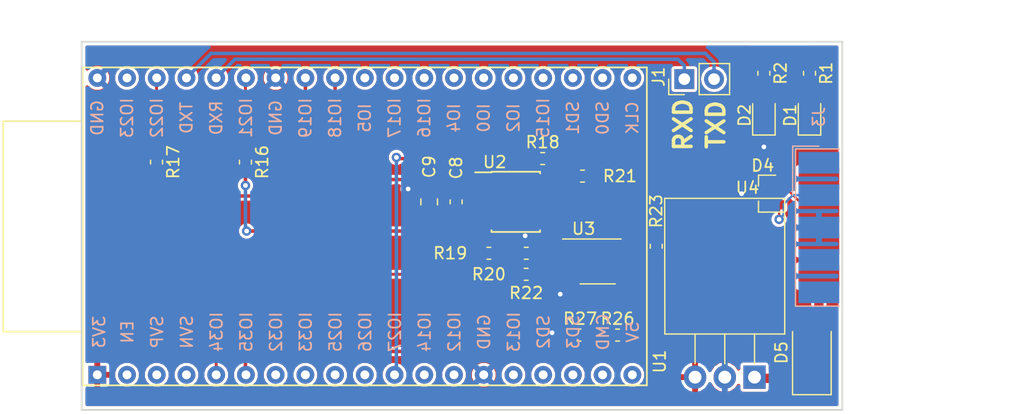
<source format=kicad_pcb>
(kicad_pcb (version 20171130) (host pcbnew 5.0.0-fee4fd1~65~ubuntu16.04.1)

  (general
    (thickness 1.6)
    (drawings 6)
    (tracks 164)
    (zones 0)
    (modules 24)
    (nets 24)
  )

  (page A4)
  (title_block
    (date 2018-08-10)
  )

  (layers
    (0 F.Cu signal)
    (31 B.Cu signal)
    (32 B.Adhes user)
    (33 F.Adhes user)
    (34 B.Paste user)
    (35 F.Paste user)
    (36 B.SilkS user)
    (37 F.SilkS user)
    (38 B.Mask user)
    (39 F.Mask user)
    (40 Dwgs.User user)
    (41 Cmts.User user)
    (42 Eco1.User user)
    (43 Eco2.User user)
    (44 Edge.Cuts user)
    (45 Margin user)
    (46 B.CrtYd user)
    (47 F.CrtYd user)
    (48 B.Fab user)
    (49 F.Fab user)
  )

  (setup
    (last_trace_width 0.25)
    (user_trace_width 0.2)
    (user_trace_width 0.3)
    (user_trace_width 0.4)
    (user_trace_width 0.8)
    (user_trace_width 1)
    (trace_clearance 0.2)
    (zone_clearance 0.25)
    (zone_45_only no)
    (trace_min 0.2)
    (segment_width 0.2)
    (edge_width 0.15)
    (via_size 0.8)
    (via_drill 0.4)
    (via_min_size 0.4)
    (via_min_drill 0.3)
    (user_via 0.55 0.3)
    (uvia_size 0.3)
    (uvia_drill 0.1)
    (uvias_allowed no)
    (uvia_min_size 0.2)
    (uvia_min_drill 0.1)
    (pcb_text_width 0.3)
    (pcb_text_size 1.5 1.5)
    (mod_edge_width 0.15)
    (mod_text_size 1 1)
    (mod_text_width 0.15)
    (pad_size 1.524 1.524)
    (pad_drill 0.762)
    (pad_to_mask_clearance 0.15)
    (aux_axis_origin 0 0)
    (visible_elements FFFDEF7F)
    (pcbplotparams
      (layerselection 0x010fc_ffffffff)
      (usegerberextensions false)
      (usegerberattributes false)
      (usegerberadvancedattributes false)
      (creategerberjobfile false)
      (excludeedgelayer true)
      (linewidth 0.100000)
      (plotframeref false)
      (viasonmask false)
      (mode 1)
      (useauxorigin false)
      (hpglpennumber 1)
      (hpglpenspeed 20)
      (hpglpendiameter 15.000000)
      (psnegative false)
      (psa4output false)
      (plotreference true)
      (plotvalue true)
      (plotinvisibletext false)
      (padsonsilk false)
      (subtractmaskfromsilk false)
      (outputformat 1)
      (mirror false)
      (drillshape 1)
      (scaleselection 1)
      (outputdirectory ""))
  )

  (net 0 "")
  (net 1 GND)
  (net 2 +3V3)
  (net 3 +12V)
  (net 4 "Net-(D1-Pad2)")
  (net 5 "Net-(D2-Pad2)")
  (net 6 /can_interface/CAN_N)
  (net 7 /can_interface/CAN_P)
  (net 8 /power_supply/V_BAT)
  (net 9 /esp32/TEST_LED0)
  (net 10 /esp32/TEST_LED1)
  (net 11 "Net-(R16-Pad1)")
  (net 12 /can_interface/CAN_RX)
  (net 13 /can_interface/CAN_TX)
  (net 14 "Net-(R17-Pad1)")
  (net 15 "Net-(R18-Pad1)")
  (net 16 /can_interface/CAN_EN)
  (net 17 "Net-(R19-Pad2)")
  (net 18 "Net-(R22-Pad1)")
  (net 19 /can_interface/CAN_TERM_EN)
  (net 20 "Net-(R23-Pad2)")
  (net 21 BAT_ADC_IN)
  (net 22 /esp32/RXD)
  (net 23 /esp32/TXD)

  (net_class Default "This is the default net class."
    (clearance 0.2)
    (trace_width 0.25)
    (via_dia 0.8)
    (via_drill 0.4)
    (uvia_dia 0.3)
    (uvia_drill 0.1)
    (add_net +12V)
    (add_net +3V3)
    (add_net /can_interface/CAN_EN)
    (add_net /can_interface/CAN_N)
    (add_net /can_interface/CAN_P)
    (add_net /can_interface/CAN_RX)
    (add_net /can_interface/CAN_TERM_EN)
    (add_net /can_interface/CAN_TX)
    (add_net /esp32/RXD)
    (add_net /esp32/TEST_LED0)
    (add_net /esp32/TEST_LED1)
    (add_net /esp32/TXD)
    (add_net /power_supply/V_BAT)
    (add_net BAT_ADC_IN)
    (add_net GND)
    (add_net "Net-(D1-Pad2)")
    (add_net "Net-(D2-Pad2)")
    (add_net "Net-(R16-Pad1)")
    (add_net "Net-(R17-Pad1)")
    (add_net "Net-(R18-Pad1)")
    (add_net "Net-(R19-Pad2)")
    (add_net "Net-(R22-Pad1)")
    (add_net "Net-(R23-Pad2)")
  )

  (module bytewerk-TO-packages:TO-220-3_Horizontal_TabDown (layer F.Cu) (tedit 5BB680B0) (tstamp 5BC2CF5D)
    (at 168.7 98.2)
    (descr "TO-220-3, Horizontal, RM 2.54mm, see https://www.vishay.com/docs/66542/to-220-1.pdf")
    (tags "TO-220-3 Horizontal RM 2.54mm")
    (path /5BAFF001/5BB8F50D)
    (fp_text reference U4 (at -0.6 -16.2) (layer F.SilkS)
      (effects (font (size 1 1) (thickness 0.15)))
    )
    (fp_text value OKI-78SR (at 2.54 2) (layer F.Fab)
      (effects (font (size 1 1) (thickness 0.15)))
    )
    (fp_text user %R (at -2.58 -9) (layer F.Fab)
      (effects (font (size 1 1) (thickness 0.15)))
    )
    (fp_line (start 2.71 -15.5) (end -7.79 -15.5) (layer F.CrtYd) (width 0.05))
    (fp_line (start 2.71 1.25) (end 2.71 -15.5) (layer F.CrtYd) (width 0.05))
    (fp_line (start -7.79 1.25) (end 2.71 1.25) (layer F.CrtYd) (width 0.05))
    (fp_line (start -7.79 -15.5) (end -7.79 1.25) (layer F.CrtYd) (width 0.05))
    (fp_line (start 0 -3.69) (end 0 -1.15) (layer F.SilkS) (width 0.12))
    (fp_line (start -2.54 -3.69) (end -2.54 -1.15) (layer F.SilkS) (width 0.12))
    (fp_line (start -5.08 -3.69) (end -5.08 -1.15) (layer F.SilkS) (width 0.12))
    (fp_line (start 2.58 -15.3) (end 2.58 -3.69) (layer F.SilkS) (width 0.12))
    (fp_line (start -7.68 -15.3) (end -7.66 -3.69) (layer F.SilkS) (width 0.12))
    (fp_line (start -7.66 -15.3) (end 2.58 -15.3) (layer F.SilkS) (width 0.12))
    (fp_line (start -7.66 -3.69) (end 2.58 -3.69) (layer F.SilkS) (width 0.12))
    (fp_line (start 0 -3.81) (end 0 0) (layer F.Fab) (width 0.1))
    (fp_line (start -2.54 -3.81) (end -2.54 0) (layer F.Fab) (width 0.1))
    (fp_line (start -5.08 -3.81) (end -5.08 0) (layer F.Fab) (width 0.1))
    (fp_line (start 2.46 -3.81) (end -7.54 -3.81) (layer F.Fab) (width 0.1))
    (fp_line (start 2.46 -13.06) (end 2.46 -3.81) (layer F.Fab) (width 0.1))
    (fp_line (start -7.54 -13.06) (end 2.46 -13.06) (layer F.Fab) (width 0.1))
    (fp_line (start -7.54 -3.81) (end -7.54 -13.06) (layer F.Fab) (width 0.1))
    (fp_line (start 2.46 -13.06) (end -7.54 -13.06) (layer F.Fab) (width 0.1))
    (pad 1 thru_hole rect (at 0 0) (size 1.905 2) (drill 1.1) (layers *.Cu *.Mask)
      (net 3 +12V))
    (pad 2 thru_hole oval (at -2.54 0) (size 1.905 2) (drill 1.1) (layers *.Cu *.Mask)
      (net 1 GND))
    (pad 3 thru_hole oval (at -5.08 0) (size 1.905 2) (drill 1.1) (layers *.Cu *.Mask)
      (net 2 +3V3))
    (model ${MYOWN3DMOD}/Regulators/mps_dcdc_oki_78sr_horiz_a.step
      (offset (xyz 3 0.55 7.5))
      (scale (xyz 1 1 1))
      (rotate (xyz 180 0 180))
    )
  )

  (module bytewerk_capacitors:C_0603_1608Metric (layer F.Cu) (tedit 5B8BFD0B) (tstamp 5BD888C7)
    (at 143.2 83.2 90)
    (descr "Capacitor SMD 0603 (1608 Metric), square (rectangular) end terminal, IPC_7351 nominal, (Body size source: http://www.tortai-tech.com/upload/download/2011102023233369053.pdf), generated with kicad-footprint-generator")
    (tags capacitor)
    (path /5BAFEFFE/5BB482C3)
    (attr smd)
    (fp_text reference C8 (at 2.9 0 90) (layer F.SilkS)
      (effects (font (size 1 1) (thickness 0.15)))
    )
    (fp_text value 100n/25V (at 0 1.43 90) (layer F.Fab)
      (effects (font (size 1 1) (thickness 0.15)))
    )
    (fp_text user %R (at 0 0 90) (layer F.Fab)
      (effects (font (size 0.4 0.4) (thickness 0.06)))
    )
    (fp_line (start 1.48 0.73) (end -1.48 0.73) (layer F.CrtYd) (width 0.05))
    (fp_line (start 1.48 -0.73) (end 1.48 0.73) (layer F.CrtYd) (width 0.05))
    (fp_line (start -1.48 -0.73) (end 1.48 -0.73) (layer F.CrtYd) (width 0.05))
    (fp_line (start -1.48 0.73) (end -1.48 -0.73) (layer F.CrtYd) (width 0.05))
    (fp_line (start -0.162779 0.51) (end 0.162779 0.51) (layer F.SilkS) (width 0.12))
    (fp_line (start -0.162779 -0.51) (end 0.162779 -0.51) (layer F.SilkS) (width 0.12))
    (fp_line (start 0.8 0.4) (end -0.8 0.4) (layer F.Fab) (width 0.1))
    (fp_line (start 0.8 -0.4) (end 0.8 0.4) (layer F.Fab) (width 0.1))
    (fp_line (start -0.8 -0.4) (end 0.8 -0.4) (layer F.Fab) (width 0.1))
    (fp_line (start -0.8 0.4) (end -0.8 -0.4) (layer F.Fab) (width 0.1))
    (pad 2 smd roundrect (at 0.7875 0 90) (size 0.875 0.95) (layers F.Cu F.Paste F.Mask) (roundrect_rratio 0.25)
      (net 1 GND))
    (pad 1 smd roundrect (at -0.7875 0 90) (size 0.875 0.95) (layers F.Cu F.Paste F.Mask) (roundrect_rratio 0.25)
      (net 2 +3V3))
    (model ${MYOWN3DMOD}/Capacitors/C_0603_1608Metric.wrl
      (at (xyz 0 0 0))
      (scale (xyz 1 1 1))
      (rotate (xyz 0 0 0))
    )
  )

  (module bytewerk_capacitors:C_0805_2012Metric (layer F.Cu) (tedit 5B8BFD3F) (tstamp 5BD7ED25)
    (at 140.9 83.2 90)
    (descr "Capacitor SMD 0805 (2012 Metric), square (rectangular) end terminal, IPC_7351 nominal, (Body size source: https://docs.google.com/spreadsheets/d/1BsfQQcO9C6DZCsRaXUlFlo91Tg2WpOkGARC1WS5S8t0/edit?usp=sharing), generated with kicad-footprint-generator")
    (tags capacitor)
    (path /5BAFEFFE/5BB482BC)
    (attr smd)
    (fp_text reference C9 (at 3 0 90) (layer F.SilkS)
      (effects (font (size 1 1) (thickness 0.15)))
    )
    (fp_text value 10u/25V (at 0 1.65 90) (layer F.Fab)
      (effects (font (size 1 1) (thickness 0.15)))
    )
    (fp_text user %R (at 0 0 90) (layer F.Fab)
      (effects (font (size 0.5 0.5) (thickness 0.08)))
    )
    (fp_line (start 1.68 0.95) (end -1.68 0.95) (layer F.CrtYd) (width 0.05))
    (fp_line (start 1.68 -0.95) (end 1.68 0.95) (layer F.CrtYd) (width 0.05))
    (fp_line (start -1.68 -0.95) (end 1.68 -0.95) (layer F.CrtYd) (width 0.05))
    (fp_line (start -1.68 0.95) (end -1.68 -0.95) (layer F.CrtYd) (width 0.05))
    (fp_line (start -0.258578 0.71) (end 0.258578 0.71) (layer F.SilkS) (width 0.12))
    (fp_line (start -0.258578 -0.71) (end 0.258578 -0.71) (layer F.SilkS) (width 0.12))
    (fp_line (start 1 0.6) (end -1 0.6) (layer F.Fab) (width 0.1))
    (fp_line (start 1 -0.6) (end 1 0.6) (layer F.Fab) (width 0.1))
    (fp_line (start -1 -0.6) (end 1 -0.6) (layer F.Fab) (width 0.1))
    (fp_line (start -1 0.6) (end -1 -0.6) (layer F.Fab) (width 0.1))
    (pad 2 smd roundrect (at 0.9375 0 90) (size 0.975 1.4) (layers F.Cu F.Paste F.Mask) (roundrect_rratio 0.25)
      (net 1 GND))
    (pad 1 smd roundrect (at -0.9375 0 90) (size 0.975 1.4) (layers F.Cu F.Paste F.Mask) (roundrect_rratio 0.25)
      (net 2 +3V3))
    (model ${MYOWN3DMOD}/Capacitors/C_0805_2012Metric.wrl
      (at (xyz 0 0 0))
      (scale (xyz 1 1 1))
      (rotate (xyz 0 0 0))
    )
  )

  (module LED_SMD:LED_0805_2012Metric (layer F.Cu) (tedit 5B36C52C) (tstamp 5BD7EDF3)
    (at 173.4 75.8 90)
    (descr "LED SMD 0805 (2012 Metric), square (rectangular) end terminal, IPC_7351 nominal, (Body size source: https://docs.google.com/spreadsheets/d/1BsfQQcO9C6DZCsRaXUlFlo91Tg2WpOkGARC1WS5S8t0/edit?usp=sharing), generated with kicad-footprint-generator")
    (tags diode)
    (path /5BAFEFFB/5BAFFBE3)
    (attr smd)
    (fp_text reference D1 (at 0 -1.65 90) (layer F.SilkS)
      (effects (font (size 1 1) (thickness 0.15)))
    )
    (fp_text value LED (at 0 1.65 90) (layer F.Fab)
      (effects (font (size 1 1) (thickness 0.15)))
    )
    (fp_line (start 1 -0.6) (end -0.7 -0.6) (layer F.Fab) (width 0.1))
    (fp_line (start -0.7 -0.6) (end -1 -0.3) (layer F.Fab) (width 0.1))
    (fp_line (start -1 -0.3) (end -1 0.6) (layer F.Fab) (width 0.1))
    (fp_line (start -1 0.6) (end 1 0.6) (layer F.Fab) (width 0.1))
    (fp_line (start 1 0.6) (end 1 -0.6) (layer F.Fab) (width 0.1))
    (fp_line (start 1 -0.96) (end -1.685 -0.96) (layer F.SilkS) (width 0.12))
    (fp_line (start -1.685 -0.96) (end -1.685 0.96) (layer F.SilkS) (width 0.12))
    (fp_line (start -1.685 0.96) (end 1 0.96) (layer F.SilkS) (width 0.12))
    (fp_line (start -1.68 0.95) (end -1.68 -0.95) (layer F.CrtYd) (width 0.05))
    (fp_line (start -1.68 -0.95) (end 1.68 -0.95) (layer F.CrtYd) (width 0.05))
    (fp_line (start 1.68 -0.95) (end 1.68 0.95) (layer F.CrtYd) (width 0.05))
    (fp_line (start 1.68 0.95) (end -1.68 0.95) (layer F.CrtYd) (width 0.05))
    (fp_text user %R (at 0 0 90) (layer F.Fab)
      (effects (font (size 0.5 0.5) (thickness 0.08)))
    )
    (pad 1 smd roundrect (at -0.9375 0 90) (size 0.975 1.4) (layers F.Cu F.Paste F.Mask) (roundrect_rratio 0.25)
      (net 1 GND))
    (pad 2 smd roundrect (at 0.9375 0 90) (size 0.975 1.4) (layers F.Cu F.Paste F.Mask) (roundrect_rratio 0.25)
      (net 4 "Net-(D1-Pad2)"))
    (model ${KISYS3DMOD}/LED_SMD.3dshapes/LED_0805_2012Metric.wrl
      (at (xyz 0 0 0))
      (scale (xyz 1 1 1))
      (rotate (xyz 0 0 0))
    )
  )

  (module LED_SMD:LED_0805_2012Metric (layer F.Cu) (tedit 5B36C52C) (tstamp 5BD7EE06)
    (at 169.5 75.8 90)
    (descr "LED SMD 0805 (2012 Metric), square (rectangular) end terminal, IPC_7351 nominal, (Body size source: https://docs.google.com/spreadsheets/d/1BsfQQcO9C6DZCsRaXUlFlo91Tg2WpOkGARC1WS5S8t0/edit?usp=sharing), generated with kicad-footprint-generator")
    (tags diode)
    (path /5BAFEFFB/5BAFFD0C)
    (attr smd)
    (fp_text reference D2 (at 0 -1.65 90) (layer F.SilkS)
      (effects (font (size 1 1) (thickness 0.15)))
    )
    (fp_text value LED (at 0 1.65 90) (layer F.Fab)
      (effects (font (size 1 1) (thickness 0.15)))
    )
    (fp_text user %R (at 0 0 90) (layer F.Fab)
      (effects (font (size 0.5 0.5) (thickness 0.08)))
    )
    (fp_line (start 1.68 0.95) (end -1.68 0.95) (layer F.CrtYd) (width 0.05))
    (fp_line (start 1.68 -0.95) (end 1.68 0.95) (layer F.CrtYd) (width 0.05))
    (fp_line (start -1.68 -0.95) (end 1.68 -0.95) (layer F.CrtYd) (width 0.05))
    (fp_line (start -1.68 0.95) (end -1.68 -0.95) (layer F.CrtYd) (width 0.05))
    (fp_line (start -1.685 0.96) (end 1 0.96) (layer F.SilkS) (width 0.12))
    (fp_line (start -1.685 -0.96) (end -1.685 0.96) (layer F.SilkS) (width 0.12))
    (fp_line (start 1 -0.96) (end -1.685 -0.96) (layer F.SilkS) (width 0.12))
    (fp_line (start 1 0.6) (end 1 -0.6) (layer F.Fab) (width 0.1))
    (fp_line (start -1 0.6) (end 1 0.6) (layer F.Fab) (width 0.1))
    (fp_line (start -1 -0.3) (end -1 0.6) (layer F.Fab) (width 0.1))
    (fp_line (start -0.7 -0.6) (end -1 -0.3) (layer F.Fab) (width 0.1))
    (fp_line (start 1 -0.6) (end -0.7 -0.6) (layer F.Fab) (width 0.1))
    (pad 2 smd roundrect (at 0.9375 0 90) (size 0.975 1.4) (layers F.Cu F.Paste F.Mask) (roundrect_rratio 0.25)
      (net 5 "Net-(D2-Pad2)"))
    (pad 1 smd roundrect (at -0.9375 0 90) (size 0.975 1.4) (layers F.Cu F.Paste F.Mask) (roundrect_rratio 0.25)
      (net 1 GND))
    (model ${KISYS3DMOD}/LED_SMD.3dshapes/LED_0805_2012Metric.wrl
      (at (xyz 0 0 0))
      (scale (xyz 1 1 1))
      (rotate (xyz 0 0 0))
    )
  )

  (module Package_TO_SOT_SMD:SOT-23 (layer F.Cu) (tedit 5A02FF57) (tstamp 5BD7EE30)
    (at 169.8 82.5 180)
    (descr "SOT-23, Standard")
    (tags SOT-23)
    (path /5BAFF001/5BB66FE6)
    (attr smd)
    (fp_text reference D4 (at 0.4 2.4 180) (layer F.SilkS)
      (effects (font (size 1 1) (thickness 0.15)))
    )
    (fp_text value NUP2105L (at 0 2.5 180) (layer F.Fab)
      (effects (font (size 1 1) (thickness 0.15)))
    )
    (fp_text user %R (at 0 0 270) (layer F.Fab)
      (effects (font (size 0.5 0.5) (thickness 0.075)))
    )
    (fp_line (start -0.7 -0.95) (end -0.7 1.5) (layer F.Fab) (width 0.1))
    (fp_line (start -0.15 -1.52) (end 0.7 -1.52) (layer F.Fab) (width 0.1))
    (fp_line (start -0.7 -0.95) (end -0.15 -1.52) (layer F.Fab) (width 0.1))
    (fp_line (start 0.7 -1.52) (end 0.7 1.52) (layer F.Fab) (width 0.1))
    (fp_line (start -0.7 1.52) (end 0.7 1.52) (layer F.Fab) (width 0.1))
    (fp_line (start 0.76 1.58) (end 0.76 0.65) (layer F.SilkS) (width 0.12))
    (fp_line (start 0.76 -1.58) (end 0.76 -0.65) (layer F.SilkS) (width 0.12))
    (fp_line (start -1.7 -1.75) (end 1.7 -1.75) (layer F.CrtYd) (width 0.05))
    (fp_line (start 1.7 -1.75) (end 1.7 1.75) (layer F.CrtYd) (width 0.05))
    (fp_line (start 1.7 1.75) (end -1.7 1.75) (layer F.CrtYd) (width 0.05))
    (fp_line (start -1.7 1.75) (end -1.7 -1.75) (layer F.CrtYd) (width 0.05))
    (fp_line (start 0.76 -1.58) (end -1.4 -1.58) (layer F.SilkS) (width 0.12))
    (fp_line (start 0.76 1.58) (end -0.7 1.58) (layer F.SilkS) (width 0.12))
    (pad 1 smd rect (at -1 -0.95 180) (size 0.9 0.8) (layers F.Cu F.Paste F.Mask)
      (net 6 /can_interface/CAN_N))
    (pad 2 smd rect (at -1 0.95 180) (size 0.9 0.8) (layers F.Cu F.Paste F.Mask)
      (net 7 /can_interface/CAN_P))
    (pad 3 smd rect (at 1 0 180) (size 0.9 0.8) (layers F.Cu F.Paste F.Mask)
      (net 1 GND))
    (model ${KISYS3DMOD}/Package_TO_SOT_SMD.3dshapes/SOT-23.wrl
      (at (xyz 0 0 0))
      (scale (xyz 1 1 1))
      (rotate (xyz 0 0 0))
    )
  )

  (module Connector_Dsub:DSUB-9_Male_EdgeMount_P2.77mm (layer B.Cu) (tedit 59FEDEE2) (tstamp 5BC2D803)
    (at 174.2 85.4 270)
    (descr "9-pin D-Sub connector, solder-cups edge-mounted, male, x-pin-pitch 2.77mm, distance of mounting holes 25mm, see https://disti-assets.s3.amazonaws.com/tonar/files/datasheets/16730.pdf")
    (tags "9-pin D-Sub connector edge mount solder cup male x-pin-pitch 2.77mm mounting holes distance 25mm")
    (path /5BAFF001/5BB668D7)
    (attr smd)
    (fp_text reference J3 (at -9.463333 0 270) (layer B.SilkS)
      (effects (font (size 1 1) (thickness 0.15)) (justify mirror))
    )
    (fp_text value DB9_Male (at 0 -16.69 270) (layer B.Fab)
      (effects (font (size 1 1) (thickness 0.15)) (justify mirror))
    )
    (fp_line (start -6.14 0.91) (end -6.14 -1.99) (layer B.Fab) (width 0.1))
    (fp_line (start -6.14 -1.99) (end -4.94 -1.99) (layer B.Fab) (width 0.1))
    (fp_line (start -4.94 -1.99) (end -4.94 0.91) (layer B.Fab) (width 0.1))
    (fp_line (start -4.94 0.91) (end -6.14 0.91) (layer B.Fab) (width 0.1))
    (fp_line (start -3.37 0.91) (end -3.37 -1.99) (layer B.Fab) (width 0.1))
    (fp_line (start -3.37 -1.99) (end -2.17 -1.99) (layer B.Fab) (width 0.1))
    (fp_line (start -2.17 -1.99) (end -2.17 0.91) (layer B.Fab) (width 0.1))
    (fp_line (start -2.17 0.91) (end -3.37 0.91) (layer B.Fab) (width 0.1))
    (fp_line (start -0.6 0.91) (end -0.6 -1.99) (layer B.Fab) (width 0.1))
    (fp_line (start -0.6 -1.99) (end 0.6 -1.99) (layer B.Fab) (width 0.1))
    (fp_line (start 0.6 -1.99) (end 0.6 0.91) (layer B.Fab) (width 0.1))
    (fp_line (start 0.6 0.91) (end -0.6 0.91) (layer B.Fab) (width 0.1))
    (fp_line (start 2.17 0.91) (end 2.17 -1.99) (layer B.Fab) (width 0.1))
    (fp_line (start 2.17 -1.99) (end 3.37 -1.99) (layer B.Fab) (width 0.1))
    (fp_line (start 3.37 -1.99) (end 3.37 0.91) (layer B.Fab) (width 0.1))
    (fp_line (start 3.37 0.91) (end 2.17 0.91) (layer B.Fab) (width 0.1))
    (fp_line (start 4.94 0.91) (end 4.94 -1.99) (layer B.Fab) (width 0.1))
    (fp_line (start 4.94 -1.99) (end 6.14 -1.99) (layer B.Fab) (width 0.1))
    (fp_line (start 6.14 -1.99) (end 6.14 0.91) (layer B.Fab) (width 0.1))
    (fp_line (start 6.14 0.91) (end 4.94 0.91) (layer B.Fab) (width 0.1))
    (fp_line (start -4.755 0.91) (end -4.755 -1.99) (layer F.Fab) (width 0.1))
    (fp_line (start -4.755 -1.99) (end -3.555 -1.99) (layer F.Fab) (width 0.1))
    (fp_line (start -3.555 -1.99) (end -3.555 0.91) (layer F.Fab) (width 0.1))
    (fp_line (start -3.555 0.91) (end -4.755 0.91) (layer F.Fab) (width 0.1))
    (fp_line (start -1.985 0.91) (end -1.985 -1.99) (layer F.Fab) (width 0.1))
    (fp_line (start -1.985 -1.99) (end -0.785 -1.99) (layer F.Fab) (width 0.1))
    (fp_line (start -0.785 -1.99) (end -0.785 0.91) (layer F.Fab) (width 0.1))
    (fp_line (start -0.785 0.91) (end -1.985 0.91) (layer F.Fab) (width 0.1))
    (fp_line (start 0.785 0.91) (end 0.785 -1.99) (layer F.Fab) (width 0.1))
    (fp_line (start 0.785 -1.99) (end 1.985 -1.99) (layer F.Fab) (width 0.1))
    (fp_line (start 1.985 -1.99) (end 1.985 0.91) (layer F.Fab) (width 0.1))
    (fp_line (start 1.985 0.91) (end 0.785 0.91) (layer F.Fab) (width 0.1))
    (fp_line (start 3.555 0.91) (end 3.555 -1.99) (layer F.Fab) (width 0.1))
    (fp_line (start 3.555 -1.99) (end 4.755 -1.99) (layer F.Fab) (width 0.1))
    (fp_line (start 4.755 -1.99) (end 4.755 0.91) (layer F.Fab) (width 0.1))
    (fp_line (start 4.755 0.91) (end 3.555 0.91) (layer F.Fab) (width 0.1))
    (fp_line (start -7.55 -1.99) (end -7.55 -4.79) (layer B.Fab) (width 0.1))
    (fp_line (start -7.55 -4.79) (end 7.55 -4.79) (layer B.Fab) (width 0.1))
    (fp_line (start 7.55 -4.79) (end 7.55 -1.99) (layer B.Fab) (width 0.1))
    (fp_line (start 7.55 -1.99) (end -7.55 -1.99) (layer B.Fab) (width 0.1))
    (fp_line (start -8.55 -4.79) (end -8.55 -9.29) (layer B.Fab) (width 0.1))
    (fp_line (start -8.55 -9.29) (end 8.55 -9.29) (layer B.Fab) (width 0.1))
    (fp_line (start 8.55 -9.29) (end 8.55 -4.79) (layer B.Fab) (width 0.1))
    (fp_line (start 8.55 -4.79) (end -8.55 -4.79) (layer B.Fab) (width 0.1))
    (fp_line (start -15.425 -9.29) (end -15.425 -9.69) (layer B.Fab) (width 0.1))
    (fp_line (start -15.425 -9.69) (end 15.425 -9.69) (layer B.Fab) (width 0.1))
    (fp_line (start 15.425 -9.69) (end 15.425 -9.29) (layer B.Fab) (width 0.1))
    (fp_line (start 15.425 -9.29) (end -15.425 -9.29) (layer B.Fab) (width 0.1))
    (fp_line (start -8.15 -9.69) (end -8.15 -15.69) (layer B.Fab) (width 0.1))
    (fp_line (start -8.15 -15.69) (end 8.15 -15.69) (layer B.Fab) (width 0.1))
    (fp_line (start 8.15 -15.69) (end 8.15 -9.69) (layer B.Fab) (width 0.1))
    (fp_line (start 8.15 -9.69) (end -8.15 -9.69) (layer B.Fab) (width 0.1))
    (fp_line (start -7 2.25) (end 7 2.25) (layer B.CrtYd) (width 0.05))
    (fp_line (start 7 2.25) (end 7 -1.5) (layer B.CrtYd) (width 0.05))
    (fp_line (start 7 -1.5) (end 8.05 -1.5) (layer B.CrtYd) (width 0.05))
    (fp_line (start 8.05 -1.5) (end 8.05 -4.3) (layer B.CrtYd) (width 0.05))
    (fp_line (start 8.05 -4.3) (end 9.05 -4.3) (layer B.CrtYd) (width 0.05))
    (fp_line (start 9.05 -4.3) (end 9.05 -8.8) (layer B.CrtYd) (width 0.05))
    (fp_line (start 9.05 -8.8) (end 15.95 -8.8) (layer B.CrtYd) (width 0.05))
    (fp_line (start 15.95 -8.8) (end 15.95 -10.2) (layer B.CrtYd) (width 0.05))
    (fp_line (start 15.95 -10.2) (end 8.65 -10.2) (layer B.CrtYd) (width 0.05))
    (fp_line (start 8.65 -10.2) (end 8.65 -16.2) (layer B.CrtYd) (width 0.05))
    (fp_line (start 8.65 -16.2) (end -8.65 -16.2) (layer B.CrtYd) (width 0.05))
    (fp_line (start -8.65 -16.2) (end -8.65 -10.2) (layer B.CrtYd) (width 0.05))
    (fp_line (start -8.65 -10.2) (end -15.95 -10.2) (layer B.CrtYd) (width 0.05))
    (fp_line (start -15.95 -10.2) (end -15.95 -8.8) (layer B.CrtYd) (width 0.05))
    (fp_line (start -15.95 -8.8) (end -9.05 -8.8) (layer B.CrtYd) (width 0.05))
    (fp_line (start -9.05 -8.8) (end -9.05 -4.3) (layer B.CrtYd) (width 0.05))
    (fp_line (start -9.05 -4.3) (end -8.05 -4.3) (layer B.CrtYd) (width 0.05))
    (fp_line (start -8.05 -4.3) (end -8.05 -1.5) (layer B.CrtYd) (width 0.05))
    (fp_line (start -8.05 -1.5) (end -7 -1.5) (layer B.CrtYd) (width 0.05))
    (fp_line (start -7 -1.5) (end -7 2.25) (layer B.CrtYd) (width 0.05))
    (fp_line (start 6.723333 -1.74) (end 6.723333 2) (layer B.SilkS) (width 0.12))
    (fp_line (start 6.723333 2) (end -6.723333 2) (layer B.SilkS) (width 0.12))
    (fp_line (start -6.723333 2) (end -6.723333 -1.74) (layer B.SilkS) (width 0.12))
    (fp_line (start -6.963333 0) (end -6.963333 2.24) (layer B.SilkS) (width 0.12))
    (fp_line (start -6.963333 2.24) (end -2.77 2.24) (layer B.SilkS) (width 0.12))
    (fp_line (start -15.425 -1.99) (end 15.425 -1.99) (layer Dwgs.User) (width 0.05))
    (fp_text user %R (at 0 -3.39 270) (layer B.Fab)
      (effects (font (size 1 1) (thickness 0.15)) (justify mirror))
    )
    (fp_text user "PCB edge" (at -10.425 -1.323333 270) (layer Dwgs.User)
      (effects (font (size 0.5 0.5) (thickness 0.075)))
    )
    (pad 1 smd rect (at -5.54 0 270) (size 1.846667 3.48) (layers B.Cu B.Paste B.Mask))
    (pad 2 smd rect (at -2.77 0 270) (size 1.846667 3.48) (layers B.Cu B.Paste B.Mask)
      (net 6 /can_interface/CAN_N))
    (pad 3 smd rect (at 0 0 270) (size 1.846667 3.48) (layers B.Cu B.Paste B.Mask)
      (net 1 GND))
    (pad 4 smd rect (at 2.77 0 270) (size 1.846667 3.48) (layers B.Cu B.Paste B.Mask))
    (pad 5 smd rect (at 5.54 0 270) (size 1.846667 3.48) (layers B.Cu B.Paste B.Mask))
    (pad 6 smd rect (at -4.155 0 270) (size 1.846667 3.48) (layers F.Cu F.Paste F.Mask))
    (pad 7 smd rect (at -1.385 0 270) (size 1.846667 3.48) (layers F.Cu F.Paste F.Mask)
      (net 7 /can_interface/CAN_P))
    (pad 8 smd rect (at 1.385 0 270) (size 1.846667 3.48) (layers F.Cu F.Paste F.Mask))
    (pad 9 smd rect (at 4.155 0 270) (size 1.846667 3.48) (layers F.Cu F.Paste F.Mask)
      (net 8 /power_supply/V_BAT))
    (model ${KISYS3DMOD}/Connector_Dsub.3dshapes/DSUB-9_Male_EdgeMount_P2.77mm.wrl
      (at (xyz 0 0 0))
      (scale (xyz 1 1 1))
      (rotate (xyz 0 0 0))
    )
  )

  (module bytewerk_resistors:R_0603_1608Metric (layer F.Cu) (tedit 5B8BFDDF) (tstamp 5BD7F05B)
    (at 173.4 72.2 270)
    (descr "Resistor SMD 0603 (1608 Metric), square (rectangular) end terminal, IPC_7351 nominal, (Body size source: http://www.tortai-tech.com/upload/download/2011102023233369053.pdf), generated with kicad-footprint-generator")
    (tags resistor)
    (path /5BAFEFFB/5BAFFFB6)
    (attr smd)
    (fp_text reference R1 (at 0 -1.43 270) (layer F.SilkS)
      (effects (font (size 1 1) (thickness 0.15)))
    )
    (fp_text value 1k (at 0 1.43 270) (layer F.Fab)
      (effects (font (size 1 1) (thickness 0.15)))
    )
    (fp_text user %R (at 0 0 270) (layer F.Fab)
      (effects (font (size 0.4 0.4) (thickness 0.06)))
    )
    (fp_line (start 1.48 0.73) (end -1.48 0.73) (layer F.CrtYd) (width 0.05))
    (fp_line (start 1.48 -0.73) (end 1.48 0.73) (layer F.CrtYd) (width 0.05))
    (fp_line (start -1.48 -0.73) (end 1.48 -0.73) (layer F.CrtYd) (width 0.05))
    (fp_line (start -1.48 0.73) (end -1.48 -0.73) (layer F.CrtYd) (width 0.05))
    (fp_line (start -0.162779 0.51) (end 0.162779 0.51) (layer F.SilkS) (width 0.12))
    (fp_line (start -0.162779 -0.51) (end 0.162779 -0.51) (layer F.SilkS) (width 0.12))
    (fp_line (start 0.8 0.4) (end -0.8 0.4) (layer F.Fab) (width 0.1))
    (fp_line (start 0.8 -0.4) (end 0.8 0.4) (layer F.Fab) (width 0.1))
    (fp_line (start -0.8 -0.4) (end 0.8 -0.4) (layer F.Fab) (width 0.1))
    (fp_line (start -0.8 0.4) (end -0.8 -0.4) (layer F.Fab) (width 0.1))
    (pad 2 smd roundrect (at 0.7875 0 270) (size 0.875 0.95) (layers F.Cu F.Paste F.Mask) (roundrect_rratio 0.25)
      (net 4 "Net-(D1-Pad2)"))
    (pad 1 smd roundrect (at -0.7875 0 270) (size 0.875 0.95) (layers F.Cu F.Paste F.Mask) (roundrect_rratio 0.25)
      (net 9 /esp32/TEST_LED0))
    (model ${MYOWN3DMOD}/Resistors/R_0603_1608Metric.wrl
      (at (xyz 0 0 0))
      (scale (xyz 1 1 1))
      (rotate (xyz 0 0 0))
    )
  )

  (module bytewerk_resistors:R_0603_1608Metric (layer F.Cu) (tedit 5B8BFDDF) (tstamp 5BD7F06C)
    (at 169.5 72.2 270)
    (descr "Resistor SMD 0603 (1608 Metric), square (rectangular) end terminal, IPC_7351 nominal, (Body size source: http://www.tortai-tech.com/upload/download/2011102023233369053.pdf), generated with kicad-footprint-generator")
    (tags resistor)
    (path /5BAFEFFB/5BAFFFF9)
    (attr smd)
    (fp_text reference R2 (at 0 -1.43 270) (layer F.SilkS)
      (effects (font (size 1 1) (thickness 0.15)))
    )
    (fp_text value 1k (at 0 1.43 270) (layer F.Fab)
      (effects (font (size 1 1) (thickness 0.15)))
    )
    (fp_line (start -0.8 0.4) (end -0.8 -0.4) (layer F.Fab) (width 0.1))
    (fp_line (start -0.8 -0.4) (end 0.8 -0.4) (layer F.Fab) (width 0.1))
    (fp_line (start 0.8 -0.4) (end 0.8 0.4) (layer F.Fab) (width 0.1))
    (fp_line (start 0.8 0.4) (end -0.8 0.4) (layer F.Fab) (width 0.1))
    (fp_line (start -0.162779 -0.51) (end 0.162779 -0.51) (layer F.SilkS) (width 0.12))
    (fp_line (start -0.162779 0.51) (end 0.162779 0.51) (layer F.SilkS) (width 0.12))
    (fp_line (start -1.48 0.73) (end -1.48 -0.73) (layer F.CrtYd) (width 0.05))
    (fp_line (start -1.48 -0.73) (end 1.48 -0.73) (layer F.CrtYd) (width 0.05))
    (fp_line (start 1.48 -0.73) (end 1.48 0.73) (layer F.CrtYd) (width 0.05))
    (fp_line (start 1.48 0.73) (end -1.48 0.73) (layer F.CrtYd) (width 0.05))
    (fp_text user %R (at 0 0 270) (layer F.Fab)
      (effects (font (size 0.4 0.4) (thickness 0.06)))
    )
    (pad 1 smd roundrect (at -0.7875 0 270) (size 0.875 0.95) (layers F.Cu F.Paste F.Mask) (roundrect_rratio 0.25)
      (net 10 /esp32/TEST_LED1))
    (pad 2 smd roundrect (at 0.7875 0 270) (size 0.875 0.95) (layers F.Cu F.Paste F.Mask) (roundrect_rratio 0.25)
      (net 5 "Net-(D2-Pad2)"))
    (model ${MYOWN3DMOD}/Resistors/R_0603_1608Metric.wrl
      (at (xyz 0 0 0))
      (scale (xyz 1 1 1))
      (rotate (xyz 0 0 0))
    )
  )

  (module bytewerk_resistors:R_0603_1608Metric (layer F.Cu) (tedit 5B8BFDDF) (tstamp 5BD7F15A)
    (at 125.2 79.8 270)
    (descr "Resistor SMD 0603 (1608 Metric), square (rectangular) end terminal, IPC_7351 nominal, (Body size source: http://www.tortai-tech.com/upload/download/2011102023233369053.pdf), generated with kicad-footprint-generator")
    (tags resistor)
    (path /5BAFEFFB/5BAFF375)
    (attr smd)
    (fp_text reference R16 (at 0 -1.43 270) (layer F.SilkS)
      (effects (font (size 1 1) (thickness 0.15)))
    )
    (fp_text value 220R (at 0 1.43 270) (layer F.Fab)
      (effects (font (size 1 1) (thickness 0.15)))
    )
    (fp_line (start -0.8 0.4) (end -0.8 -0.4) (layer F.Fab) (width 0.1))
    (fp_line (start -0.8 -0.4) (end 0.8 -0.4) (layer F.Fab) (width 0.1))
    (fp_line (start 0.8 -0.4) (end 0.8 0.4) (layer F.Fab) (width 0.1))
    (fp_line (start 0.8 0.4) (end -0.8 0.4) (layer F.Fab) (width 0.1))
    (fp_line (start -0.162779 -0.51) (end 0.162779 -0.51) (layer F.SilkS) (width 0.12))
    (fp_line (start -0.162779 0.51) (end 0.162779 0.51) (layer F.SilkS) (width 0.12))
    (fp_line (start -1.48 0.73) (end -1.48 -0.73) (layer F.CrtYd) (width 0.05))
    (fp_line (start -1.48 -0.73) (end 1.48 -0.73) (layer F.CrtYd) (width 0.05))
    (fp_line (start 1.48 -0.73) (end 1.48 0.73) (layer F.CrtYd) (width 0.05))
    (fp_line (start 1.48 0.73) (end -1.48 0.73) (layer F.CrtYd) (width 0.05))
    (fp_text user %R (at 0 0 270) (layer F.Fab)
      (effects (font (size 0.4 0.4) (thickness 0.06)))
    )
    (pad 1 smd roundrect (at -0.7875 0 270) (size 0.875 0.95) (layers F.Cu F.Paste F.Mask) (roundrect_rratio 0.25)
      (net 11 "Net-(R16-Pad1)"))
    (pad 2 smd roundrect (at 0.7875 0 270) (size 0.875 0.95) (layers F.Cu F.Paste F.Mask) (roundrect_rratio 0.25)
      (net 12 /can_interface/CAN_RX))
    (model ${MYOWN3DMOD}/Resistors/R_0603_1608Metric.wrl
      (at (xyz 0 0 0))
      (scale (xyz 1 1 1))
      (rotate (xyz 0 0 0))
    )
  )

  (module bytewerk_resistors:R_0603_1608Metric (layer F.Cu) (tedit 5B8BFDDF) (tstamp 5BD7F16B)
    (at 117.6 79.8 270)
    (descr "Resistor SMD 0603 (1608 Metric), square (rectangular) end terminal, IPC_7351 nominal, (Body size source: http://www.tortai-tech.com/upload/download/2011102023233369053.pdf), generated with kicad-footprint-generator")
    (tags resistor)
    (path /5BAFEFFB/5BAFF3BE)
    (attr smd)
    (fp_text reference R17 (at 0 -1.43 270) (layer F.SilkS)
      (effects (font (size 1 1) (thickness 0.15)))
    )
    (fp_text value 220R (at 0 1.43 270) (layer F.Fab)
      (effects (font (size 1 1) (thickness 0.15)))
    )
    (fp_text user %R (at 0 0 270) (layer F.Fab)
      (effects (font (size 0.4 0.4) (thickness 0.06)))
    )
    (fp_line (start 1.48 0.73) (end -1.48 0.73) (layer F.CrtYd) (width 0.05))
    (fp_line (start 1.48 -0.73) (end 1.48 0.73) (layer F.CrtYd) (width 0.05))
    (fp_line (start -1.48 -0.73) (end 1.48 -0.73) (layer F.CrtYd) (width 0.05))
    (fp_line (start -1.48 0.73) (end -1.48 -0.73) (layer F.CrtYd) (width 0.05))
    (fp_line (start -0.162779 0.51) (end 0.162779 0.51) (layer F.SilkS) (width 0.12))
    (fp_line (start -0.162779 -0.51) (end 0.162779 -0.51) (layer F.SilkS) (width 0.12))
    (fp_line (start 0.8 0.4) (end -0.8 0.4) (layer F.Fab) (width 0.1))
    (fp_line (start 0.8 -0.4) (end 0.8 0.4) (layer F.Fab) (width 0.1))
    (fp_line (start -0.8 -0.4) (end 0.8 -0.4) (layer F.Fab) (width 0.1))
    (fp_line (start -0.8 0.4) (end -0.8 -0.4) (layer F.Fab) (width 0.1))
    (pad 2 smd roundrect (at 0.7875 0 270) (size 0.875 0.95) (layers F.Cu F.Paste F.Mask) (roundrect_rratio 0.25)
      (net 13 /can_interface/CAN_TX))
    (pad 1 smd roundrect (at -0.7875 0 270) (size 0.875 0.95) (layers F.Cu F.Paste F.Mask) (roundrect_rratio 0.25)
      (net 14 "Net-(R17-Pad1)"))
    (model ${MYOWN3DMOD}/Resistors/R_0603_1608Metric.wrl
      (at (xyz 0 0 0))
      (scale (xyz 1 1 1))
      (rotate (xyz 0 0 0))
    )
  )

  (module bytewerk_resistors:R_0603_1608Metric (layer F.Cu) (tedit 5B8BFDDF) (tstamp 5BD7F17C)
    (at 150.6 79.5 180)
    (descr "Resistor SMD 0603 (1608 Metric), square (rectangular) end terminal, IPC_7351 nominal, (Body size source: http://www.tortai-tech.com/upload/download/2011102023233369053.pdf), generated with kicad-footprint-generator")
    (tags resistor)
    (path /5BAFEFFE/5BB43CA3)
    (attr smd)
    (fp_text reference R18 (at 0 1.4 180) (layer F.SilkS)
      (effects (font (size 1 1) (thickness 0.15)))
    )
    (fp_text value 0R (at 0 1.43 180) (layer F.Fab)
      (effects (font (size 1 1) (thickness 0.15)))
    )
    (fp_line (start -0.8 0.4) (end -0.8 -0.4) (layer F.Fab) (width 0.1))
    (fp_line (start -0.8 -0.4) (end 0.8 -0.4) (layer F.Fab) (width 0.1))
    (fp_line (start 0.8 -0.4) (end 0.8 0.4) (layer F.Fab) (width 0.1))
    (fp_line (start 0.8 0.4) (end -0.8 0.4) (layer F.Fab) (width 0.1))
    (fp_line (start -0.162779 -0.51) (end 0.162779 -0.51) (layer F.SilkS) (width 0.12))
    (fp_line (start -0.162779 0.51) (end 0.162779 0.51) (layer F.SilkS) (width 0.12))
    (fp_line (start -1.48 0.73) (end -1.48 -0.73) (layer F.CrtYd) (width 0.05))
    (fp_line (start -1.48 -0.73) (end 1.48 -0.73) (layer F.CrtYd) (width 0.05))
    (fp_line (start 1.48 -0.73) (end 1.48 0.73) (layer F.CrtYd) (width 0.05))
    (fp_line (start 1.48 0.73) (end -1.48 0.73) (layer F.CrtYd) (width 0.05))
    (fp_text user %R (at 0 0 180) (layer F.Fab)
      (effects (font (size 0.4 0.4) (thickness 0.06)))
    )
    (pad 1 smd roundrect (at -0.7875 0 180) (size 0.875 0.95) (layers F.Cu F.Paste F.Mask) (roundrect_rratio 0.25)
      (net 15 "Net-(R18-Pad1)"))
    (pad 2 smd roundrect (at 0.7875 0 180) (size 0.875 0.95) (layers F.Cu F.Paste F.Mask) (roundrect_rratio 0.25)
      (net 16 /can_interface/CAN_EN))
    (model ${MYOWN3DMOD}/Resistors/R_0603_1608Metric.wrl
      (at (xyz 0 0 0))
      (scale (xyz 1 1 1))
      (rotate (xyz 0 0 0))
    )
  )

  (module bytewerk_resistors:R_0603_1608Metric (layer F.Cu) (tedit 5B8BFDDF) (tstamp 5BD7F18D)
    (at 146 87.6)
    (descr "Resistor SMD 0603 (1608 Metric), square (rectangular) end terminal, IPC_7351 nominal, (Body size source: http://www.tortai-tech.com/upload/download/2011102023233369053.pdf), generated with kicad-footprint-generator")
    (tags resistor)
    (path /5BAFEFFE/5BB43666)
    (attr smd)
    (fp_text reference R19 (at -3.3 0) (layer F.SilkS)
      (effects (font (size 1 1) (thickness 0.15)))
    )
    (fp_text value 10k (at 0 1.43) (layer F.Fab)
      (effects (font (size 1 1) (thickness 0.15)))
    )
    (fp_line (start -0.8 0.4) (end -0.8 -0.4) (layer F.Fab) (width 0.1))
    (fp_line (start -0.8 -0.4) (end 0.8 -0.4) (layer F.Fab) (width 0.1))
    (fp_line (start 0.8 -0.4) (end 0.8 0.4) (layer F.Fab) (width 0.1))
    (fp_line (start 0.8 0.4) (end -0.8 0.4) (layer F.Fab) (width 0.1))
    (fp_line (start -0.162779 -0.51) (end 0.162779 -0.51) (layer F.SilkS) (width 0.12))
    (fp_line (start -0.162779 0.51) (end 0.162779 0.51) (layer F.SilkS) (width 0.12))
    (fp_line (start -1.48 0.73) (end -1.48 -0.73) (layer F.CrtYd) (width 0.05))
    (fp_line (start -1.48 -0.73) (end 1.48 -0.73) (layer F.CrtYd) (width 0.05))
    (fp_line (start 1.48 -0.73) (end 1.48 0.73) (layer F.CrtYd) (width 0.05))
    (fp_line (start 1.48 0.73) (end -1.48 0.73) (layer F.CrtYd) (width 0.05))
    (fp_text user %R (at 0 0) (layer F.Fab)
      (effects (font (size 0.4 0.4) (thickness 0.06)))
    )
    (pad 1 smd roundrect (at -0.7875 0) (size 0.875 0.95) (layers F.Cu F.Paste F.Mask) (roundrect_rratio 0.25)
      (net 2 +3V3))
    (pad 2 smd roundrect (at 0.7875 0) (size 0.875 0.95) (layers F.Cu F.Paste F.Mask) (roundrect_rratio 0.25)
      (net 17 "Net-(R19-Pad2)"))
    (model ${MYOWN3DMOD}/Resistors/R_0603_1608Metric.wrl
      (at (xyz 0 0 0))
      (scale (xyz 1 1 1))
      (rotate (xyz 0 0 0))
    )
  )

  (module bytewerk_resistors:R_0603_1608Metric (layer F.Cu) (tedit 5B8BFDDF) (tstamp 5BD7F19E)
    (at 149.2 87.6)
    (descr "Resistor SMD 0603 (1608 Metric), square (rectangular) end terminal, IPC_7351 nominal, (Body size source: http://www.tortai-tech.com/upload/download/2011102023233369053.pdf), generated with kicad-footprint-generator")
    (tags resistor)
    (path /5BAFEFFE/5BB43688)
    (attr smd)
    (fp_text reference R20 (at -3.2 1.8) (layer F.SilkS)
      (effects (font (size 1 1) (thickness 0.15)))
    )
    (fp_text value 10k (at 0 1.43) (layer F.Fab)
      (effects (font (size 1 1) (thickness 0.15)))
    )
    (fp_text user %R (at 0 0) (layer F.Fab)
      (effects (font (size 0.4 0.4) (thickness 0.06)))
    )
    (fp_line (start 1.48 0.73) (end -1.48 0.73) (layer F.CrtYd) (width 0.05))
    (fp_line (start 1.48 -0.73) (end 1.48 0.73) (layer F.CrtYd) (width 0.05))
    (fp_line (start -1.48 -0.73) (end 1.48 -0.73) (layer F.CrtYd) (width 0.05))
    (fp_line (start -1.48 0.73) (end -1.48 -0.73) (layer F.CrtYd) (width 0.05))
    (fp_line (start -0.162779 0.51) (end 0.162779 0.51) (layer F.SilkS) (width 0.12))
    (fp_line (start -0.162779 -0.51) (end 0.162779 -0.51) (layer F.SilkS) (width 0.12))
    (fp_line (start 0.8 0.4) (end -0.8 0.4) (layer F.Fab) (width 0.1))
    (fp_line (start 0.8 -0.4) (end 0.8 0.4) (layer F.Fab) (width 0.1))
    (fp_line (start -0.8 -0.4) (end 0.8 -0.4) (layer F.Fab) (width 0.1))
    (fp_line (start -0.8 0.4) (end -0.8 -0.4) (layer F.Fab) (width 0.1))
    (pad 2 smd roundrect (at 0.7875 0) (size 0.875 0.95) (layers F.Cu F.Paste F.Mask) (roundrect_rratio 0.25)
      (net 1 GND))
    (pad 1 smd roundrect (at -0.7875 0) (size 0.875 0.95) (layers F.Cu F.Paste F.Mask) (roundrect_rratio 0.25)
      (net 17 "Net-(R19-Pad2)"))
    (model ${MYOWN3DMOD}/Resistors/R_0603_1608Metric.wrl
      (at (xyz 0 0 0))
      (scale (xyz 1 1 1))
      (rotate (xyz 0 0 0))
    )
  )

  (module bytewerk_resistors:R_0603_1608Metric (layer F.Cu) (tedit 5B8BFDDF) (tstamp 5BD7F1AF)
    (at 154 81 180)
    (descr "Resistor SMD 0603 (1608 Metric), square (rectangular) end terminal, IPC_7351 nominal, (Body size source: http://www.tortai-tech.com/upload/download/2011102023233369053.pdf), generated with kicad-footprint-generator")
    (tags resistor)
    (path /5BAFEFFE/5BB4358F)
    (attr smd)
    (fp_text reference R21 (at -3.2 0 180) (layer F.SilkS)
      (effects (font (size 1 1) (thickness 0.15)))
    )
    (fp_text value 1k (at 0 1.43 180) (layer F.Fab)
      (effects (font (size 1 1) (thickness 0.15)))
    )
    (fp_text user %R (at 0 0 180) (layer F.Fab)
      (effects (font (size 0.4 0.4) (thickness 0.06)))
    )
    (fp_line (start 1.48 0.73) (end -1.48 0.73) (layer F.CrtYd) (width 0.05))
    (fp_line (start 1.48 -0.73) (end 1.48 0.73) (layer F.CrtYd) (width 0.05))
    (fp_line (start -1.48 -0.73) (end 1.48 -0.73) (layer F.CrtYd) (width 0.05))
    (fp_line (start -1.48 0.73) (end -1.48 -0.73) (layer F.CrtYd) (width 0.05))
    (fp_line (start -0.162779 0.51) (end 0.162779 0.51) (layer F.SilkS) (width 0.12))
    (fp_line (start -0.162779 -0.51) (end 0.162779 -0.51) (layer F.SilkS) (width 0.12))
    (fp_line (start 0.8 0.4) (end -0.8 0.4) (layer F.Fab) (width 0.1))
    (fp_line (start 0.8 -0.4) (end 0.8 0.4) (layer F.Fab) (width 0.1))
    (fp_line (start -0.8 -0.4) (end 0.8 -0.4) (layer F.Fab) (width 0.1))
    (fp_line (start -0.8 0.4) (end -0.8 -0.4) (layer F.Fab) (width 0.1))
    (pad 2 smd roundrect (at 0.7875 0 180) (size 0.875 0.95) (layers F.Cu F.Paste F.Mask) (roundrect_rratio 0.25)
      (net 15 "Net-(R18-Pad1)"))
    (pad 1 smd roundrect (at -0.7875 0 180) (size 0.875 0.95) (layers F.Cu F.Paste F.Mask) (roundrect_rratio 0.25)
      (net 2 +3V3))
    (model ${MYOWN3DMOD}/Resistors/R_0603_1608Metric.wrl
      (at (xyz 0 0 0))
      (scale (xyz 1 1 1))
      (rotate (xyz 0 0 0))
    )
  )

  (module bytewerk_resistors:R_0603_1608Metric (layer F.Cu) (tedit 5B8BFDDF) (tstamp 5BD7F1C0)
    (at 149.1875 89.4 180)
    (descr "Resistor SMD 0603 (1608 Metric), square (rectangular) end terminal, IPC_7351 nominal, (Body size source: http://www.tortai-tech.com/upload/download/2011102023233369053.pdf), generated with kicad-footprint-generator")
    (tags resistor)
    (path /5BAFEFFE/5BB45D77)
    (attr smd)
    (fp_text reference R22 (at 0 -1.6 180) (layer F.SilkS)
      (effects (font (size 1 1) (thickness 0.15)))
    )
    (fp_text value 470R (at 0 1.43 180) (layer F.Fab)
      (effects (font (size 1 1) (thickness 0.15)))
    )
    (fp_line (start -0.8 0.4) (end -0.8 -0.4) (layer F.Fab) (width 0.1))
    (fp_line (start -0.8 -0.4) (end 0.8 -0.4) (layer F.Fab) (width 0.1))
    (fp_line (start 0.8 -0.4) (end 0.8 0.4) (layer F.Fab) (width 0.1))
    (fp_line (start 0.8 0.4) (end -0.8 0.4) (layer F.Fab) (width 0.1))
    (fp_line (start -0.162779 -0.51) (end 0.162779 -0.51) (layer F.SilkS) (width 0.12))
    (fp_line (start -0.162779 0.51) (end 0.162779 0.51) (layer F.SilkS) (width 0.12))
    (fp_line (start -1.48 0.73) (end -1.48 -0.73) (layer F.CrtYd) (width 0.05))
    (fp_line (start -1.48 -0.73) (end 1.48 -0.73) (layer F.CrtYd) (width 0.05))
    (fp_line (start 1.48 -0.73) (end 1.48 0.73) (layer F.CrtYd) (width 0.05))
    (fp_line (start 1.48 0.73) (end -1.48 0.73) (layer F.CrtYd) (width 0.05))
    (fp_text user %R (at 0 0 180) (layer F.Fab)
      (effects (font (size 0.4 0.4) (thickness 0.06)))
    )
    (pad 1 smd roundrect (at -0.7875 0 180) (size 0.875 0.95) (layers F.Cu F.Paste F.Mask) (roundrect_rratio 0.25)
      (net 18 "Net-(R22-Pad1)"))
    (pad 2 smd roundrect (at 0.7875 0 180) (size 0.875 0.95) (layers F.Cu F.Paste F.Mask) (roundrect_rratio 0.25)
      (net 19 /can_interface/CAN_TERM_EN))
    (model ${MYOWN3DMOD}/Resistors/R_0603_1608Metric.wrl
      (at (xyz 0 0 0))
      (scale (xyz 1 1 1))
      (rotate (xyz 0 0 0))
    )
  )

  (module bytewerk_resistors:R_0603_1608Metric (layer F.Cu) (tedit 5B8BFDDF) (tstamp 5BD7F1D1)
    (at 160.3 87 90)
    (descr "Resistor SMD 0603 (1608 Metric), square (rectangular) end terminal, IPC_7351 nominal, (Body size source: http://www.tortai-tech.com/upload/download/2011102023233369053.pdf), generated with kicad-footprint-generator")
    (tags resistor)
    (path /5BAFEFFE/5BB44862)
    (attr smd)
    (fp_text reference R23 (at 3 0 90) (layer F.SilkS)
      (effects (font (size 1 1) (thickness 0.15)))
    )
    (fp_text value 100R (at 0 1.43 90) (layer F.Fab)
      (effects (font (size 1 1) (thickness 0.15)))
    )
    (fp_text user %R (at 0 0 90) (layer F.Fab)
      (effects (font (size 0.4 0.4) (thickness 0.06)))
    )
    (fp_line (start 1.48 0.73) (end -1.48 0.73) (layer F.CrtYd) (width 0.05))
    (fp_line (start 1.48 -0.73) (end 1.48 0.73) (layer F.CrtYd) (width 0.05))
    (fp_line (start -1.48 -0.73) (end 1.48 -0.73) (layer F.CrtYd) (width 0.05))
    (fp_line (start -1.48 0.73) (end -1.48 -0.73) (layer F.CrtYd) (width 0.05))
    (fp_line (start -0.162779 0.51) (end 0.162779 0.51) (layer F.SilkS) (width 0.12))
    (fp_line (start -0.162779 -0.51) (end 0.162779 -0.51) (layer F.SilkS) (width 0.12))
    (fp_line (start 0.8 0.4) (end -0.8 0.4) (layer F.Fab) (width 0.1))
    (fp_line (start 0.8 -0.4) (end 0.8 0.4) (layer F.Fab) (width 0.1))
    (fp_line (start -0.8 -0.4) (end 0.8 -0.4) (layer F.Fab) (width 0.1))
    (fp_line (start -0.8 0.4) (end -0.8 -0.4) (layer F.Fab) (width 0.1))
    (pad 2 smd roundrect (at 0.7875 0 90) (size 0.875 0.95) (layers F.Cu F.Paste F.Mask) (roundrect_rratio 0.25)
      (net 20 "Net-(R23-Pad2)"))
    (pad 1 smd roundrect (at -0.7875 0 90) (size 0.875 0.95) (layers F.Cu F.Paste F.Mask) (roundrect_rratio 0.25)
      (net 7 /can_interface/CAN_P))
    (model ${MYOWN3DMOD}/Resistors/R_0603_1608Metric.wrl
      (at (xyz 0 0 0))
      (scale (xyz 1 1 1))
      (rotate (xyz 0 0 0))
    )
  )

  (module bytewerk_resistors:R_0603_1608Metric (layer F.Cu) (tedit 5B8BFDDF) (tstamp 5BD7F204)
    (at 157 94.6 180)
    (descr "Resistor SMD 0603 (1608 Metric), square (rectangular) end terminal, IPC_7351 nominal, (Body size source: http://www.tortai-tech.com/upload/download/2011102023233369053.pdf), generated with kicad-footprint-generator")
    (tags resistor)
    (path /5BAFF001/5BB6785D)
    (attr smd)
    (fp_text reference R26 (at 0 1.4 180) (layer F.SilkS)
      (effects (font (size 1 1) (thickness 0.15)))
    )
    (fp_text value 82k (at 0 1.43 180) (layer F.Fab)
      (effects (font (size 1 1) (thickness 0.15)))
    )
    (fp_text user %R (at 0 0 180) (layer F.Fab)
      (effects (font (size 0.4 0.4) (thickness 0.06)))
    )
    (fp_line (start 1.48 0.73) (end -1.48 0.73) (layer F.CrtYd) (width 0.05))
    (fp_line (start 1.48 -0.73) (end 1.48 0.73) (layer F.CrtYd) (width 0.05))
    (fp_line (start -1.48 -0.73) (end 1.48 -0.73) (layer F.CrtYd) (width 0.05))
    (fp_line (start -1.48 0.73) (end -1.48 -0.73) (layer F.CrtYd) (width 0.05))
    (fp_line (start -0.162779 0.51) (end 0.162779 0.51) (layer F.SilkS) (width 0.12))
    (fp_line (start -0.162779 -0.51) (end 0.162779 -0.51) (layer F.SilkS) (width 0.12))
    (fp_line (start 0.8 0.4) (end -0.8 0.4) (layer F.Fab) (width 0.1))
    (fp_line (start 0.8 -0.4) (end 0.8 0.4) (layer F.Fab) (width 0.1))
    (fp_line (start -0.8 -0.4) (end 0.8 -0.4) (layer F.Fab) (width 0.1))
    (fp_line (start -0.8 0.4) (end -0.8 -0.4) (layer F.Fab) (width 0.1))
    (pad 2 smd roundrect (at 0.7875 0 180) (size 0.875 0.95) (layers F.Cu F.Paste F.Mask) (roundrect_rratio 0.25)
      (net 21 BAT_ADC_IN))
    (pad 1 smd roundrect (at -0.7875 0 180) (size 0.875 0.95) (layers F.Cu F.Paste F.Mask) (roundrect_rratio 0.25)
      (net 8 /power_supply/V_BAT))
    (model ${MYOWN3DMOD}/Resistors/R_0603_1608Metric.wrl
      (at (xyz 0 0 0))
      (scale (xyz 1 1 1))
      (rotate (xyz 0 0 0))
    )
  )

  (module bytewerk_resistors:R_0603_1608Metric (layer F.Cu) (tedit 5B8BFDDF) (tstamp 5BD7F215)
    (at 153.7 94.6 180)
    (descr "Resistor SMD 0603 (1608 Metric), square (rectangular) end terminal, IPC_7351 nominal, (Body size source: http://www.tortai-tech.com/upload/download/2011102023233369053.pdf), generated with kicad-footprint-generator")
    (tags resistor)
    (path /5BAFF001/5BB67882)
    (attr smd)
    (fp_text reference R27 (at -0.1 1.4 180) (layer F.SilkS)
      (effects (font (size 1 1) (thickness 0.15)))
    )
    (fp_text value 33k (at 0 1.43 180) (layer F.Fab)
      (effects (font (size 1 1) (thickness 0.15)))
    )
    (fp_line (start -0.8 0.4) (end -0.8 -0.4) (layer F.Fab) (width 0.1))
    (fp_line (start -0.8 -0.4) (end 0.8 -0.4) (layer F.Fab) (width 0.1))
    (fp_line (start 0.8 -0.4) (end 0.8 0.4) (layer F.Fab) (width 0.1))
    (fp_line (start 0.8 0.4) (end -0.8 0.4) (layer F.Fab) (width 0.1))
    (fp_line (start -0.162779 -0.51) (end 0.162779 -0.51) (layer F.SilkS) (width 0.12))
    (fp_line (start -0.162779 0.51) (end 0.162779 0.51) (layer F.SilkS) (width 0.12))
    (fp_line (start -1.48 0.73) (end -1.48 -0.73) (layer F.CrtYd) (width 0.05))
    (fp_line (start -1.48 -0.73) (end 1.48 -0.73) (layer F.CrtYd) (width 0.05))
    (fp_line (start 1.48 -0.73) (end 1.48 0.73) (layer F.CrtYd) (width 0.05))
    (fp_line (start 1.48 0.73) (end -1.48 0.73) (layer F.CrtYd) (width 0.05))
    (fp_text user %R (at 0 0 180) (layer F.Fab)
      (effects (font (size 0.4 0.4) (thickness 0.06)))
    )
    (pad 1 smd roundrect (at -0.7875 0 180) (size 0.875 0.95) (layers F.Cu F.Paste F.Mask) (roundrect_rratio 0.25)
      (net 21 BAT_ADC_IN))
    (pad 2 smd roundrect (at 0.7875 0 180) (size 0.875 0.95) (layers F.Cu F.Paste F.Mask) (roundrect_rratio 0.25)
      (net 1 GND))
    (model ${MYOWN3DMOD}/Resistors/R_0603_1608Metric.wrl
      (at (xyz 0 0 0))
      (scale (xyz 1 1 1))
      (rotate (xyz 0 0 0))
    )
  )

  (module Package_SO:SOIC-8_3.9x4.9mm_P1.27mm (layer F.Cu) (tedit 5A02F2D3) (tstamp 5BD7F34A)
    (at 148.3 83.2)
    (descr "8-Lead Plastic Small Outline (SN) - Narrow, 3.90 mm Body [SOIC] (see Microchip Packaging Specification 00000049BS.pdf)")
    (tags "SOIC 1.27")
    (path /5BAFEFFE/5BB4337B)
    (attr smd)
    (fp_text reference U2 (at -1.8 -3.4) (layer F.SilkS)
      (effects (font (size 1 1) (thickness 0.15)))
    )
    (fp_text value SN65HVD230DR (at 0 3.5) (layer F.Fab)
      (effects (font (size 1 1) (thickness 0.15)))
    )
    (fp_text user %R (at 0 0) (layer F.Fab)
      (effects (font (size 1 1) (thickness 0.15)))
    )
    (fp_line (start -0.95 -2.45) (end 1.95 -2.45) (layer F.Fab) (width 0.1))
    (fp_line (start 1.95 -2.45) (end 1.95 2.45) (layer F.Fab) (width 0.1))
    (fp_line (start 1.95 2.45) (end -1.95 2.45) (layer F.Fab) (width 0.1))
    (fp_line (start -1.95 2.45) (end -1.95 -1.45) (layer F.Fab) (width 0.1))
    (fp_line (start -1.95 -1.45) (end -0.95 -2.45) (layer F.Fab) (width 0.1))
    (fp_line (start -3.73 -2.7) (end -3.73 2.7) (layer F.CrtYd) (width 0.05))
    (fp_line (start 3.73 -2.7) (end 3.73 2.7) (layer F.CrtYd) (width 0.05))
    (fp_line (start -3.73 -2.7) (end 3.73 -2.7) (layer F.CrtYd) (width 0.05))
    (fp_line (start -3.73 2.7) (end 3.73 2.7) (layer F.CrtYd) (width 0.05))
    (fp_line (start -2.075 -2.575) (end -2.075 -2.525) (layer F.SilkS) (width 0.15))
    (fp_line (start 2.075 -2.575) (end 2.075 -2.43) (layer F.SilkS) (width 0.15))
    (fp_line (start 2.075 2.575) (end 2.075 2.43) (layer F.SilkS) (width 0.15))
    (fp_line (start -2.075 2.575) (end -2.075 2.43) (layer F.SilkS) (width 0.15))
    (fp_line (start -2.075 -2.575) (end 2.075 -2.575) (layer F.SilkS) (width 0.15))
    (fp_line (start -2.075 2.575) (end 2.075 2.575) (layer F.SilkS) (width 0.15))
    (fp_line (start -2.075 -2.525) (end -3.475 -2.525) (layer F.SilkS) (width 0.15))
    (pad 1 smd rect (at -2.7 -1.905) (size 1.55 0.6) (layers F.Cu F.Paste F.Mask)
      (net 13 /can_interface/CAN_TX))
    (pad 2 smd rect (at -2.7 -0.635) (size 1.55 0.6) (layers F.Cu F.Paste F.Mask)
      (net 1 GND))
    (pad 3 smd rect (at -2.7 0.635) (size 1.55 0.6) (layers F.Cu F.Paste F.Mask)
      (net 2 +3V3))
    (pad 4 smd rect (at -2.7 1.905) (size 1.55 0.6) (layers F.Cu F.Paste F.Mask)
      (net 12 /can_interface/CAN_RX))
    (pad 5 smd rect (at 2.7 1.905) (size 1.55 0.6) (layers F.Cu F.Paste F.Mask)
      (net 17 "Net-(R19-Pad2)"))
    (pad 6 smd rect (at 2.7 0.635) (size 1.55 0.6) (layers F.Cu F.Paste F.Mask)
      (net 6 /can_interface/CAN_N))
    (pad 7 smd rect (at 2.7 -0.635) (size 1.55 0.6) (layers F.Cu F.Paste F.Mask)
      (net 7 /can_interface/CAN_P))
    (pad 8 smd rect (at 2.7 -1.905) (size 1.55 0.6) (layers F.Cu F.Paste F.Mask)
      (net 15 "Net-(R18-Pad1)"))
    (model ${KISYS3DMOD}/Package_SO.3dshapes/SOIC-8_3.9x4.9mm_P1.27mm.wrl
      (at (xyz 0 0 0))
      (scale (xyz 1 1 1))
      (rotate (xyz 0 0 0))
    )
  )

  (module Package_SO:MFSOP6-4_4.4x3.6mm_P1.27mm (layer F.Cu) (tedit 5A02F25C) (tstamp 5BD7F35E)
    (at 155.3 88.3)
    (descr https://toshiba.semicon-storage.com/ap-en/design-support/package/detail.4pin%20MFSOP6.html)
    (tags "MFSOP 4 pin SMD")
    (path /5BAFEFFE/5BB44658)
    (attr smd)
    (fp_text reference U3 (at -1.2 -2.8) (layer F.SilkS)
      (effects (font (size 1 1) (thickness 0.15)))
    )
    (fp_text value TLP175A (at 0 2.921) (layer F.Fab)
      (effects (font (size 1 1) (thickness 0.15)))
    )
    (fp_text user %R (at 0 0) (layer F.Fab)
      (effects (font (size 0.75 0.75) (thickness 0.15)))
    )
    (fp_line (start 1.5 1.92) (end -1.5 1.92) (layer F.SilkS) (width 0.12))
    (fp_line (start -3 -1.92) (end 2 -1.92) (layer F.SilkS) (width 0.12))
    (fp_line (start -2.2 1.8) (end 2.2 1.8) (layer F.Fab) (width 0.12))
    (fp_line (start 2.2 1.8) (end 2.2 -1.8) (layer F.Fab) (width 0.12))
    (fp_line (start 2.2 -1.8) (end -1.2 -1.8) (layer F.Fab) (width 0.12))
    (fp_line (start -1.2 -1.8) (end -2.2 -0.8) (layer F.Fab) (width 0.12))
    (fp_line (start -2.2 -0.8) (end -2.2 1.8) (layer F.Fab) (width 0.12))
    (fp_line (start -4 -2.05) (end 4 -2.05) (layer F.CrtYd) (width 0.05))
    (fp_line (start -4 -2.05) (end -4 2.05) (layer F.CrtYd) (width 0.05))
    (fp_line (start 4 2.05) (end 4 -2.05) (layer F.CrtYd) (width 0.05))
    (fp_line (start 4 2.05) (end -4 2.05) (layer F.CrtYd) (width 0.05))
    (pad 6 smd rect (at 3.15 -1.27) (size 1.2 0.8) (layers F.Cu F.Paste F.Mask)
      (net 20 "Net-(R23-Pad2)"))
    (pad 3 smd rect (at -3.15 1.27) (size 1.2 0.8) (layers F.Cu F.Paste F.Mask)
      (net 1 GND))
    (pad 4 smd rect (at 3.15 1.27) (size 1.2 0.8) (layers F.Cu F.Paste F.Mask)
      (net 6 /can_interface/CAN_N))
    (pad 1 smd rect (at -3.15 -1.27) (size 1.2 0.8) (layers F.Cu F.Paste F.Mask)
      (net 18 "Net-(R22-Pad1)"))
    (model ${KISYS3DMOD}/Package_SO.3dshapes/MFSOP6-4_4.4x3.6mm_P1.27mm.wrl
      (at (xyz 0 0 0))
      (scale (xyz 1 1 1))
      (rotate (xyz 0 0 0))
    )
  )

  (module Diode_SMD:D_SMA (layer F.Cu) (tedit 586432E5) (tstamp 5BD84DA1)
    (at 173.6 96.3 90)
    (descr "Diode SMA (DO-214AC)")
    (tags "Diode SMA (DO-214AC)")
    (path /5BAFF001/5BBA154A)
    (attr smd)
    (fp_text reference D5 (at 0.2 -2.6 90) (layer F.SilkS)
      (effects (font (size 1 1) (thickness 0.15)))
    )
    (fp_text value B130-E3 (at 0 2.6 90) (layer F.Fab)
      (effects (font (size 1 1) (thickness 0.15)))
    )
    (fp_text user %R (at 0 -2.5 90) (layer F.Fab)
      (effects (font (size 1 1) (thickness 0.15)))
    )
    (fp_line (start -3.4 -1.65) (end -3.4 1.65) (layer F.SilkS) (width 0.12))
    (fp_line (start 2.3 1.5) (end -2.3 1.5) (layer F.Fab) (width 0.1))
    (fp_line (start -2.3 1.5) (end -2.3 -1.5) (layer F.Fab) (width 0.1))
    (fp_line (start 2.3 -1.5) (end 2.3 1.5) (layer F.Fab) (width 0.1))
    (fp_line (start 2.3 -1.5) (end -2.3 -1.5) (layer F.Fab) (width 0.1))
    (fp_line (start -3.5 -1.75) (end 3.5 -1.75) (layer F.CrtYd) (width 0.05))
    (fp_line (start 3.5 -1.75) (end 3.5 1.75) (layer F.CrtYd) (width 0.05))
    (fp_line (start 3.5 1.75) (end -3.5 1.75) (layer F.CrtYd) (width 0.05))
    (fp_line (start -3.5 1.75) (end -3.5 -1.75) (layer F.CrtYd) (width 0.05))
    (fp_line (start -0.64944 0.00102) (end -1.55114 0.00102) (layer F.Fab) (width 0.1))
    (fp_line (start 0.50118 0.00102) (end 1.4994 0.00102) (layer F.Fab) (width 0.1))
    (fp_line (start -0.64944 -0.79908) (end -0.64944 0.80112) (layer F.Fab) (width 0.1))
    (fp_line (start 0.50118 0.75032) (end 0.50118 -0.79908) (layer F.Fab) (width 0.1))
    (fp_line (start -0.64944 0.00102) (end 0.50118 0.75032) (layer F.Fab) (width 0.1))
    (fp_line (start -0.64944 0.00102) (end 0.50118 -0.79908) (layer F.Fab) (width 0.1))
    (fp_line (start -3.4 1.65) (end 2 1.65) (layer F.SilkS) (width 0.12))
    (fp_line (start -3.4 -1.65) (end 2 -1.65) (layer F.SilkS) (width 0.12))
    (pad 1 smd rect (at -2 0 90) (size 2.5 1.8) (layers F.Cu F.Paste F.Mask)
      (net 3 +12V))
    (pad 2 smd rect (at 2 0 90) (size 2.5 1.8) (layers F.Cu F.Paste F.Mask)
      (net 8 /power_supply/V_BAT))
    (model ${KISYS3DMOD}/Diode_SMD.3dshapes/D_SMA.wrl
      (at (xyz 0 0 0))
      (scale (xyz 1 1 1))
      (rotate (xyz 0 0 0))
    )
  )

  (module Connector_PinHeader_2.54mm:PinHeader_1x02_P2.54mm_Vertical (layer F.Cu) (tedit 59FED5CC) (tstamp 5BC2CEE5)
    (at 162.7 72.7 90)
    (descr "Through hole straight pin header, 1x02, 2.54mm pitch, single row")
    (tags "Through hole pin header THT 1x02 2.54mm single row")
    (path /5BAFEFFB/5BB8BD2A)
    (fp_text reference J1 (at 0.2 -2.2 90) (layer F.SilkS)
      (effects (font (size 1 1) (thickness 0.15)))
    )
    (fp_text value Conn_01x02_Male (at 0 4.87 90) (layer F.Fab)
      (effects (font (size 1 1) (thickness 0.15)))
    )
    (fp_line (start -0.635 -1.27) (end 1.27 -1.27) (layer F.Fab) (width 0.1))
    (fp_line (start 1.27 -1.27) (end 1.27 3.81) (layer F.Fab) (width 0.1))
    (fp_line (start 1.27 3.81) (end -1.27 3.81) (layer F.Fab) (width 0.1))
    (fp_line (start -1.27 3.81) (end -1.27 -0.635) (layer F.Fab) (width 0.1))
    (fp_line (start -1.27 -0.635) (end -0.635 -1.27) (layer F.Fab) (width 0.1))
    (fp_line (start -1.33 3.87) (end 1.33 3.87) (layer F.SilkS) (width 0.12))
    (fp_line (start -1.33 1.27) (end -1.33 3.87) (layer F.SilkS) (width 0.12))
    (fp_line (start 1.33 1.27) (end 1.33 3.87) (layer F.SilkS) (width 0.12))
    (fp_line (start -1.33 1.27) (end 1.33 1.27) (layer F.SilkS) (width 0.12))
    (fp_line (start -1.33 0) (end -1.33 -1.33) (layer F.SilkS) (width 0.12))
    (fp_line (start -1.33 -1.33) (end 0 -1.33) (layer F.SilkS) (width 0.12))
    (fp_line (start -1.8 -1.8) (end -1.8 4.35) (layer F.CrtYd) (width 0.05))
    (fp_line (start -1.8 4.35) (end 1.8 4.35) (layer F.CrtYd) (width 0.05))
    (fp_line (start 1.8 4.35) (end 1.8 -1.8) (layer F.CrtYd) (width 0.05))
    (fp_line (start 1.8 -1.8) (end -1.8 -1.8) (layer F.CrtYd) (width 0.05))
    (fp_text user %R (at 0 1.27 180) (layer F.Fab)
      (effects (font (size 1 1) (thickness 0.15)))
    )
    (pad 1 thru_hole rect (at 0 0 90) (size 1.7 1.7) (drill 1) (layers *.Cu *.Mask)
      (net 22 /esp32/RXD))
    (pad 2 thru_hole oval (at 0 2.54 90) (size 1.7 1.7) (drill 1) (layers *.Cu *.Mask)
      (net 23 /esp32/TXD))
    (model ${KISYS3DMOD}/Connector_PinHeader_2.54mm.3dshapes/PinHeader_1x02_P2.54mm_Vertical.wrl
      (at (xyz 0 0 0))
      (scale (xyz 1 1 1))
      (rotate (xyz 0 0 0))
    )
  )

  (module bytewerk-esp32:ESP32-DevKitC-32D (layer F.Cu) (tedit 5BB5363D) (tstamp 5BC2CEFA)
    (at 135.4 85.3)
    (path /5BAFEFFB/5BB7F577)
    (fp_text reference U1 (at 25.2 11.557 90) (layer F.SilkS)
      (effects (font (size 1 1) (thickness 0.15)))
    )
    (fp_text value ESP32-DevKitC-32D (at 0 3.302) (layer F.Fab)
      (effects (font (size 1 1) (thickness 0.15)))
    )
    (fp_line (start -24.1 13.6) (end 24.1 13.6) (layer F.SilkS) (width 0.15))
    (fp_line (start 24.1 -13.6) (end 24.1 13.6) (layer F.SilkS) (width 0.15))
    (fp_line (start 24.1 -13.6) (end -24.1 -13.6) (layer F.SilkS) (width 0.15))
    (fp_line (start -24.1 -13.6) (end -24.1 13.6) (layer F.SilkS) (width 0.15))
    (fp_line (start -30.9 -9) (end -30.9 9) (layer F.SilkS) (width 0.15))
    (fp_line (start -30.9 -9) (end -24.1 -9) (layer F.SilkS) (width 0.15))
    (fp_line (start -24.1 9) (end -30.9 9) (layer F.SilkS) (width 0.15))
    (fp_text user %R (at 0 0) (layer F.Fab)
      (effects (font (size 1 1) (thickness 0.15)))
    )
    (fp_text user 3V3 (at -22.699725 9.033609 -90) (layer B.SilkS)
      (effects (font (size 1 1) (thickness 0.15)) (justify mirror))
    )
    (fp_text user EN (at -20.286725 9.033609 -90) (layer B.SilkS)
      (effects (font (size 1 1) (thickness 0.15)) (justify mirror))
    )
    (fp_text user SVP (at -17.746725 9.033609 -90) (layer B.SilkS)
      (effects (font (size 1 1) (thickness 0.15)) (justify mirror))
    )
    (fp_text user SVN (at -15.206725 9.033609 -90) (layer B.SilkS)
      (effects (font (size 1 1) (thickness 0.15)) (justify mirror))
    )
    (fp_text user IO34 (at -12.666725 9.033609 -90) (layer B.SilkS)
      (effects (font (size 1 1) (thickness 0.15)) (justify mirror))
    )
    (fp_text user IO35 (at -10.126725 9.033609 -90) (layer B.SilkS)
      (effects (font (size 1 1) (thickness 0.15)) (justify mirror))
    )
    (fp_text user IO32 (at -7.586725 9.033609 -90) (layer B.SilkS)
      (effects (font (size 1 1) (thickness 0.15)) (justify mirror))
    )
    (fp_text user IO33 (at -5.046725 9.033609 -90) (layer B.SilkS)
      (effects (font (size 1 1) (thickness 0.15)) (justify mirror))
    )
    (fp_text user IO25 (at -2.506725 9.033609 -90) (layer B.SilkS)
      (effects (font (size 1 1) (thickness 0.15)) (justify mirror))
    )
    (fp_text user IO26 (at 0.033275 9.033609 -90) (layer B.SilkS)
      (effects (font (size 1 1) (thickness 0.15)) (justify mirror))
    )
    (fp_text user IO27 (at 2.573275 9.033609 -90) (layer B.SilkS)
      (effects (font (size 1 1) (thickness 0.15)) (justify mirror))
    )
    (fp_text user IO14 (at 5.113275 9.033609 -90) (layer B.SilkS)
      (effects (font (size 1 1) (thickness 0.15)) (justify mirror))
    )
    (fp_text user IO12 (at 7.653275 9.033609 -90) (layer B.SilkS)
      (effects (font (size 1 1) (thickness 0.15)) (justify mirror))
    )
    (fp_text user GND (at 10.193275 9.033609 -90) (layer B.SilkS)
      (effects (font (size 1 1) (thickness 0.15)) (justify mirror))
    )
    (fp_text user IO13 (at 12.733275 9.033609 -90) (layer B.SilkS)
      (effects (font (size 1 1) (thickness 0.15)) (justify mirror))
    )
    (fp_text user SD2 (at 15.273275 9.033609 -90) (layer B.SilkS)
      (effects (font (size 1 1) (thickness 0.15)) (justify mirror))
    )
    (fp_text user SD3 (at 17.813275 9.033609 -90) (layer B.SilkS)
      (effects (font (size 1 1) (thickness 0.15)) (justify mirror))
    )
    (fp_text user CMD (at 20.353275 9.033609 -90) (layer B.SilkS)
      (effects (font (size 1 1) (thickness 0.15)) (justify mirror))
    )
    (fp_text user 5V (at 22.893275 9.033609 -90) (layer B.SilkS)
      (effects (font (size 1 1) (thickness 0.15)) (justify mirror))
    )
    (fp_text user CLK (at 22.86 -9.277948 -90) (layer B.SilkS)
      (effects (font (size 1 1) (thickness 0.15)) (justify mirror))
    )
    (fp_text user SD0 (at 20.32 -9.277948 -90) (layer B.SilkS)
      (effects (font (size 1 1) (thickness 0.15)) (justify mirror))
    )
    (fp_text user SD1 (at 17.78 -9.277948 -90) (layer B.SilkS)
      (effects (font (size 1 1) (thickness 0.15)) (justify mirror))
    )
    (fp_text user IO15 (at 15.24 -9.277948 -90) (layer B.SilkS)
      (effects (font (size 1 1) (thickness 0.15)) (justify mirror))
    )
    (fp_text user IO2 (at 12.7 -9.277948 -90) (layer B.SilkS)
      (effects (font (size 1 1) (thickness 0.15)) (justify mirror))
    )
    (fp_text user IO0 (at 10.16 -9.277948 -90) (layer B.SilkS)
      (effects (font (size 1 1) (thickness 0.15)) (justify mirror))
    )
    (fp_text user IO4 (at 7.62 -9.277948 -90) (layer B.SilkS)
      (effects (font (size 1 1) (thickness 0.15)) (justify mirror))
    )
    (fp_text user IO16 (at 5.08 -9.277948 -90) (layer B.SilkS)
      (effects (font (size 1 1) (thickness 0.15)) (justify mirror))
    )
    (fp_text user IO17 (at 2.54 -9.277948 -90) (layer B.SilkS)
      (effects (font (size 1 1) (thickness 0.15)) (justify mirror))
    )
    (fp_text user IO5 (at 0 -9.277948 -90) (layer B.SilkS)
      (effects (font (size 1 1) (thickness 0.15)) (justify mirror))
    )
    (fp_text user IO18 (at -2.54 -9.277948 -90) (layer B.SilkS)
      (effects (font (size 1 1) (thickness 0.15)) (justify mirror))
    )
    (fp_text user IO19 (at -5.08 -9.277948 -90) (layer B.SilkS)
      (effects (font (size 1 1) (thickness 0.15)) (justify mirror))
    )
    (fp_text user GND (at -7.62 -9.277948 -90) (layer B.SilkS)
      (effects (font (size 1 1) (thickness 0.15)) (justify mirror))
    )
    (fp_text user IO21 (at -10.16 -9.277948 -90) (layer B.SilkS)
      (effects (font (size 1 1) (thickness 0.15)) (justify mirror))
    )
    (fp_text user RXD (at -12.7 -9.277948 -90) (layer B.SilkS)
      (effects (font (size 1 1) (thickness 0.15)) (justify mirror))
    )
    (fp_text user TXD (at -15.24 -9.277948 -90) (layer B.SilkS)
      (effects (font (size 1 1) (thickness 0.15)) (justify mirror))
    )
    (fp_text user IO22 (at -17.78 -9.277948 -90) (layer B.SilkS)
      (effects (font (size 1 1) (thickness 0.15)) (justify mirror))
    )
    (fp_text user IO23 (at -20.32 -9.277948 -90) (layer B.SilkS)
      (effects (font (size 1 1) (thickness 0.15)) (justify mirror))
    )
    (fp_text user GND (at -22.86 -9.277948 -90) (layer B.SilkS)
      (effects (font (size 1 1) (thickness 0.15)) (justify mirror))
    )
    (fp_line (start -31.1 -13.9) (end 24.4 -13.9) (layer F.CrtYd) (width 0.15))
    (fp_line (start 24.4 -13.9) (end 24.4 13.9) (layer F.CrtYd) (width 0.15))
    (fp_line (start 24.4 13.9) (end -31.1 13.9) (layer F.CrtYd) (width 0.15))
    (fp_line (start -31.1 13.9) (end -31.1 -13.9) (layer F.CrtYd) (width 0.15))
    (fp_line (start -30.9 -9) (end -24.1 -9) (layer F.Fab) (width 0.15))
    (fp_line (start -24.1 -9) (end -24.1 -13.6) (layer F.Fab) (width 0.15))
    (fp_line (start -24.1 -13.6) (end 24.1 -13.6) (layer F.Fab) (width 0.15))
    (fp_line (start 24.1 -13.6) (end 24.1 13.6) (layer F.Fab) (width 0.15))
    (fp_line (start 24.1 13.6) (end -24.1 13.6) (layer F.Fab) (width 0.15))
    (fp_line (start -24.1 13.6) (end -24.1 9) (layer F.Fab) (width 0.15))
    (fp_line (start -24.1 9) (end -30.9 9) (layer F.Fab) (width 0.15))
    (fp_line (start -30.9 9) (end -30.9 -9) (layer F.Fab) (width 0.15))
    (pad 1 thru_hole rect (at -22.86 12.7) (size 1.524 1.524) (drill 0.762) (layers *.Cu *.Mask)
      (net 2 +3V3))
    (pad 2 thru_hole circle (at -20.32 12.7) (size 1.524 1.524) (drill 0.762) (layers *.Cu *.Mask))
    (pad 3 thru_hole circle (at -17.78 12.7) (size 1.524 1.524) (drill 0.762) (layers *.Cu *.Mask))
    (pad 4 thru_hole circle (at -15.24 12.7) (size 1.524 1.524) (drill 0.762) (layers *.Cu *.Mask))
    (pad 5 thru_hole circle (at -12.7 12.7) (size 1.524 1.524) (drill 0.762) (layers *.Cu *.Mask)
      (net 19 /can_interface/CAN_TERM_EN))
    (pad 6 thru_hole circle (at -10.16 12.7) (size 1.524 1.524) (drill 0.762) (layers *.Cu *.Mask)
      (net 21 BAT_ADC_IN))
    (pad 7 thru_hole circle (at -7.62 12.7) (size 1.524 1.524) (drill 0.762) (layers *.Cu *.Mask))
    (pad 8 thru_hole circle (at -5.08 12.7) (size 1.524 1.524) (drill 0.762) (layers *.Cu *.Mask))
    (pad 9 thru_hole circle (at -2.54 12.7) (size 1.524 1.524) (drill 0.762) (layers *.Cu *.Mask))
    (pad 10 thru_hole circle (at 0 12.7) (size 1.524 1.524) (drill 0.762) (layers *.Cu *.Mask))
    (pad 11 thru_hole circle (at 2.54 12.7) (size 1.524 1.524) (drill 0.762) (layers *.Cu *.Mask)
      (net 16 /can_interface/CAN_EN))
    (pad 12 thru_hole circle (at 5.08 12.7) (size 1.524 1.524) (drill 0.762) (layers *.Cu *.Mask))
    (pad 13 thru_hole circle (at 7.62 12.7) (size 1.524 1.524) (drill 0.762) (layers *.Cu *.Mask))
    (pad 14 thru_hole circle (at 10.16 12.7) (size 1.524 1.524) (drill 0.762) (layers *.Cu *.Mask)
      (net 1 GND))
    (pad 15 thru_hole circle (at 12.7 12.7) (size 1.524 1.524) (drill 0.762) (layers *.Cu *.Mask))
    (pad 16 thru_hole circle (at 15.24 12.7) (size 1.524 1.524) (drill 0.762) (layers *.Cu *.Mask))
    (pad 17 thru_hole circle (at 17.78 12.7) (size 1.524 1.524) (drill 0.762) (layers *.Cu *.Mask))
    (pad 18 thru_hole circle (at 20.32 12.7) (size 1.524 1.524) (drill 0.762) (layers *.Cu *.Mask))
    (pad 19 thru_hole circle (at 22.86 12.7) (size 1.524 1.524) (drill 0.762) (layers *.Cu *.Mask))
    (pad 20 thru_hole circle (at -22.86 -12.7) (size 1.524 1.524) (drill 0.762) (layers *.Cu *.Mask)
      (net 1 GND))
    (pad 21 thru_hole circle (at -20.32 -12.7) (size 1.524 1.524) (drill 0.762) (layers *.Cu *.Mask))
    (pad 22 thru_hole circle (at -17.78 -12.7) (size 1.524 1.524) (drill 0.762) (layers *.Cu *.Mask)
      (net 14 "Net-(R17-Pad1)"))
    (pad 23 thru_hole circle (at -15.24 -12.7) (size 1.524 1.524) (drill 0.762) (layers *.Cu *.Mask)
      (net 23 /esp32/TXD))
    (pad 24 thru_hole circle (at -12.7 -12.7) (size 1.524 1.524) (drill 0.762) (layers *.Cu *.Mask)
      (net 22 /esp32/RXD))
    (pad 25 thru_hole circle (at -10.16 -12.7) (size 1.524 1.524) (drill 0.762) (layers *.Cu *.Mask)
      (net 11 "Net-(R16-Pad1)"))
    (pad 26 thru_hole circle (at -7.62 -12.7) (size 1.524 1.524) (drill 0.762) (layers *.Cu *.Mask)
      (net 1 GND))
    (pad 27 thru_hole circle (at -5.08 -12.7) (size 1.524 1.524) (drill 0.762) (layers *.Cu *.Mask)
      (net 10 /esp32/TEST_LED1))
    (pad 28 thru_hole circle (at -2.54 -12.7) (size 1.524 1.524) (drill 0.762) (layers *.Cu *.Mask)
      (net 9 /esp32/TEST_LED0))
    (pad 29 thru_hole circle (at 0 -12.7) (size 1.524 1.524) (drill 0.762) (layers *.Cu *.Mask))
    (pad 30 thru_hole circle (at 2.54 -12.7) (size 1.524 1.524) (drill 0.762) (layers *.Cu *.Mask))
    (pad 31 thru_hole circle (at 5.08 -12.7) (size 1.524 1.524) (drill 0.762) (layers *.Cu *.Mask))
    (pad 32 thru_hole circle (at 7.62 -12.7) (size 1.524 1.524) (drill 0.762) (layers *.Cu *.Mask))
    (pad 33 thru_hole circle (at 10.16 -12.7) (size 1.524 1.524) (drill 0.762) (layers *.Cu *.Mask))
    (pad 34 thru_hole circle (at 12.7 -12.7) (size 1.524 1.524) (drill 0.762) (layers *.Cu *.Mask))
    (pad 35 thru_hole circle (at 15.24 -12.7) (size 1.524 1.524) (drill 0.762) (layers *.Cu *.Mask))
    (pad 36 thru_hole circle (at 17.78 -12.7) (size 1.524 1.524) (drill 0.762) (layers *.Cu *.Mask))
    (pad 37 thru_hole circle (at 20.32 -12.7) (size 1.524 1.524) (drill 0.762) (layers *.Cu *.Mask))
    (pad 38 thru_hole circle (at 22.86 -12.7) (size 1.524 1.524) (drill 0.762) (layers *.Cu *.Mask))
  )

  (gr_text RXD (at 162.6 76.6 90) (layer F.SilkS) (tstamp 5BC30F1C)
    (effects (font (size 1.5 1.5) (thickness 0.3)))
  )
  (gr_text TXD (at 165.4 76.6 90) (layer F.SilkS)
    (effects (font (size 1.5 1.5) (thickness 0.3)))
  )
  (gr_line (start 111.2 69.5) (end 111.2 101) (layer Edge.Cuts) (width 0.15) (tstamp 5BC2E1C4))
  (gr_line (start 176.2 101) (end 111.2 101) (layer Edge.Cuts) (width 0.15) (tstamp 5BC2E1BC))
  (gr_line (start 176.2 69.5) (end 176.2 101) (layer Edge.Cuts) (width 0.15))
  (gr_line (start 111.2 69.5) (end 176.2 69.5) (layer Edge.Cuts) (width 0.15))

  (segment (start 143.3525 82.565) (end 143.2 82.4125) (width 0.25) (layer F.Cu) (net 1))
  (segment (start 145.6 82.565) (end 143.3525 82.565) (width 0.25) (layer F.Cu) (net 1))
  (segment (start 141.05 82.4125) (end 140.9 82.2625) (width 0.25) (layer F.Cu) (net 1))
  (segment (start 143.2 82.4125) (end 141.05 82.4125) (width 0.25) (layer F.Cu) (net 1))
  (via (at 167.6 82.5) (size 0.8) (drill 0.4) (layers F.Cu B.Cu) (net 1))
  (segment (start 168.8 82.5) (end 167.6 82.5) (width 0.3) (layer F.Cu) (net 1))
  (segment (start 169.5 76.7375) (end 173.4 76.7375) (width 0.3) (layer F.Cu) (net 1))
  (via (at 169.5 78.5) (size 0.8) (drill 0.4) (layers F.Cu B.Cu) (net 1))
  (segment (start 169.5 76.7375) (end 169.5 78.5) (width 0.3) (layer F.Cu) (net 1))
  (via (at 152.1 91.1) (size 0.8) (drill 0.4) (layers F.Cu B.Cu) (net 1))
  (segment (start 152.15 89.57) (end 152.15 91.05) (width 0.3) (layer F.Cu) (net 1))
  (segment (start 152.15 91.05) (end 152.1 91.1) (width 0.3) (layer F.Cu) (net 1))
  (via (at 139.1 82.1) (size 0.8) (drill 0.4) (layers F.Cu B.Cu) (net 1))
  (segment (start 140.9 82.2625) (end 139.2625 82.2625) (width 0.3) (layer F.Cu) (net 1))
  (segment (start 139.2625 82.2625) (end 139.1 82.1) (width 0.3) (layer F.Cu) (net 1))
  (via (at 151.4 94.4) (size 0.8) (drill 0.4) (layers F.Cu B.Cu) (net 1))
  (segment (start 151.6 94.6) (end 151.4 94.4) (width 0.4) (layer F.Cu) (net 1))
  (segment (start 152.9125 94.6) (end 151.6 94.6) (width 0.4) (layer F.Cu) (net 1))
  (via (at 149.1 86.1) (size 0.8) (drill 0.4) (layers F.Cu B.Cu) (net 1))
  (segment (start 149.9875 87.6) (end 149.1 86.7125) (width 0.3) (layer F.Cu) (net 1))
  (segment (start 149.1 86.665685) (end 149.1 86.1) (width 0.3) (layer F.Cu) (net 1))
  (segment (start 149.1 86.7125) (end 149.1 86.665685) (width 0.3) (layer F.Cu) (net 1))
  (segment (start 143.3525 83.835) (end 143.2 83.9875) (width 0.25) (layer F.Cu) (net 2))
  (segment (start 145.6 83.835) (end 143.3525 83.835) (width 0.25) (layer F.Cu) (net 2))
  (segment (start 141.05 83.9875) (end 140.9 84.1375) (width 0.25) (layer F.Cu) (net 2))
  (segment (start 143.2 83.9875) (end 141.05 83.9875) (width 0.25) (layer F.Cu) (net 2))
  (segment (start 168.6 98.2) (end 168.7 98.2) (width 0.8) (layer F.Cu) (net 3))
  (segment (start 173.6 98.3) (end 168.7 98.3) (width 0.8) (layer F.Cu) (net 3))
  (segment (start 168.7 98.3) (end 168.6 98.2) (width 0.8) (layer F.Cu) (net 3))
  (segment (start 173.4 74.8625) (end 173.4 72.9875) (width 0.25) (layer F.Cu) (net 4))
  (segment (start 169.5 74.8625) (end 169.5 72.9875) (width 0.25) (layer F.Cu) (net 5))
  (segment (start 167.25 83.45) (end 170.8 83.45) (width 0.2) (layer F.Cu) (net 6))
  (segment (start 162.6482 89.57) (end 164.525 87.6932) (width 0.2) (layer F.Cu) (net 6))
  (segment (start 166.625 82.825) (end 167.25 83.45) (width 0.2) (layer F.Cu) (net 6))
  (segment (start 164.525 84.1932) (end 165.8932 82.825) (width 0.2) (layer F.Cu) (net 6))
  (segment (start 165.8932 82.825) (end 166.625 82.825) (width 0.2) (layer F.Cu) (net 6))
  (segment (start 164.525 87.6932) (end 164.525 84.1932) (width 0.2) (layer F.Cu) (net 6))
  (via (at 170.8 84.7) (size 0.8) (drill 0.4) (layers F.Cu B.Cu) (net 6))
  (segment (start 170.8 83.45) (end 170.8 84.7) (width 0.2) (layer F.Cu) (net 6))
  (segment (start 171.199999 84.300001) (end 171.199999 83.400001) (width 0.2) (layer B.Cu) (net 6))
  (segment (start 170.8 84.7) (end 171.199999 84.300001) (width 0.2) (layer B.Cu) (net 6))
  (segment (start 171.97 82.63) (end 174.2 82.63) (width 0.2) (layer B.Cu) (net 6))
  (segment (start 171.199999 83.400001) (end 171.97 82.63) (width 0.2) (layer B.Cu) (net 6))
  (segment (start 157.8 88.525) (end 159.725 88.525) (width 0.2) (layer F.Cu) (net 6))
  (segment (start 160.77 89.57) (end 161.2 89.57) (width 0.2) (layer F.Cu) (net 6))
  (segment (start 159.725 88.525) (end 160.77 89.57) (width 0.2) (layer F.Cu) (net 6))
  (segment (start 161.2 89.57) (end 162.6482 89.57) (width 0.2) (layer F.Cu) (net 6))
  (segment (start 158.45 88.65) (end 158.45 89.57) (width 0.2) (layer F.Cu) (net 6))
  (segment (start 157.8 88.525) (end 158.325 88.525) (width 0.2) (layer F.Cu) (net 6))
  (segment (start 158.325 88.525) (end 158.45 88.65) (width 0.2) (layer F.Cu) (net 6))
  (segment (start 155.8068 88.525) (end 157.0068 88.525) (width 0.2) (layer F.Cu) (net 6))
  (segment (start 154.475 87.1932) (end 155.8068 88.525) (width 0.2) (layer F.Cu) (net 6))
  (segment (start 151 83.835) (end 151.475 83.835) (width 0.2) (layer F.Cu) (net 6))
  (segment (start 157.0068 88.525) (end 157.8 88.525) (width 0.2) (layer F.Cu) (net 6))
  (segment (start 151.885 83.425) (end 153.6068 83.425) (width 0.2) (layer F.Cu) (net 6))
  (segment (start 153.6068 83.425) (end 154.475 84.2932) (width 0.2) (layer F.Cu) (net 6))
  (segment (start 151.475 83.835) (end 151.885 83.425) (width 0.2) (layer F.Cu) (net 6))
  (segment (start 154.475 84.2932) (end 154.475 87.1932) (width 0.2) (layer F.Cu) (net 6))
  (segment (start 170.918334 81.55) (end 173.383334 84.015) (width 0.2) (layer F.Cu) (net 7))
  (segment (start 173.383334 84.015) (end 174.2 84.015) (width 0.2) (layer F.Cu) (net 7))
  (segment (start 170.8 81.55) (end 170.918334 81.55) (width 0.2) (layer F.Cu) (net 7))
  (segment (start 167.3 81.55) (end 170.8 81.55) (width 0.2) (layer F.Cu) (net 7))
  (segment (start 166.55 82.3) (end 167.3 81.55) (width 0.2) (layer F.Cu) (net 7))
  (segment (start 165.7 82.3) (end 166.55 82.3) (width 0.2) (layer F.Cu) (net 7))
  (segment (start 160.3 88.4) (end 161.02 89.12) (width 0.2) (layer F.Cu) (net 7))
  (segment (start 160.3 87.7875) (end 160.3 88.4) (width 0.2) (layer F.Cu) (net 7))
  (segment (start 161.02 89.12) (end 162.4618 89.12) (width 0.2) (layer F.Cu) (net 7))
  (segment (start 162.4618 89.12) (end 164.075 87.5068) (width 0.2) (layer F.Cu) (net 7))
  (segment (start 164.075 87.5068) (end 164.075 83.925) (width 0.2) (layer F.Cu) (net 7))
  (segment (start 164.075 83.925) (end 165.7 82.3) (width 0.2) (layer F.Cu) (net 7))
  (segment (start 155.9932 88.075) (end 160.0125 88.075) (width 0.2) (layer F.Cu) (net 7))
  (segment (start 154.925 84.1068) (end 154.925 87.0068) (width 0.2) (layer F.Cu) (net 7))
  (segment (start 153.7932 82.975) (end 154.925 84.1068) (width 0.2) (layer F.Cu) (net 7))
  (segment (start 160.0125 88.075) (end 160.3 87.7875) (width 0.2) (layer F.Cu) (net 7))
  (segment (start 154.925 87.0068) (end 155.9932 88.075) (width 0.2) (layer F.Cu) (net 7))
  (segment (start 151.475 82.565) (end 151.885 82.975) (width 0.2) (layer F.Cu) (net 7))
  (segment (start 151 82.565) (end 151.475 82.565) (width 0.2) (layer F.Cu) (net 7))
  (segment (start 151.885 82.975) (end 153.7932 82.975) (width 0.2) (layer F.Cu) (net 7))
  (segment (start 174.2 93.7) (end 173.6 94.3) (width 0.8) (layer F.Cu) (net 8))
  (segment (start 174.2 89.555) (end 174.2 93.7) (width 0.8) (layer F.Cu) (net 8))
  (segment (start 173.6 94.3) (end 173.6 93.95) (width 0.3) (layer F.Cu) (net 8))
  (segment (start 159.5 94.6) (end 159.8 94.3) (width 0.4) (layer F.Cu) (net 8))
  (segment (start 157.7875 94.6) (end 159.5 94.6) (width 0.4) (layer F.Cu) (net 8))
  (segment (start 159.8 94.3) (end 173.6 94.3) (width 0.4) (layer F.Cu) (net 8))
  (segment (start 173.4 70.8) (end 173.4 71.4125) (width 0.3) (layer F.Cu) (net 9))
  (segment (start 172.9 70.3) (end 173.4 70.8) (width 0.3) (layer F.Cu) (net 9))
  (segment (start 168.7 70.3) (end 172.9 70.3) (width 0.3) (layer F.Cu) (net 9))
  (segment (start 132.86 72.6) (end 132.86 74.36) (width 0.3) (layer F.Cu) (net 9))
  (segment (start 132.86 74.36) (end 134.6 76.1) (width 0.3) (layer F.Cu) (net 9))
  (segment (start 134.6 76.1) (end 165.2 76.1) (width 0.3) (layer F.Cu) (net 9))
  (segment (start 165.2 76.1) (end 167.2 74.1) (width 0.3) (layer F.Cu) (net 9))
  (segment (start 167.2 71.8) (end 168.7 70.3) (width 0.3) (layer F.Cu) (net 9))
  (segment (start 167.2 74.1) (end 167.2 71.8) (width 0.3) (layer F.Cu) (net 9))
  (segment (start 168.6125 71.4125) (end 169.5 71.4125) (width 0.3) (layer F.Cu) (net 10))
  (segment (start 168.6 71.4) (end 168.6125 71.4125) (width 0.3) (layer F.Cu) (net 10))
  (segment (start 130.32 72.6) (end 130.32 74.42) (width 0.3) (layer F.Cu) (net 10))
  (segment (start 130.32 74.42) (end 132.6 76.7) (width 0.3) (layer F.Cu) (net 10))
  (segment (start 132.6 76.7) (end 165.5 76.7) (width 0.3) (layer F.Cu) (net 10))
  (segment (start 167.9 74.3) (end 167.9 72.1) (width 0.3) (layer F.Cu) (net 10))
  (segment (start 165.5 76.7) (end 167.9 74.3) (width 0.3) (layer F.Cu) (net 10))
  (segment (start 167.9 72.1) (end 168.6 71.4) (width 0.3) (layer F.Cu) (net 10))
  (segment (start 125.2 72.64) (end 125.24 72.6) (width 0.25) (layer F.Cu) (net 11))
  (segment (start 125.2 79.0125) (end 125.2 72.64) (width 0.25) (layer F.Cu) (net 11))
  (via (at 125.2 81.8) (size 0.8) (drill 0.4) (layers F.Cu B.Cu) (net 12))
  (segment (start 125.2 80.5875) (end 125.2 81.8) (width 0.3) (layer F.Cu) (net 12))
  (via (at 125.300006 85.7) (size 0.8) (drill 0.4) (layers F.Cu B.Cu) (net 12))
  (segment (start 125.2 81.8) (end 125.2 85.599994) (width 0.3) (layer B.Cu) (net 12))
  (segment (start 125.2 85.599994) (end 125.300006 85.7) (width 0.3) (layer B.Cu) (net 12))
  (segment (start 125.4 85.7) (end 125.300006 85.7) (width 0.3) (layer F.Cu) (net 12))
  (segment (start 144 85.7) (end 125.4 85.7) (width 0.3) (layer F.Cu) (net 12))
  (segment (start 144.6 85.1) (end 144 85.7) (width 0.3) (layer F.Cu) (net 12))
  (segment (start 145.6 85.105) (end 145.595 85.1) (width 0.3) (layer F.Cu) (net 12))
  (segment (start 145.595 85.1) (end 144.6 85.1) (width 0.3) (layer F.Cu) (net 12))
  (segment (start 119.175 82.7) (end 136.2 82.7) (width 0.3) (layer F.Cu) (net 13))
  (segment (start 117.6 80.5875) (end 117.6 81.125) (width 0.3) (layer F.Cu) (net 13))
  (segment (start 117.6 81.125) (end 119.175 82.7) (width 0.3) (layer F.Cu) (net 13))
  (segment (start 137.605 81.295) (end 137.4 81.5) (width 0.3) (layer F.Cu) (net 13))
  (segment (start 145.6 81.295) (end 137.605 81.295) (width 0.3) (layer F.Cu) (net 13))
  (segment (start 136.2 82.7) (end 137.4 81.5) (width 0.3) (layer F.Cu) (net 13))
  (segment (start 117.6 72.62) (end 117.62 72.6) (width 0.25) (layer F.Cu) (net 14))
  (segment (start 117.6 79.0125) (end 117.6 72.62) (width 0.25) (layer F.Cu) (net 14))
  (segment (start 152.9175 81.295) (end 153.2125 81) (width 0.25) (layer F.Cu) (net 15))
  (segment (start 151 81.295) (end 152.9175 81.295) (width 0.25) (layer F.Cu) (net 15))
  (segment (start 153.2125 79.9125) (end 153.2125 81) (width 0.25) (layer F.Cu) (net 15))
  (segment (start 151.3875 79.5) (end 152.8 79.5) (width 0.25) (layer F.Cu) (net 15))
  (segment (start 152.8 79.5) (end 153.2125 79.9125) (width 0.25) (layer F.Cu) (net 15))
  (via (at 138.1 79.4) (size 0.8) (drill 0.4) (layers F.Cu B.Cu) (net 16))
  (segment (start 149.8125 79.5) (end 138.2 79.5) (width 0.3) (layer F.Cu) (net 16))
  (segment (start 138.2 79.5) (end 138.1 79.4) (width 0.3) (layer F.Cu) (net 16))
  (segment (start 138.1 97.84) (end 137.94 98) (width 0.3) (layer B.Cu) (net 16))
  (segment (start 138.1 79.4) (end 138.1 97.84) (width 0.3) (layer B.Cu) (net 16))
  (segment (start 147.535828 87.6) (end 146.7875 87.6) (width 0.25) (layer F.Cu) (net 17))
  (segment (start 148.4125 87.6) (end 147.535828 87.6) (width 0.25) (layer F.Cu) (net 17))
  (segment (start 149.975 85.105) (end 151 85.105) (width 0.25) (layer F.Cu) (net 17))
  (segment (start 148.995 85.105) (end 149.975 85.105) (width 0.25) (layer F.Cu) (net 17))
  (segment (start 147.8 86.3) (end 148.995 85.105) (width 0.25) (layer F.Cu) (net 17))
  (segment (start 147.535828 87.6) (end 147.8 87.6) (width 0.25) (layer F.Cu) (net 17))
  (segment (start 147.8 87.6) (end 147.8 86.3) (width 0.25) (layer F.Cu) (net 17))
  (segment (start 151.7 88) (end 152.15 87.55) (width 0.25) (layer F.Cu) (net 18))
  (segment (start 152.15 87.55) (end 152.15 87.03) (width 0.25) (layer F.Cu) (net 18))
  (segment (start 149.975 89.4) (end 151.375 88) (width 0.25) (layer F.Cu) (net 18))
  (segment (start 151.375 88) (end 151.7 88) (width 0.25) (layer F.Cu) (net 18))
  (segment (start 148.4 89.4) (end 124.8 89.4) (width 0.25) (layer F.Cu) (net 19))
  (segment (start 124.8 89.4) (end 122.7 91.5) (width 0.25) (layer F.Cu) (net 19))
  (segment (start 122.7 91.5) (end 122.7 98) (width 0.25) (layer F.Cu) (net 19))
  (segment (start 158.9875 86.2125) (end 160.3 86.2125) (width 0.3) (layer F.Cu) (net 20))
  (segment (start 158.45 87.03) (end 158.45 86.75) (width 0.3) (layer F.Cu) (net 20))
  (segment (start 158.45 86.75) (end 158.9875 86.2125) (width 0.3) (layer F.Cu) (net 20))
  (segment (start 125.2 96.5) (end 125.2 97.96) (width 0.3) (layer F.Cu) (net 21))
  (segment (start 125.7 96) (end 125.2 96.5) (width 0.3) (layer F.Cu) (net 21))
  (segment (start 125.2 97.96) (end 125.24 98) (width 0.3) (layer F.Cu) (net 21))
  (segment (start 153.6625 96) (end 152.9 96) (width 0.3) (layer F.Cu) (net 21))
  (segment (start 154.4875 94.6) (end 154.4875 95.175) (width 0.3) (layer F.Cu) (net 21))
  (segment (start 154.4875 95.175) (end 153.6625 96) (width 0.3) (layer F.Cu) (net 21))
  (segment (start 152.9 96) (end 125.7 96) (width 0.3) (layer F.Cu) (net 21))
  (segment (start 154.4875 94.6) (end 156.2125 94.6) (width 0.4) (layer F.Cu) (net 21))
  (segment (start 162.7 71.55) (end 162.7 72.7) (width 0.3) (layer B.Cu) (net 22))
  (segment (start 162.15 71) (end 162.7 71.55) (width 0.3) (layer B.Cu) (net 22))
  (segment (start 124.3 71) (end 162.15 71) (width 0.3) (layer B.Cu) (net 22))
  (segment (start 122.7 72.6) (end 124.3 71) (width 0.3) (layer B.Cu) (net 22))
  (segment (start 165.24 71.24) (end 165.24 72.7) (width 0.3) (layer B.Cu) (net 23))
  (segment (start 164.5 70.5) (end 165.24 71.24) (width 0.3) (layer B.Cu) (net 23))
  (segment (start 120.16 72.6) (end 122.26 70.5) (width 0.3) (layer B.Cu) (net 23))
  (segment (start 122.26 70.5) (end 164.5 70.5) (width 0.3) (layer B.Cu) (net 23))

  (zone (net 2) (net_name +3V3) (layer F.Cu) (tstamp 0) (hatch edge 0.508)
    (connect_pads (clearance 0.25))
    (min_thickness 0.3)
    (fill yes (arc_segments 16) (thermal_gap 0.3) (thermal_bridge_width 0.5))
    (polygon
      (pts
        (xy 176.2 101) (xy 111.2 101) (xy 111.2 69.5) (xy 176.2 69.5)
      )
    )
    (filled_polygon
      (pts
        (xy 166.849398 71.372786) (xy 166.803473 71.403472) (xy 166.723923 71.522527) (xy 166.681912 71.585401) (xy 166.639225 71.8)
        (xy 166.650001 71.854174) (xy 166.65 73.872183) (xy 164.972184 75.55) (xy 134.827817 75.55) (xy 133.41 74.132184)
        (xy 133.41 73.629922) (xy 133.51822 73.585096) (xy 133.845096 73.25822) (xy 134.022 72.831136) (xy 134.022 72.368864)
        (xy 134.238 72.368864) (xy 134.238 72.831136) (xy 134.414904 73.25822) (xy 134.74178 73.585096) (xy 135.168864 73.762)
        (xy 135.631136 73.762) (xy 136.05822 73.585096) (xy 136.385096 73.25822) (xy 136.562 72.831136) (xy 136.562 72.368864)
        (xy 136.778 72.368864) (xy 136.778 72.831136) (xy 136.954904 73.25822) (xy 137.28178 73.585096) (xy 137.708864 73.762)
        (xy 138.171136 73.762) (xy 138.59822 73.585096) (xy 138.925096 73.25822) (xy 139.102 72.831136) (xy 139.102 72.368864)
        (xy 139.318 72.368864) (xy 139.318 72.831136) (xy 139.494904 73.25822) (xy 139.82178 73.585096) (xy 140.248864 73.762)
        (xy 140.711136 73.762) (xy 141.13822 73.585096) (xy 141.465096 73.25822) (xy 141.642 72.831136) (xy 141.642 72.368864)
        (xy 141.858 72.368864) (xy 141.858 72.831136) (xy 142.034904 73.25822) (xy 142.36178 73.585096) (xy 142.788864 73.762)
        (xy 143.251136 73.762) (xy 143.67822 73.585096) (xy 144.005096 73.25822) (xy 144.182 72.831136) (xy 144.182 72.368864)
        (xy 144.398 72.368864) (xy 144.398 72.831136) (xy 144.574904 73.25822) (xy 144.90178 73.585096) (xy 145.328864 73.762)
        (xy 145.791136 73.762) (xy 146.21822 73.585096) (xy 146.545096 73.25822) (xy 146.722 72.831136) (xy 146.722 72.368864)
        (xy 146.938 72.368864) (xy 146.938 72.831136) (xy 147.114904 73.25822) (xy 147.44178 73.585096) (xy 147.868864 73.762)
        (xy 148.331136 73.762) (xy 148.75822 73.585096) (xy 149.085096 73.25822) (xy 149.262 72.831136) (xy 149.262 72.368864)
        (xy 149.478 72.368864) (xy 149.478 72.831136) (xy 149.654904 73.25822) (xy 149.98178 73.585096) (xy 150.408864 73.762)
        (xy 150.871136 73.762) (xy 151.29822 73.585096) (xy 151.625096 73.25822) (xy 151.802 72.831136) (xy 151.802 72.368864)
        (xy 152.018 72.368864) (xy 152.018 72.831136) (xy 152.194904 73.25822) (xy 152.52178 73.585096) (xy 152.948864 73.762)
        (xy 153.411136 73.762) (xy 153.83822 73.585096) (xy 154.165096 73.25822) (xy 154.342 72.831136) (xy 154.342 72.368864)
        (xy 154.558 72.368864) (xy 154.558 72.831136) (xy 154.734904 73.25822) (xy 155.06178 73.585096) (xy 155.488864 73.762)
        (xy 155.951136 73.762) (xy 156.37822 73.585096) (xy 156.705096 73.25822) (xy 156.882 72.831136) (xy 156.882 72.368864)
        (xy 157.098 72.368864) (xy 157.098 72.831136) (xy 157.274904 73.25822) (xy 157.60178 73.585096) (xy 158.028864 73.762)
        (xy 158.491136 73.762) (xy 158.91822 73.585096) (xy 159.245096 73.25822) (xy 159.422 72.831136) (xy 159.422 72.368864)
        (xy 159.245096 71.94178) (xy 159.153316 71.85) (xy 161.442164 71.85) (xy 161.442164 73.55) (xy 161.473209 73.706072)
        (xy 161.561616 73.838384) (xy 161.693928 73.926791) (xy 161.85 73.957836) (xy 163.55 73.957836) (xy 163.706072 73.926791)
        (xy 163.838384 73.838384) (xy 163.926791 73.706072) (xy 163.957836 73.55) (xy 163.957836 72.7) (xy 163.965512 72.7)
        (xy 164.062527 73.187725) (xy 164.338801 73.601199) (xy 164.752275 73.877473) (xy 165.116891 73.95) (xy 165.363109 73.95)
        (xy 165.727725 73.877473) (xy 166.141199 73.601199) (xy 166.417473 73.187725) (xy 166.514488 72.7) (xy 166.417473 72.212275)
        (xy 166.141199 71.798801) (xy 165.727725 71.522527) (xy 165.363109 71.45) (xy 165.116891 71.45) (xy 164.752275 71.522527)
        (xy 164.338801 71.798801) (xy 164.062527 72.212275) (xy 163.965512 72.7) (xy 163.957836 72.7) (xy 163.957836 71.85)
        (xy 163.926791 71.693928) (xy 163.838384 71.561616) (xy 163.706072 71.473209) (xy 163.55 71.442164) (xy 161.85 71.442164)
        (xy 161.693928 71.473209) (xy 161.561616 71.561616) (xy 161.473209 71.693928) (xy 161.442164 71.85) (xy 159.153316 71.85)
        (xy 158.91822 71.614904) (xy 158.491136 71.438) (xy 158.028864 71.438) (xy 157.60178 71.614904) (xy 157.274904 71.94178)
        (xy 157.098 72.368864) (xy 156.882 72.368864) (xy 156.705096 71.94178) (xy 156.37822 71.614904) (xy 155.951136 71.438)
        (xy 155.488864 71.438) (xy 155.06178 71.614904) (xy 154.734904 71.94178) (xy 154.558 72.368864) (xy 154.342 72.368864)
        (xy 154.165096 71.94178) (xy 153.83822 71.614904) (xy 153.411136 71.438) (xy 152.948864 71.438) (xy 152.52178 71.614904)
        (xy 152.194904 71.94178) (xy 152.018 72.368864) (xy 151.802 72.368864) (xy 151.625096 71.94178) (xy 151.29822 71.614904)
        (xy 150.871136 71.438) (xy 150.408864 71.438) (xy 149.98178 71.614904) (xy 149.654904 71.94178) (xy 149.478 72.368864)
        (xy 149.262 72.368864) (xy 149.085096 71.94178) (xy 148.75822 71.614904) (xy 148.331136 71.438) (xy 147.868864 71.438)
        (xy 147.44178 71.614904) (xy 147.114904 71.94178) (xy 146.938 72.368864) (xy 146.722 72.368864) (xy 146.545096 71.94178)
        (xy 146.21822 71.614904) (xy 145.791136 71.438) (xy 145.328864 71.438) (xy 144.90178 71.614904) (xy 144.574904 71.94178)
        (xy 144.398 72.368864) (xy 144.182 72.368864) (xy 144.005096 71.94178) (xy 143.67822 71.614904) (xy 143.251136 71.438)
        (xy 142.788864 71.438) (xy 142.36178 71.614904) (xy 142.034904 71.94178) (xy 141.858 72.368864) (xy 141.642 72.368864)
        (xy 141.465096 71.94178) (xy 141.13822 71.614904) (xy 140.711136 71.438) (xy 140.248864 71.438) (xy 139.82178 71.614904)
        (xy 139.494904 71.94178) (xy 139.318 72.368864) (xy 139.102 72.368864) (xy 138.925096 71.94178) (xy 138.59822 71.614904)
        (xy 138.171136 71.438) (xy 137.708864 71.438) (xy 137.28178 71.614904) (xy 136.954904 71.94178) (xy 136.778 72.368864)
        (xy 136.562 72.368864) (xy 136.385096 71.94178) (xy 136.05822 71.614904) (xy 135.631136 71.438) (xy 135.168864 71.438)
        (xy 134.74178 71.614904) (xy 134.414904 71.94178) (xy 134.238 72.368864) (xy 134.022 72.368864) (xy 133.845096 71.94178)
        (xy 133.51822 71.614904) (xy 133.091136 71.438) (xy 132.628864 71.438) (xy 132.20178 71.614904) (xy 131.874904 71.94178)
        (xy 131.698 72.368864) (xy 131.698 72.831136) (xy 131.874904 73.25822) (xy 132.20178 73.585096) (xy 132.310001 73.629922)
        (xy 132.310001 74.305826) (xy 132.299225 74.36) (xy 132.341912 74.574599) (xy 132.463473 74.756528) (xy 132.509398 74.787214)
        (xy 133.872183 76.15) (xy 132.827817 76.15) (xy 130.87 74.192184) (xy 130.87 73.629922) (xy 130.97822 73.585096)
        (xy 131.305096 73.25822) (xy 131.482 72.831136) (xy 131.482 72.368864) (xy 131.305096 71.94178) (xy 130.97822 71.614904)
        (xy 130.551136 71.438) (xy 130.088864 71.438) (xy 129.66178 71.614904) (xy 129.334904 71.94178) (xy 129.158 72.368864)
        (xy 129.158 72.831136) (xy 129.334904 73.25822) (xy 129.66178 73.585096) (xy 129.770001 73.629922) (xy 129.770001 74.365826)
        (xy 129.759225 74.42) (xy 129.789977 74.574599) (xy 129.801912 74.634599) (xy 129.923473 74.816528) (xy 129.969398 74.847214)
        (xy 132.172786 77.050603) (xy 132.203472 77.096528) (xy 132.385401 77.218089) (xy 132.54583 77.25) (xy 132.545831 77.25)
        (xy 132.6 77.260775) (xy 132.654169 77.25) (xy 165.445831 77.25) (xy 165.5 77.260775) (xy 165.554169 77.25)
        (xy 165.55417 77.25) (xy 165.714599 77.218089) (xy 165.896528 77.096528) (xy 165.927216 77.0506) (xy 166.484066 76.49375)
        (xy 168.392164 76.49375) (xy 168.392164 76.98125) (xy 168.441763 77.230601) (xy 168.583009 77.441991) (xy 168.794399 77.583237)
        (xy 168.95 77.614188) (xy 168.950001 77.918628) (xy 168.821793 78.046836) (xy 168.7 78.34087) (xy 168.7 78.65913)
        (xy 168.821793 78.953164) (xy 169.046836 79.178207) (xy 169.34087 79.3) (xy 169.65913 79.3) (xy 169.953164 79.178207)
        (xy 170.178207 78.953164) (xy 170.3 78.65913) (xy 170.3 78.34087) (xy 170.178207 78.046836) (xy 170.05 77.918629)
        (xy 170.05 77.614188) (xy 170.205601 77.583237) (xy 170.416991 77.441991) (xy 170.520218 77.2875) (xy 172.379782 77.2875)
        (xy 172.483009 77.441991) (xy 172.694399 77.583237) (xy 172.94375 77.632836) (xy 173.85625 77.632836) (xy 174.105601 77.583237)
        (xy 174.316991 77.441991) (xy 174.458237 77.230601) (xy 174.507836 76.98125) (xy 174.507836 76.49375) (xy 174.458237 76.244399)
        (xy 174.316991 76.033009) (xy 174.105601 75.891763) (xy 173.85625 75.842164) (xy 172.94375 75.842164) (xy 172.694399 75.891763)
        (xy 172.483009 76.033009) (xy 172.379782 76.1875) (xy 170.520218 76.1875) (xy 170.416991 76.033009) (xy 170.205601 75.891763)
        (xy 169.95625 75.842164) (xy 169.04375 75.842164) (xy 168.794399 75.891763) (xy 168.583009 76.033009) (xy 168.441763 76.244399)
        (xy 168.392164 76.49375) (xy 166.484066 76.49375) (xy 168.250606 74.727212) (xy 168.296528 74.696528) (xy 168.410673 74.525697)
        (xy 168.392164 74.61875) (xy 168.392164 75.10625) (xy 168.441763 75.355601) (xy 168.583009 75.566991) (xy 168.794399 75.708237)
        (xy 169.04375 75.757836) (xy 169.95625 75.757836) (xy 170.205601 75.708237) (xy 170.416991 75.566991) (xy 170.558237 75.355601)
        (xy 170.607836 75.10625) (xy 170.607836 74.61875) (xy 170.558237 74.369399) (xy 170.416991 74.158009) (xy 170.205601 74.016763)
        (xy 170.025 73.980839) (xy 170.025 73.765785) (xy 170.199313 73.649313) (xy 170.33514 73.446034) (xy 170.382836 73.20625)
        (xy 170.382836 72.76875) (xy 170.33514 72.528966) (xy 170.199313 72.325687) (xy 170.01121 72.2) (xy 170.199313 72.074313)
        (xy 170.33514 71.871034) (xy 170.382836 71.63125) (xy 170.382836 71.19375) (xy 170.33514 70.953966) (xy 170.265672 70.85)
        (xy 172.634328 70.85) (xy 172.56486 70.953966) (xy 172.517164 71.19375) (xy 172.517164 71.63125) (xy 172.56486 71.871034)
        (xy 172.700687 72.074313) (xy 172.88879 72.2) (xy 172.700687 72.325687) (xy 172.56486 72.528966) (xy 172.517164 72.76875)
        (xy 172.517164 73.20625) (xy 172.56486 73.446034) (xy 172.700687 73.649313) (xy 172.875001 73.765786) (xy 172.875 73.980839)
        (xy 172.694399 74.016763) (xy 172.483009 74.158009) (xy 172.341763 74.369399) (xy 172.292164 74.61875) (xy 172.292164 75.10625)
        (xy 172.341763 75.355601) (xy 172.483009 75.566991) (xy 172.694399 75.708237) (xy 172.94375 75.757836) (xy 173.85625 75.757836)
        (xy 174.105601 75.708237) (xy 174.316991 75.566991) (xy 174.458237 75.355601) (xy 174.507836 75.10625) (xy 174.507836 74.61875)
        (xy 174.458237 74.369399) (xy 174.316991 74.158009) (xy 174.105601 74.016763) (xy 173.925 73.980839) (xy 173.925 73.765785)
        (xy 174.099313 73.649313) (xy 174.23514 73.446034) (xy 174.282836 73.20625) (xy 174.282836 72.76875) (xy 174.23514 72.528966)
        (xy 174.099313 72.325687) (xy 173.91121 72.2) (xy 174.099313 72.074313) (xy 174.23514 71.871034) (xy 174.282836 71.63125)
        (xy 174.282836 71.19375) (xy 174.23514 70.953966) (xy 174.099313 70.750687) (xy 173.928227 70.636371) (xy 173.918089 70.585401)
        (xy 173.796528 70.403472) (xy 173.750603 70.372786) (xy 173.352816 69.975) (xy 175.725 69.975) (xy 175.725 79.913831)
        (xy 172.46 79.913831) (xy 172.303928 79.944876) (xy 172.171616 80.033283) (xy 172.083209 80.165595) (xy 172.052164 80.321667)
        (xy 172.052164 81.976724) (xy 171.657836 81.582396) (xy 171.657836 81.15) (xy 171.626791 80.993928) (xy 171.538384 80.861616)
        (xy 171.406072 80.773209) (xy 171.25 80.742164) (xy 170.35 80.742164) (xy 170.193928 80.773209) (xy 170.061616 80.861616)
        (xy 169.973209 80.993928) (xy 169.962055 81.05) (xy 167.34924 81.05) (xy 167.299999 81.040205) (xy 167.250758 81.05)
        (xy 167.250757 81.05) (xy 167.10491 81.079011) (xy 166.93952 81.18952) (xy 166.911625 81.231268) (xy 166.342894 81.8)
        (xy 165.749241 81.8) (xy 165.699999 81.790205) (xy 165.650758 81.8) (xy 165.650757 81.8) (xy 165.50491 81.829011)
        (xy 165.33952 81.93952) (xy 165.311626 81.981267) (xy 163.756268 83.536626) (xy 163.714521 83.56452) (xy 163.660687 83.645089)
        (xy 163.604012 83.72991) (xy 163.565205 83.925) (xy 163.575001 83.974246) (xy 163.575 87.299693) (xy 162.254694 88.62)
        (xy 161.227107 88.62) (xy 161.022187 88.41508) (xy 161.13514 88.246034) (xy 161.182836 88.00625) (xy 161.182836 87.56875)
        (xy 161.13514 87.328966) (xy 160.999313 87.125687) (xy 160.81121 87) (xy 160.999313 86.874313) (xy 161.13514 86.671034)
        (xy 161.182836 86.43125) (xy 161.182836 85.99375) (xy 161.13514 85.753966) (xy 160.999313 85.550687) (xy 160.796034 85.41486)
        (xy 160.55625 85.367164) (xy 160.04375 85.367164) (xy 159.803966 85.41486) (xy 159.600687 85.550687) (xy 159.525976 85.6625)
        (xy 159.041669 85.6625) (xy 158.9875 85.651725) (xy 158.933331 85.6625) (xy 158.93333 85.6625) (xy 158.772901 85.694411)
        (xy 158.590972 85.815972) (xy 158.560285 85.861898) (xy 158.20002 86.222164) (xy 157.85 86.222164) (xy 157.693928 86.253209)
        (xy 157.561616 86.341616) (xy 157.473209 86.473928) (xy 157.442164 86.63) (xy 157.442164 87.43) (xy 157.471007 87.575)
        (xy 156.200307 87.575) (xy 155.425 86.799694) (xy 155.425 84.156043) (xy 155.434795 84.1068) (xy 155.423 84.0475)
        (xy 155.395989 83.91171) (xy 155.28548 83.74632) (xy 155.243733 83.718426) (xy 154.181576 82.65627) (xy 154.15368 82.61452)
        (xy 153.98829 82.504011) (xy 153.842443 82.475) (xy 153.842441 82.475) (xy 153.7932 82.465205) (xy 153.743959 82.475)
        (xy 152.182836 82.475) (xy 152.182836 82.265) (xy 152.151791 82.108928) (xy 152.063384 81.976616) (xy 151.993617 81.93)
        (xy 152.063384 81.883384) (xy 152.105735 81.82) (xy 152.731307 81.82) (xy 152.753966 81.83514) (xy 152.99375 81.882836)
        (xy 153.43125 81.882836) (xy 153.671034 81.83514) (xy 153.874313 81.699313) (xy 153.924639 81.623995) (xy 153.968508 81.729904)
        (xy 154.095095 81.856491) (xy 154.260489 81.925) (xy 154.575 81.925) (xy 154.6875 81.8125) (xy 154.6875 81.1)
        (xy 154.8875 81.1) (xy 154.8875 81.8125) (xy 155 81.925) (xy 155.314511 81.925) (xy 155.479905 81.856491)
        (xy 155.606492 81.729904) (xy 155.675 81.56451) (xy 155.675 81.2125) (xy 155.5625 81.1) (xy 154.8875 81.1)
        (xy 154.6875 81.1) (xy 154.6675 81.1) (xy 154.6675 80.9) (xy 154.6875 80.9) (xy 154.6875 80.1875)
        (xy 154.8875 80.1875) (xy 154.8875 80.9) (xy 155.5625 80.9) (xy 155.675 80.7875) (xy 155.675 80.43549)
        (xy 155.606492 80.270096) (xy 155.479905 80.143509) (xy 155.314511 80.075) (xy 155 80.075) (xy 154.8875 80.1875)
        (xy 154.6875 80.1875) (xy 154.575 80.075) (xy 154.260489 80.075) (xy 154.095095 80.143509) (xy 153.968508 80.270096)
        (xy 153.924639 80.376005) (xy 153.874313 80.300687) (xy 153.7375 80.209271) (xy 153.7375 79.964205) (xy 153.747785 79.912499)
        (xy 153.707039 79.707655) (xy 153.705161 79.704844) (xy 153.591004 79.533996) (xy 153.547167 79.504706) (xy 153.207796 79.165335)
        (xy 153.178504 79.121496) (xy 153.004845 79.005461) (xy 152.851706 78.975) (xy 152.8 78.964715) (xy 152.748294 78.975)
        (xy 152.165785 78.975) (xy 152.049313 78.800687) (xy 151.846034 78.66486) (xy 151.60625 78.617164) (xy 151.16875 78.617164)
        (xy 150.928966 78.66486) (xy 150.725687 78.800687) (xy 150.6 78.98879) (xy 150.474313 78.800687) (xy 150.271034 78.66486)
        (xy 150.03125 78.617164) (xy 149.59375 78.617164) (xy 149.353966 78.66486) (xy 149.150687 78.800687) (xy 149.050919 78.95)
        (xy 138.779518 78.95) (xy 138.778207 78.946836) (xy 138.553164 78.721793) (xy 138.25913 78.6) (xy 137.94087 78.6)
        (xy 137.646836 78.721793) (xy 137.421793 78.946836) (xy 137.3 79.24087) (xy 137.3 79.55913) (xy 137.421793 79.853164)
        (xy 137.646836 80.078207) (xy 137.94087 80.2) (xy 138.25913 80.2) (xy 138.553164 80.078207) (xy 138.581371 80.05)
        (xy 149.050919 80.05) (xy 149.150687 80.199313) (xy 149.353966 80.33514) (xy 149.59375 80.382836) (xy 150.03125 80.382836)
        (xy 150.271034 80.33514) (xy 150.474313 80.199313) (xy 150.6 80.01121) (xy 150.725687 80.199313) (xy 150.928966 80.33514)
        (xy 151.16875 80.382836) (xy 151.60625 80.382836) (xy 151.846034 80.33514) (xy 152.049313 80.199313) (xy 152.165785 80.025)
        (xy 152.582539 80.025) (xy 152.6875 80.129962) (xy 152.6875 80.209271) (xy 152.550687 80.300687) (xy 152.41486 80.503966)
        (xy 152.367164 80.74375) (xy 152.367164 80.77) (xy 152.105735 80.77) (xy 152.063384 80.706616) (xy 151.931072 80.618209)
        (xy 151.775 80.587164) (xy 150.225 80.587164) (xy 150.068928 80.618209) (xy 149.936616 80.706616) (xy 149.848209 80.838928)
        (xy 149.817164 80.995) (xy 149.817164 81.595) (xy 149.848209 81.751072) (xy 149.936616 81.883384) (xy 150.006383 81.93)
        (xy 149.936616 81.976616) (xy 149.848209 82.108928) (xy 149.817164 82.265) (xy 149.817164 82.865) (xy 149.848209 83.021072)
        (xy 149.936616 83.153384) (xy 150.006383 83.2) (xy 149.936616 83.246616) (xy 149.848209 83.378928) (xy 149.817164 83.535)
        (xy 149.817164 84.135) (xy 149.848209 84.291072) (xy 149.936616 84.423384) (xy 150.006383 84.47) (xy 149.936616 84.516616)
        (xy 149.894265 84.58) (xy 149.046705 84.58) (xy 148.994999 84.569715) (xy 148.790155 84.610461) (xy 148.616496 84.726496)
        (xy 148.587205 84.770333) (xy 147.465333 85.892205) (xy 147.421497 85.921496) (xy 147.373219 85.99375) (xy 147.305461 86.095156)
        (xy 147.264715 86.3) (xy 147.275001 86.351711) (xy 147.275001 86.784215) (xy 147.246034 86.76486) (xy 147.00625 86.717164)
        (xy 146.56875 86.717164) (xy 146.328966 86.76486) (xy 146.125687 86.900687) (xy 146.075361 86.976005) (xy 146.031492 86.870096)
        (xy 145.904905 86.743509) (xy 145.739511 86.675) (xy 145.425 86.675) (xy 145.3125 86.7875) (xy 145.3125 87.5)
        (xy 145.3325 87.5) (xy 145.3325 87.7) (xy 145.3125 87.7) (xy 145.3125 88.4125) (xy 145.425 88.525)
        (xy 145.739511 88.525) (xy 145.904905 88.456491) (xy 146.031492 88.329904) (xy 146.075361 88.223995) (xy 146.125687 88.299313)
        (xy 146.328966 88.43514) (xy 146.56875 88.482836) (xy 147.00625 88.482836) (xy 147.246034 88.43514) (xy 147.449313 88.299313)
        (xy 147.565785 88.125) (xy 147.634215 88.125) (xy 147.750687 88.299313) (xy 147.953966 88.43514) (xy 148.19375 88.482836)
        (xy 148.63125 88.482836) (xy 148.871034 88.43514) (xy 149.074313 88.299313) (xy 149.2 88.11121) (xy 149.325687 88.299313)
        (xy 149.528966 88.43514) (xy 149.76875 88.482836) (xy 150.149703 88.482836) (xy 150.115375 88.517164) (xy 149.75625 88.517164)
        (xy 149.516466 88.56486) (xy 149.313187 88.700687) (xy 149.1875 88.88879) (xy 149.061813 88.700687) (xy 148.858534 88.56486)
        (xy 148.61875 88.517164) (xy 148.18125 88.517164) (xy 147.941466 88.56486) (xy 147.738187 88.700687) (xy 147.621715 88.875)
        (xy 124.851704 88.875) (xy 124.799999 88.864715) (xy 124.748294 88.875) (xy 124.595155 88.905461) (xy 124.421496 89.021496)
        (xy 124.392205 89.065333) (xy 122.365336 91.092203) (xy 122.321496 91.121496) (xy 122.205462 91.295155) (xy 122.205461 91.295156)
        (xy 122.164715 91.5) (xy 122.175 91.551706) (xy 122.175001 96.959722) (xy 122.04178 97.014904) (xy 121.714904 97.34178)
        (xy 121.538 97.768864) (xy 121.538 98.231136) (xy 121.714904 98.65822) (xy 122.04178 98.985096) (xy 122.468864 99.162)
        (xy 122.931136 99.162) (xy 123.35822 98.985096) (xy 123.685096 98.65822) (xy 123.862 98.231136) (xy 123.862 97.768864)
        (xy 123.685096 97.34178) (xy 123.35822 97.014904) (xy 123.225 96.959722) (xy 123.225 91.717461) (xy 125.017462 89.925)
        (xy 147.621715 89.925) (xy 147.738187 90.099313) (xy 147.941466 90.23514) (xy 148.18125 90.282836) (xy 148.61875 90.282836)
        (xy 148.858534 90.23514) (xy 149.061813 90.099313) (xy 149.1875 89.91121) (xy 149.313187 90.099313) (xy 149.516466 90.23514)
        (xy 149.75625 90.282836) (xy 150.19375 90.282836) (xy 150.433534 90.23514) (xy 150.636813 90.099313) (xy 150.77264 89.896034)
        (xy 150.820336 89.65625) (xy 150.820336 89.297125) (xy 150.947461 89.17) (xy 151.142164 89.17) (xy 151.142164 89.97)
        (xy 151.173209 90.126072) (xy 151.261616 90.258384) (xy 151.393928 90.346791) (xy 151.55 90.377836) (xy 151.600001 90.377836)
        (xy 151.600001 90.468628) (xy 151.421793 90.646836) (xy 151.3 90.94087) (xy 151.3 91.25913) (xy 151.421793 91.553164)
        (xy 151.646836 91.778207) (xy 151.94087 91.9) (xy 152.25913 91.9) (xy 152.553164 91.778207) (xy 152.778207 91.553164)
        (xy 152.9 91.25913) (xy 152.9 90.94087) (xy 152.778207 90.646836) (xy 152.7 90.568629) (xy 152.7 90.377836)
        (xy 152.75 90.377836) (xy 152.906072 90.346791) (xy 153.038384 90.258384) (xy 153.126791 90.126072) (xy 153.157836 89.97)
        (xy 153.157836 89.17) (xy 153.126791 89.013928) (xy 153.038384 88.881616) (xy 152.906072 88.793209) (xy 152.75 88.762164)
        (xy 151.55 88.762164) (xy 151.393928 88.793209) (xy 151.261616 88.881616) (xy 151.173209 89.013928) (xy 151.142164 89.17)
        (xy 150.947461 89.17) (xy 151.592462 88.525) (xy 151.648294 88.525) (xy 151.7 88.535285) (xy 151.751706 88.525)
        (xy 151.904845 88.494539) (xy 152.078504 88.378504) (xy 152.107796 88.334665) (xy 152.484667 87.957794) (xy 152.528504 87.928504)
        (xy 152.589086 87.837836) (xy 152.75 87.837836) (xy 152.906072 87.806791) (xy 153.038384 87.718384) (xy 153.126791 87.586072)
        (xy 153.157836 87.43) (xy 153.157836 86.63) (xy 153.126791 86.473928) (xy 153.038384 86.341616) (xy 152.906072 86.253209)
        (xy 152.75 86.222164) (xy 151.55 86.222164) (xy 151.393928 86.253209) (xy 151.261616 86.341616) (xy 151.173209 86.473928)
        (xy 151.142164 86.63) (xy 151.142164 87.43) (xy 151.158697 87.513117) (xy 150.996496 87.621496) (xy 150.967205 87.665333)
        (xy 150.832836 87.799702) (xy 150.832836 87.34375) (xy 150.78514 87.103966) (xy 150.649313 86.900687) (xy 150.446034 86.76486)
        (xy 150.20625 86.717164) (xy 149.882481 86.717164) (xy 149.748344 86.583027) (xy 149.778207 86.553164) (xy 149.9 86.25913)
        (xy 149.9 85.94087) (xy 149.778207 85.646836) (xy 149.761371 85.63) (xy 149.894265 85.63) (xy 149.936616 85.693384)
        (xy 150.068928 85.781791) (xy 150.225 85.812836) (xy 151.775 85.812836) (xy 151.931072 85.781791) (xy 152.063384 85.693384)
        (xy 152.151791 85.561072) (xy 152.182836 85.405) (xy 152.182836 84.805) (xy 152.151791 84.648928) (xy 152.063384 84.516616)
        (xy 151.993617 84.47) (xy 152.063384 84.423384) (xy 152.151791 84.291072) (xy 152.182836 84.135) (xy 152.182836 83.925)
        (xy 153.399694 83.925) (xy 153.975 84.500307) (xy 153.975001 87.143954) (xy 153.965205 87.1932) (xy 153.995152 87.34375)
        (xy 154.004012 87.38829) (xy 154.114521 87.55368) (xy 154.156268 87.581574) (xy 155.418425 88.843732) (xy 155.44632 88.88548)
        (xy 155.61171 88.995989) (xy 155.739947 89.021497) (xy 155.8068 89.034795) (xy 155.856043 89.025) (xy 157.471007 89.025)
        (xy 157.442164 89.17) (xy 157.442164 89.97) (xy 157.473209 90.126072) (xy 157.561616 90.258384) (xy 157.693928 90.346791)
        (xy 157.85 90.377836) (xy 159.05 90.377836) (xy 159.206072 90.346791) (xy 159.338384 90.258384) (xy 159.426791 90.126072)
        (xy 159.457836 89.97) (xy 159.457836 89.17) (xy 159.428993 89.025) (xy 159.517894 89.025) (xy 160.381625 89.888732)
        (xy 160.40952 89.93048) (xy 160.57491 90.040989) (xy 160.720757 90.07) (xy 160.720758 90.07) (xy 160.769999 90.079795)
        (xy 160.81924 90.07) (xy 162.598959 90.07) (xy 162.6482 90.079795) (xy 162.697441 90.07) (xy 162.697443 90.07)
        (xy 162.84329 90.040989) (xy 163.00868 89.93048) (xy 163.036576 89.88873) (xy 164.843733 88.081574) (xy 164.88548 88.05368)
        (xy 164.995989 87.88829) (xy 165.025 87.742443) (xy 165.025 87.742442) (xy 165.034795 87.693201) (xy 165.025 87.643959)
        (xy 165.025 84.400306) (xy 166.100307 83.325) (xy 166.417894 83.325) (xy 166.861625 83.768732) (xy 166.88952 83.81048)
        (xy 167.05491 83.920989) (xy 167.200757 83.95) (xy 167.200758 83.95) (xy 167.249999 83.959795) (xy 167.29924 83.95)
        (xy 169.962055 83.95) (xy 169.973209 84.006072) (xy 170.061616 84.138384) (xy 170.162702 84.205927) (xy 170.121793 84.246836)
        (xy 170 84.54087) (xy 170 84.85913) (xy 170.121793 85.153164) (xy 170.346836 85.378207) (xy 170.64087 85.5)
        (xy 170.95913 85.5) (xy 171.253164 85.378207) (xy 171.478207 85.153164) (xy 171.6 84.85913) (xy 171.6 84.54087)
        (xy 171.478207 84.246836) (xy 171.437298 84.205927) (xy 171.538384 84.138384) (xy 171.626791 84.006072) (xy 171.657836 83.85)
        (xy 171.657836 83.05) (xy 171.644579 82.983351) (xy 172.052164 83.390937) (xy 172.052164 84.938333) (xy 172.083209 85.094405)
        (xy 172.171616 85.226717) (xy 172.303928 85.315124) (xy 172.46 85.346169) (xy 175.725001 85.346169) (xy 175.725001 85.453831)
        (xy 172.46 85.453831) (xy 172.303928 85.484876) (xy 172.171616 85.573283) (xy 172.083209 85.705595) (xy 172.052164 85.861667)
        (xy 172.052164 87.708333) (xy 172.083209 87.864405) (xy 172.171616 87.996717) (xy 172.303928 88.085124) (xy 172.46 88.116169)
        (xy 175.725001 88.116169) (xy 175.725001 88.223831) (xy 172.46 88.223831) (xy 172.303928 88.254876) (xy 172.171616 88.343283)
        (xy 172.083209 88.475595) (xy 172.052164 88.631667) (xy 172.052164 90.478333) (xy 172.083209 90.634405) (xy 172.171616 90.766717)
        (xy 172.303928 90.855124) (xy 172.46 90.886169) (xy 173.4 90.886169) (xy 173.400001 92.642164) (xy 172.7 92.642164)
        (xy 172.543928 92.673209) (xy 172.411616 92.761616) (xy 172.323209 92.893928) (xy 172.292164 93.05) (xy 172.292164 93.7)
        (xy 159.859086 93.7) (xy 159.799999 93.688247) (xy 159.740913 93.7) (xy 159.740909 93.7) (xy 159.565892 93.734813)
        (xy 159.367425 93.867425) (xy 159.333951 93.917522) (xy 159.251473 94) (xy 158.515672 94) (xy 158.449313 93.900687)
        (xy 158.246034 93.76486) (xy 158.00625 93.717164) (xy 157.56875 93.717164) (xy 157.328966 93.76486) (xy 157.125687 93.900687)
        (xy 157 94.08879) (xy 156.874313 93.900687) (xy 156.671034 93.76486) (xy 156.43125 93.717164) (xy 155.99375 93.717164)
        (xy 155.753966 93.76486) (xy 155.550687 93.900687) (xy 155.484328 94) (xy 155.215672 94) (xy 155.149313 93.900687)
        (xy 154.946034 93.76486) (xy 154.70625 93.717164) (xy 154.26875 93.717164) (xy 154.028966 93.76486) (xy 153.825687 93.900687)
        (xy 153.7 94.08879) (xy 153.574313 93.900687) (xy 153.371034 93.76486) (xy 153.13125 93.717164) (xy 152.69375 93.717164)
        (xy 152.453966 93.76486) (xy 152.250687 93.900687) (xy 152.184328 94) (xy 152.100228 94) (xy 152.078207 93.946836)
        (xy 151.853164 93.721793) (xy 151.55913 93.6) (xy 151.24087 93.6) (xy 150.946836 93.721793) (xy 150.721793 93.946836)
        (xy 150.6 94.24087) (xy 150.6 94.55913) (xy 150.721793 94.853164) (xy 150.946836 95.078207) (xy 151.24087 95.2)
        (xy 151.540912 95.2) (xy 151.6 95.211753) (xy 151.659088 95.2) (xy 152.184328 95.2) (xy 152.250687 95.299313)
        (xy 152.453966 95.43514) (xy 152.528672 95.45) (xy 125.754169 95.45) (xy 125.7 95.439225) (xy 125.645831 95.45)
        (xy 125.64583 95.45) (xy 125.485401 95.481911) (xy 125.303472 95.603472) (xy 125.272787 95.649396) (xy 124.8494 96.072784)
        (xy 124.803472 96.103472) (xy 124.681911 96.285402) (xy 124.659807 96.396527) (xy 124.639225 96.5) (xy 124.65 96.554169)
        (xy 124.65 96.986646) (xy 124.58178 97.014904) (xy 124.254904 97.34178) (xy 124.078 97.768864) (xy 124.078 98.231136)
        (xy 124.254904 98.65822) (xy 124.58178 98.985096) (xy 125.008864 99.162) (xy 125.471136 99.162) (xy 125.89822 98.985096)
        (xy 126.225096 98.65822) (xy 126.402 98.231136) (xy 126.402 97.768864) (xy 126.618 97.768864) (xy 126.618 98.231136)
        (xy 126.794904 98.65822) (xy 127.12178 98.985096) (xy 127.548864 99.162) (xy 128.011136 99.162) (xy 128.43822 98.985096)
        (xy 128.765096 98.65822) (xy 128.942 98.231136) (xy 128.942 97.768864) (xy 129.158 97.768864) (xy 129.158 98.231136)
        (xy 129.334904 98.65822) (xy 129.66178 98.985096) (xy 130.088864 99.162) (xy 130.551136 99.162) (xy 130.97822 98.985096)
        (xy 131.305096 98.65822) (xy 131.482 98.231136) (xy 131.482 97.768864) (xy 131.698 97.768864) (xy 131.698 98.231136)
        (xy 131.874904 98.65822) (xy 132.20178 98.985096) (xy 132.628864 99.162) (xy 133.091136 99.162) (xy 133.51822 98.985096)
        (xy 133.845096 98.65822) (xy 134.022 98.231136) (xy 134.022 97.768864) (xy 134.238 97.768864) (xy 134.238 98.231136)
        (xy 134.414904 98.65822) (xy 134.74178 98.985096) (xy 135.168864 99.162) (xy 135.631136 99.162) (xy 136.05822 98.985096)
        (xy 136.385096 98.65822) (xy 136.562 98.231136) (xy 136.562 97.768864) (xy 136.778 97.768864) (xy 136.778 98.231136)
        (xy 136.954904 98.65822) (xy 137.28178 98.985096) (xy 137.708864 99.162) (xy 138.171136 99.162) (xy 138.59822 98.985096)
        (xy 138.925096 98.65822) (xy 139.102 98.231136) (xy 139.102 97.768864) (xy 139.318 97.768864) (xy 139.318 98.231136)
        (xy 139.494904 98.65822) (xy 139.82178 98.985096) (xy 140.248864 99.162) (xy 140.711136 99.162) (xy 141.13822 98.985096)
        (xy 141.465096 98.65822) (xy 141.642 98.231136) (xy 141.642 97.768864) (xy 141.858 97.768864) (xy 141.858 98.231136)
        (xy 142.034904 98.65822) (xy 142.36178 98.985096) (xy 142.788864 99.162) (xy 143.251136 99.162) (xy 143.67822 98.985096)
        (xy 144.005096 98.65822) (xy 144.182 98.231136) (xy 144.182 97.768864) (xy 144.398 97.768864) (xy 144.398 98.231136)
        (xy 144.574904 98.65822) (xy 144.90178 98.985096) (xy 145.328864 99.162) (xy 145.791136 99.162) (xy 146.21822 98.985096)
        (xy 146.545096 98.65822) (xy 146.722 98.231136) (xy 146.722 97.768864) (xy 146.938 97.768864) (xy 146.938 98.231136)
        (xy 147.114904 98.65822) (xy 147.44178 98.985096) (xy 147.868864 99.162) (xy 148.331136 99.162) (xy 148.75822 98.985096)
        (xy 149.085096 98.65822) (xy 149.262 98.231136) (xy 149.262 97.768864) (xy 149.478 97.768864) (xy 149.478 98.231136)
        (xy 149.654904 98.65822) (xy 149.98178 98.985096) (xy 150.408864 99.162) (xy 150.871136 99.162) (xy 151.29822 98.985096)
        (xy 151.625096 98.65822) (xy 151.802 98.231136) (xy 151.802 97.768864) (xy 152.018 97.768864) (xy 152.018 98.231136)
        (xy 152.194904 98.65822) (xy 152.52178 98.985096) (xy 152.948864 99.162) (xy 153.411136 99.162) (xy 153.83822 98.985096)
        (xy 154.165096 98.65822) (xy 154.342 98.231136) (xy 154.342 97.768864) (xy 154.558 97.768864) (xy 154.558 98.231136)
        (xy 154.734904 98.65822) (xy 155.06178 98.985096) (xy 155.488864 99.162) (xy 155.951136 99.162) (xy 156.37822 98.985096)
        (xy 156.705096 98.65822) (xy 156.882 98.231136) (xy 156.882 97.768864) (xy 157.098 97.768864) (xy 157.098 98.231136)
        (xy 157.274904 98.65822) (xy 157.60178 98.985096) (xy 158.028864 99.162) (xy 158.491136 99.162) (xy 158.91822 98.985096)
        (xy 159.245096 98.65822) (xy 159.302986 98.518461) (xy 162.244826 98.518461) (xy 162.453197 99.024092) (xy 162.839203 99.411494)
        (xy 163.30239 99.613563) (xy 163.52 99.533618) (xy 163.52 98.3) (xy 162.331869 98.3) (xy 162.244826 98.518461)
        (xy 159.302986 98.518461) (xy 159.422 98.231136) (xy 159.422 97.881539) (xy 162.244826 97.881539) (xy 162.331869 98.1)
        (xy 163.52 98.1) (xy 163.52 96.866382) (xy 163.72 96.866382) (xy 163.72 98.1) (xy 163.74 98.1)
        (xy 163.74 98.3) (xy 163.72 98.3) (xy 163.72 99.533618) (xy 163.93761 99.613563) (xy 164.400797 99.411494)
        (xy 164.786803 99.024092) (xy 164.88807 98.778358) (xy 165.184903 99.222598) (xy 165.632282 99.521527) (xy 166.16 99.626497)
        (xy 166.687719 99.521527) (xy 167.135098 99.222598) (xy 167.339664 98.916443) (xy 167.339664 99.2) (xy 167.370709 99.356072)
        (xy 167.459116 99.488384) (xy 167.591428 99.576791) (xy 167.7475 99.607836) (xy 169.6525 99.607836) (xy 169.808572 99.576791)
        (xy 169.940884 99.488384) (xy 170.029291 99.356072) (xy 170.060336 99.2) (xy 170.060336 99.1) (xy 172.292164 99.1)
        (xy 172.292164 99.55) (xy 172.323209 99.706072) (xy 172.411616 99.838384) (xy 172.543928 99.926791) (xy 172.7 99.957836)
        (xy 174.5 99.957836) (xy 174.656072 99.926791) (xy 174.788384 99.838384) (xy 174.876791 99.706072) (xy 174.907836 99.55)
        (xy 174.907836 97.05) (xy 174.876791 96.893928) (xy 174.788384 96.761616) (xy 174.656072 96.673209) (xy 174.5 96.642164)
        (xy 172.7 96.642164) (xy 172.543928 96.673209) (xy 172.411616 96.761616) (xy 172.323209 96.893928) (xy 172.292164 97.05)
        (xy 172.292164 97.5) (xy 170.060336 97.5) (xy 170.060336 97.2) (xy 170.029291 97.043928) (xy 169.940884 96.911616)
        (xy 169.808572 96.823209) (xy 169.6525 96.792164) (xy 167.7475 96.792164) (xy 167.591428 96.823209) (xy 167.459116 96.911616)
        (xy 167.370709 97.043928) (xy 167.339664 97.2) (xy 167.339664 97.483557) (xy 167.135097 97.177402) (xy 166.687718 96.878473)
        (xy 166.16 96.773503) (xy 165.632281 96.878473) (xy 165.184902 97.177403) (xy 164.888071 97.621643) (xy 164.786803 97.375908)
        (xy 164.400797 96.988506) (xy 163.93761 96.786437) (xy 163.72 96.866382) (xy 163.52 96.866382) (xy 163.30239 96.786437)
        (xy 162.839203 96.988506) (xy 162.453197 97.375908) (xy 162.244826 97.881539) (xy 159.422 97.881539) (xy 159.422 97.768864)
        (xy 159.245096 97.34178) (xy 158.91822 97.014904) (xy 158.491136 96.838) (xy 158.028864 96.838) (xy 157.60178 97.014904)
        (xy 157.274904 97.34178) (xy 157.098 97.768864) (xy 156.882 97.768864) (xy 156.705096 97.34178) (xy 156.37822 97.014904)
        (xy 155.951136 96.838) (xy 155.488864 96.838) (xy 155.06178 97.014904) (xy 154.734904 97.34178) (xy 154.558 97.768864)
        (xy 154.342 97.768864) (xy 154.165096 97.34178) (xy 153.83822 97.014904) (xy 153.411136 96.838) (xy 152.948864 96.838)
        (xy 152.52178 97.014904) (xy 152.194904 97.34178) (xy 152.018 97.768864) (xy 151.802 97.768864) (xy 151.625096 97.34178)
        (xy 151.29822 97.014904) (xy 150.871136 96.838) (xy 150.408864 96.838) (xy 149.98178 97.014904) (xy 149.654904 97.34178)
        (xy 149.478 97.768864) (xy 149.262 97.768864) (xy 149.085096 97.34178) (xy 148.75822 97.014904) (xy 148.331136 96.838)
        (xy 147.868864 96.838) (xy 147.44178 97.014904) (xy 147.114904 97.34178) (xy 146.938 97.768864) (xy 146.722 97.768864)
        (xy 146.545096 97.34178) (xy 146.21822 97.014904) (xy 145.791136 96.838) (xy 145.328864 96.838) (xy 144.90178 97.014904)
        (xy 144.574904 97.34178) (xy 144.398 97.768864) (xy 144.182 97.768864) (xy 144.005096 97.34178) (xy 143.67822 97.014904)
        (xy 143.251136 96.838) (xy 142.788864 96.838) (xy 142.36178 97.014904) (xy 142.034904 97.34178) (xy 141.858 97.768864)
        (xy 141.642 97.768864) (xy 141.465096 97.34178) (xy 141.13822 97.014904) (xy 140.711136 96.838) (xy 140.248864 96.838)
        (xy 139.82178 97.014904) (xy 139.494904 97.34178) (xy 139.318 97.768864) (xy 139.102 97.768864) (xy 138.925096 97.34178)
        (xy 138.59822 97.014904) (xy 138.171136 96.838) (xy 137.708864 96.838) (xy 137.28178 97.014904) (xy 136.954904 97.34178)
        (xy 136.778 97.768864) (xy 136.562 97.768864) (xy 136.385096 97.34178) (xy 136.05822 97.014904) (xy 135.631136 96.838)
        (xy 135.168864 96.838) (xy 134.74178 97.014904) (xy 134.414904 97.34178) (xy 134.238 97.768864) (xy 134.022 97.768864)
        (xy 133.845096 97.34178) (xy 133.51822 97.014904) (xy 133.091136 96.838) (xy 132.628864 96.838) (xy 132.20178 97.014904)
        (xy 131.874904 97.34178) (xy 131.698 97.768864) (xy 131.482 97.768864) (xy 131.305096 97.34178) (xy 130.97822 97.014904)
        (xy 130.551136 96.838) (xy 130.088864 96.838) (xy 129.66178 97.014904) (xy 129.334904 97.34178) (xy 129.158 97.768864)
        (xy 128.942 97.768864) (xy 128.765096 97.34178) (xy 128.43822 97.014904) (xy 128.011136 96.838) (xy 127.548864 96.838)
        (xy 127.12178 97.014904) (xy 126.794904 97.34178) (xy 126.618 97.768864) (xy 126.402 97.768864) (xy 126.225096 97.34178)
        (xy 125.89822 97.014904) (xy 125.75 96.953509) (xy 125.75 96.727816) (xy 125.927817 96.55) (xy 153.608331 96.55)
        (xy 153.6625 96.560775) (xy 153.716669 96.55) (xy 153.71667 96.55) (xy 153.877099 96.518089) (xy 154.059028 96.396528)
        (xy 154.089716 96.3506) (xy 154.838102 95.602214) (xy 154.884028 95.571528) (xy 154.998651 95.399982) (xy 155.149313 95.299313)
        (xy 155.215672 95.2) (xy 155.484328 95.2) (xy 155.550687 95.299313) (xy 155.753966 95.43514) (xy 155.99375 95.482836)
        (xy 156.43125 95.482836) (xy 156.671034 95.43514) (xy 156.874313 95.299313) (xy 157 95.11121) (xy 157.125687 95.299313)
        (xy 157.328966 95.43514) (xy 157.56875 95.482836) (xy 158.00625 95.482836) (xy 158.246034 95.43514) (xy 158.449313 95.299313)
        (xy 158.515672 95.2) (xy 159.440914 95.2) (xy 159.5 95.211753) (xy 159.559086 95.2) (xy 159.559091 95.2)
        (xy 159.734108 95.165187) (xy 159.932575 95.032575) (xy 159.966049 94.982478) (xy 160.048527 94.9) (xy 172.292164 94.9)
        (xy 172.292164 95.55) (xy 172.323209 95.706072) (xy 172.411616 95.838384) (xy 172.543928 95.926791) (xy 172.7 95.957836)
        (xy 174.5 95.957836) (xy 174.656072 95.926791) (xy 174.788384 95.838384) (xy 174.876791 95.706072) (xy 174.907836 95.55)
        (xy 174.907836 94.080609) (xy 174.953583 94.012144) (xy 175 93.778789) (xy 175 93.778785) (xy 175.015671 93.700001)
        (xy 175 93.621217) (xy 175 90.886169) (xy 175.725001 90.886169) (xy 175.725001 100.525) (xy 111.675 100.525)
        (xy 111.675 99.206413) (xy 111.688489 99.212) (xy 112.3275 99.212) (xy 112.44 99.0995) (xy 112.44 98.1)
        (xy 112.64 98.1) (xy 112.64 99.0995) (xy 112.7525 99.212) (xy 113.391511 99.212) (xy 113.556905 99.143491)
        (xy 113.683492 99.016904) (xy 113.752 98.85151) (xy 113.752 98.2125) (xy 113.6395 98.1) (xy 112.64 98.1)
        (xy 112.44 98.1) (xy 112.42 98.1) (xy 112.42 97.9) (xy 112.44 97.9) (xy 112.44 96.9005)
        (xy 112.64 96.9005) (xy 112.64 97.9) (xy 113.6395 97.9) (xy 113.752 97.7875) (xy 113.752 97.768864)
        (xy 113.918 97.768864) (xy 113.918 98.231136) (xy 114.094904 98.65822) (xy 114.42178 98.985096) (xy 114.848864 99.162)
        (xy 115.311136 99.162) (xy 115.73822 98.985096) (xy 116.065096 98.65822) (xy 116.242 98.231136) (xy 116.242 97.768864)
        (xy 116.458 97.768864) (xy 116.458 98.231136) (xy 116.634904 98.65822) (xy 116.96178 98.985096) (xy 117.388864 99.162)
        (xy 117.851136 99.162) (xy 118.27822 98.985096) (xy 118.605096 98.65822) (xy 118.782 98.231136) (xy 118.782 97.768864)
        (xy 118.998 97.768864) (xy 118.998 98.231136) (xy 119.174904 98.65822) (xy 119.50178 98.985096) (xy 119.928864 99.162)
        (xy 120.391136 99.162) (xy 120.81822 98.985096) (xy 121.145096 98.65822) (xy 121.322 98.231136) (xy 121.322 97.768864)
        (xy 121.145096 97.34178) (xy 120.81822 97.014904) (xy 120.391136 96.838) (xy 119.928864 96.838) (xy 119.50178 97.014904)
        (xy 119.174904 97.34178) (xy 118.998 97.768864) (xy 118.782 97.768864) (xy 118.605096 97.34178) (xy 118.27822 97.014904)
        (xy 117.851136 96.838) (xy 117.388864 96.838) (xy 116.96178 97.014904) (xy 116.634904 97.34178) (xy 116.458 97.768864)
        (xy 116.242 97.768864) (xy 116.065096 97.34178) (xy 115.73822 97.014904) (xy 115.311136 96.838) (xy 114.848864 96.838)
        (xy 114.42178 97.014904) (xy 114.094904 97.34178) (xy 113.918 97.768864) (xy 113.752 97.768864) (xy 113.752 97.14849)
        (xy 113.683492 96.983096) (xy 113.556905 96.856509) (xy 113.391511 96.788) (xy 112.7525 96.788) (xy 112.64 96.9005)
        (xy 112.44 96.9005) (xy 112.3275 96.788) (xy 111.688489 96.788) (xy 111.675 96.793587) (xy 111.675 87.8125)
        (xy 144.325 87.8125) (xy 144.325 88.16451) (xy 144.393508 88.329904) (xy 144.520095 88.456491) (xy 144.685489 88.525)
        (xy 145 88.525) (xy 145.1125 88.4125) (xy 145.1125 87.7) (xy 144.4375 87.7) (xy 144.325 87.8125)
        (xy 111.675 87.8125) (xy 111.675 87.03549) (xy 144.325 87.03549) (xy 144.325 87.3875) (xy 144.4375 87.5)
        (xy 145.1125 87.5) (xy 145.1125 86.7875) (xy 145 86.675) (xy 144.685489 86.675) (xy 144.520095 86.743509)
        (xy 144.393508 86.870096) (xy 144.325 87.03549) (xy 111.675 87.03549) (xy 111.675 85.54087) (xy 124.500006 85.54087)
        (xy 124.500006 85.85913) (xy 124.621799 86.153164) (xy 124.846842 86.378207) (xy 125.140876 86.5) (xy 125.459136 86.5)
        (xy 125.75317 86.378207) (xy 125.881377 86.25) (xy 143.945831 86.25) (xy 144 86.260775) (xy 144.054169 86.25)
        (xy 144.05417 86.25) (xy 144.214599 86.218089) (xy 144.396528 86.096528) (xy 144.427216 86.0506) (xy 144.69153 85.786287)
        (xy 144.825 85.812836) (xy 146.375 85.812836) (xy 146.531072 85.781791) (xy 146.663384 85.693384) (xy 146.751791 85.561072)
        (xy 146.782836 85.405) (xy 146.782836 84.805) (xy 146.751791 84.648928) (xy 146.663384 84.516616) (xy 146.64324 84.503156)
        (xy 146.756492 84.389904) (xy 146.825 84.22451) (xy 146.825 84.0475) (xy 146.7125 83.935) (xy 145.7 83.935)
        (xy 145.7 83.955) (xy 145.5 83.955) (xy 145.5 83.935) (xy 144.4875 83.935) (xy 144.375 84.0475)
        (xy 144.375 84.22451) (xy 144.443508 84.389904) (xy 144.55676 84.503156) (xy 144.536616 84.516616) (xy 144.509478 84.557231)
        (xy 144.385401 84.581911) (xy 144.203472 84.703472) (xy 144.172786 84.749398) (xy 143.772184 85.15) (xy 125.881377 85.15)
        (xy 125.75317 85.021793) (xy 125.459136 84.9) (xy 125.140876 84.9) (xy 124.846842 85.021793) (xy 124.621799 85.246836)
        (xy 124.500006 85.54087) (xy 111.675 85.54087) (xy 111.675 84.35) (xy 139.75 84.35) (xy 139.75 84.714511)
        (xy 139.818509 84.879905) (xy 139.945096 85.006492) (xy 140.11049 85.075) (xy 140.6875 85.075) (xy 140.8 84.9625)
        (xy 140.8 84.2375) (xy 141 84.2375) (xy 141 84.9625) (xy 141.1125 85.075) (xy 141.68951 85.075)
        (xy 141.854904 85.006492) (xy 141.981491 84.879905) (xy 142.05 84.714511) (xy 142.05 84.35) (xy 141.9375 84.2375)
        (xy 141 84.2375) (xy 140.8 84.2375) (xy 139.8625 84.2375) (xy 139.75 84.35) (xy 111.675 84.35)
        (xy 111.675 84.2) (xy 142.275 84.2) (xy 142.275 84.514511) (xy 142.343509 84.679905) (xy 142.470096 84.806492)
        (xy 142.63549 84.875) (xy 142.9875 84.875) (xy 143.1 84.7625) (xy 143.1 84.0875) (xy 143.3 84.0875)
        (xy 143.3 84.7625) (xy 143.4125 84.875) (xy 143.76451 84.875) (xy 143.929904 84.806492) (xy 144.056491 84.679905)
        (xy 144.125 84.514511) (xy 144.125 84.2) (xy 144.0125 84.0875) (xy 143.3 84.0875) (xy 143.1 84.0875)
        (xy 142.3875 84.0875) (xy 142.275 84.2) (xy 111.675 84.2) (xy 111.675 83.560489) (xy 139.75 83.560489)
        (xy 139.75 83.925) (xy 139.8625 84.0375) (xy 140.8 84.0375) (xy 140.8 83.3125) (xy 141 83.3125)
        (xy 141 84.0375) (xy 141.9375 84.0375) (xy 142.05 83.925) (xy 142.05 83.560489) (xy 141.981491 83.395095)
        (xy 141.854904 83.268508) (xy 141.68951 83.2) (xy 141.1125 83.2) (xy 141 83.3125) (xy 140.8 83.3125)
        (xy 140.6875 83.2) (xy 140.11049 83.2) (xy 139.945096 83.268508) (xy 139.818509 83.395095) (xy 139.75 83.560489)
        (xy 111.675 83.560489) (xy 111.675 73.378316) (xy 111.88178 73.585096) (xy 112.308864 73.762) (xy 112.771136 73.762)
        (xy 113.19822 73.585096) (xy 113.525096 73.25822) (xy 113.702 72.831136) (xy 113.702 72.368864) (xy 113.918 72.368864)
        (xy 113.918 72.831136) (xy 114.094904 73.25822) (xy 114.42178 73.585096) (xy 114.848864 73.762) (xy 115.311136 73.762)
        (xy 115.73822 73.585096) (xy 116.065096 73.25822) (xy 116.242 72.831136) (xy 116.242 72.368864) (xy 116.458 72.368864)
        (xy 116.458 72.831136) (xy 116.634904 73.25822) (xy 116.96178 73.585096) (xy 117.075001 73.631994) (xy 117.075 78.234214)
        (xy 116.900687 78.350687) (xy 116.76486 78.553966) (xy 116.717164 78.79375) (xy 116.717164 79.23125) (xy 116.76486 79.471034)
        (xy 116.900687 79.674313) (xy 117.08879 79.8) (xy 116.900687 79.925687) (xy 116.76486 80.128966) (xy 116.717164 80.36875)
        (xy 116.717164 80.80625) (xy 116.76486 81.046034) (xy 116.900687 81.249313) (xy 117.103966 81.38514) (xy 117.113625 81.387061)
        (xy 117.203473 81.521528) (xy 117.249398 81.552214) (xy 118.747788 83.050605) (xy 118.778472 83.096528) (xy 118.824394 83.127212)
        (xy 118.960399 83.218088) (xy 118.9604 83.218088) (xy 118.960401 83.218089) (xy 119.12083 83.25) (xy 119.174999 83.260775)
        (xy 119.229168 83.25) (xy 136.145831 83.25) (xy 136.2 83.260775) (xy 136.254169 83.25) (xy 136.25417 83.25)
        (xy 136.414599 83.218089) (xy 136.596528 83.096528) (xy 136.627216 83.0506) (xy 137.827212 81.850605) (xy 137.827214 81.850602)
        (xy 137.832816 81.845) (xy 138.339711 81.845) (xy 138.3 81.94087) (xy 138.3 82.25913) (xy 138.421793 82.553164)
        (xy 138.646836 82.778207) (xy 138.94087 82.9) (xy 139.25913 82.9) (xy 139.470373 82.8125) (xy 139.879782 82.8125)
        (xy 139.983009 82.966991) (xy 140.194399 83.108237) (xy 140.44375 83.157836) (xy 141.35625 83.157836) (xy 141.605601 83.108237)
        (xy 141.816991 82.966991) (xy 141.836696 82.9375) (xy 142.409271 82.9375) (xy 142.500687 83.074313) (xy 142.576005 83.124639)
        (xy 142.470096 83.168508) (xy 142.343509 83.295095) (xy 142.275 83.460489) (xy 142.275 83.775) (xy 142.3875 83.8875)
        (xy 143.1 83.8875) (xy 143.1 83.8675) (xy 143.3 83.8675) (xy 143.3 83.8875) (xy 144.0125 83.8875)
        (xy 144.125 83.775) (xy 144.125 83.460489) (xy 144.056491 83.295095) (xy 143.929904 83.168508) (xy 143.823995 83.124639)
        (xy 143.875836 83.09) (xy 144.494265 83.09) (xy 144.536616 83.153384) (xy 144.55676 83.166844) (xy 144.443508 83.280096)
        (xy 144.375 83.44549) (xy 144.375 83.6225) (xy 144.4875 83.735) (xy 145.5 83.735) (xy 145.5 83.715)
        (xy 145.7 83.715) (xy 145.7 83.735) (xy 146.7125 83.735) (xy 146.825 83.6225) (xy 146.825 83.44549)
        (xy 146.756492 83.280096) (xy 146.64324 83.166844) (xy 146.663384 83.153384) (xy 146.751791 83.021072) (xy 146.782836 82.865)
        (xy 146.782836 82.265) (xy 146.751791 82.108928) (xy 146.663384 81.976616) (xy 146.593617 81.93) (xy 146.663384 81.883384)
        (xy 146.751791 81.751072) (xy 146.782836 81.595) (xy 146.782836 80.995) (xy 146.751791 80.838928) (xy 146.663384 80.706616)
        (xy 146.531072 80.618209) (xy 146.375 80.587164) (xy 144.825 80.587164) (xy 144.668928 80.618209) (xy 144.536616 80.706616)
        (xy 144.510969 80.745) (xy 137.659169 80.745) (xy 137.605 80.734225) (xy 137.550831 80.745) (xy 137.55083 80.745)
        (xy 137.390401 80.776911) (xy 137.208472 80.898472) (xy 137.177784 80.9444) (xy 137.049398 81.072786) (xy 137.049395 81.072788)
        (xy 135.972184 82.15) (xy 125.920939 82.15) (xy 126 81.95913) (xy 126 81.64087) (xy 125.878207 81.346836)
        (xy 125.8282 81.296829) (xy 125.899313 81.249313) (xy 126.03514 81.046034) (xy 126.082836 80.80625) (xy 126.082836 80.36875)
        (xy 126.03514 80.128966) (xy 125.899313 79.925687) (xy 125.71121 79.8) (xy 125.899313 79.674313) (xy 126.03514 79.471034)
        (xy 126.082836 79.23125) (xy 126.082836 78.79375) (xy 126.03514 78.553966) (xy 125.899313 78.350687) (xy 125.725 78.234215)
        (xy 125.725 73.656846) (xy 125.89822 73.585096) (xy 126.225096 73.25822) (xy 126.402 72.831136) (xy 126.402 72.368864)
        (xy 126.618 72.368864) (xy 126.618 72.831136) (xy 126.794904 73.25822) (xy 127.12178 73.585096) (xy 127.548864 73.762)
        (xy 128.011136 73.762) (xy 128.43822 73.585096) (xy 128.765096 73.25822) (xy 128.942 72.831136) (xy 128.942 72.368864)
        (xy 128.765096 71.94178) (xy 128.43822 71.614904) (xy 128.011136 71.438) (xy 127.548864 71.438) (xy 127.12178 71.614904)
        (xy 126.794904 71.94178) (xy 126.618 72.368864) (xy 126.402 72.368864) (xy 126.225096 71.94178) (xy 125.89822 71.614904)
        (xy 125.471136 71.438) (xy 125.008864 71.438) (xy 124.58178 71.614904) (xy 124.254904 71.94178) (xy 124.078 72.368864)
        (xy 124.078 72.831136) (xy 124.254904 73.25822) (xy 124.58178 73.585096) (xy 124.675001 73.623709) (xy 124.675 78.234214)
        (xy 124.500687 78.350687) (xy 124.36486 78.553966) (xy 124.317164 78.79375) (xy 124.317164 79.23125) (xy 124.36486 79.471034)
        (xy 124.500687 79.674313) (xy 124.68879 79.8) (xy 124.500687 79.925687) (xy 124.36486 80.128966) (xy 124.317164 80.36875)
        (xy 124.317164 80.80625) (xy 124.36486 81.046034) (xy 124.500687 81.249313) (xy 124.5718 81.296829) (xy 124.521793 81.346836)
        (xy 124.4 81.64087) (xy 124.4 81.95913) (xy 124.479061 82.15) (xy 119.402818 82.15) (xy 118.38055 81.127733)
        (xy 118.43514 81.046034) (xy 118.482836 80.80625) (xy 118.482836 80.36875) (xy 118.43514 80.128966) (xy 118.299313 79.925687)
        (xy 118.11121 79.8) (xy 118.299313 79.674313) (xy 118.43514 79.471034) (xy 118.482836 79.23125) (xy 118.482836 78.79375)
        (xy 118.43514 78.553966) (xy 118.299313 78.350687) (xy 118.125 78.234215) (xy 118.125 73.648562) (xy 118.27822 73.585096)
        (xy 118.605096 73.25822) (xy 118.782 72.831136) (xy 118.782 72.368864) (xy 118.998 72.368864) (xy 118.998 72.831136)
        (xy 119.174904 73.25822) (xy 119.50178 73.585096) (xy 119.928864 73.762) (xy 120.391136 73.762) (xy 120.81822 73.585096)
        (xy 121.145096 73.25822) (xy 121.322 72.831136) (xy 121.322 72.368864) (xy 121.538 72.368864) (xy 121.538 72.831136)
        (xy 121.714904 73.25822) (xy 122.04178 73.585096) (xy 122.468864 73.762) (xy 122.931136 73.762) (xy 123.35822 73.585096)
        (xy 123.685096 73.25822) (xy 123.862 72.831136) (xy 123.862 72.368864) (xy 123.685096 71.94178) (xy 123.35822 71.614904)
        (xy 122.931136 71.438) (xy 122.468864 71.438) (xy 122.04178 71.614904) (xy 121.714904 71.94178) (xy 121.538 72.368864)
        (xy 121.322 72.368864) (xy 121.145096 71.94178) (xy 120.81822 71.614904) (xy 120.391136 71.438) (xy 119.928864 71.438)
        (xy 119.50178 71.614904) (xy 119.174904 71.94178) (xy 118.998 72.368864) (xy 118.782 72.368864) (xy 118.605096 71.94178)
        (xy 118.27822 71.614904) (xy 117.851136 71.438) (xy 117.388864 71.438) (xy 116.96178 71.614904) (xy 116.634904 71.94178)
        (xy 116.458 72.368864) (xy 116.242 72.368864) (xy 116.065096 71.94178) (xy 115.73822 71.614904) (xy 115.311136 71.438)
        (xy 114.848864 71.438) (xy 114.42178 71.614904) (xy 114.094904 71.94178) (xy 113.918 72.368864) (xy 113.702 72.368864)
        (xy 113.525096 71.94178) (xy 113.19822 71.614904) (xy 112.771136 71.438) (xy 112.308864 71.438) (xy 111.88178 71.614904)
        (xy 111.675 71.821684) (xy 111.675 69.975) (xy 168.247183 69.975)
      )
    )
  )
  (zone (net 1) (net_name GND) (layer B.Cu) (tstamp 5BC2EB89) (hatch edge 0.508)
    (connect_pads (clearance 0.25))
    (min_thickness 0.3)
    (fill yes (arc_segments 16) (thermal_gap 0.3) (thermal_bridge_width 0.5))
    (polygon
      (pts
        (xy 176.2 101) (xy 111.2 101) (xy 111.2 69.5) (xy 176.2 69.5)
      )
    )
    (filled_polygon
      (pts
        (xy 122.045401 69.981911) (xy 122.0454 69.981912) (xy 122.045399 69.981912) (xy 121.93589 70.055084) (xy 121.863472 70.103472)
        (xy 121.832788 70.149394) (xy 120.499357 71.482827) (xy 120.391136 71.438) (xy 119.928864 71.438) (xy 119.50178 71.614904)
        (xy 119.174904 71.94178) (xy 118.998 72.368864) (xy 118.998 72.831136) (xy 119.174904 73.25822) (xy 119.50178 73.585096)
        (xy 119.928864 73.762) (xy 120.391136 73.762) (xy 120.81822 73.585096) (xy 121.145096 73.25822) (xy 121.322 72.831136)
        (xy 121.322 72.368864) (xy 121.277173 72.260643) (xy 122.487818 71.05) (xy 123.472183 71.05) (xy 123.039357 71.482827)
        (xy 122.931136 71.438) (xy 122.468864 71.438) (xy 122.04178 71.614904) (xy 121.714904 71.94178) (xy 121.538 72.368864)
        (xy 121.538 72.831136) (xy 121.714904 73.25822) (xy 122.04178 73.585096) (xy 122.468864 73.762) (xy 122.931136 73.762)
        (xy 123.35822 73.585096) (xy 123.685096 73.25822) (xy 123.862 72.831136) (xy 123.862 72.368864) (xy 123.817173 72.260643)
        (xy 124.527817 71.55) (xy 124.738472 71.55) (xy 124.58178 71.614904) (xy 124.254904 71.94178) (xy 124.078 72.368864)
        (xy 124.078 72.831136) (xy 124.254904 73.25822) (xy 124.58178 73.585096) (xy 125.008864 73.762) (xy 125.471136 73.762)
        (xy 125.89822 73.585096) (xy 126.021506 73.46181) (xy 127.059611 73.46181) (xy 127.136932 73.655237) (xy 127.589705 73.821004)
        (xy 128.071448 73.800884) (xy 128.423068 73.655237) (xy 128.500389 73.46181) (xy 127.78 72.741421) (xy 127.059611 73.46181)
        (xy 126.021506 73.46181) (xy 126.225096 73.25822) (xy 126.402 72.831136) (xy 126.402 72.409705) (xy 126.558996 72.409705)
        (xy 126.579116 72.891448) (xy 126.724763 73.243068) (xy 126.91819 73.320389) (xy 127.638579 72.6) (xy 127.921421 72.6)
        (xy 128.64181 73.320389) (xy 128.835237 73.243068) (xy 129.001004 72.790295) (xy 128.980884 72.308552) (xy 128.835237 71.956932)
        (xy 128.64181 71.879611) (xy 127.921421 72.6) (xy 127.638579 72.6) (xy 126.91819 71.879611) (xy 126.724763 71.956932)
        (xy 126.558996 72.409705) (xy 126.402 72.409705) (xy 126.402 72.368864) (xy 126.225096 71.94178) (xy 125.89822 71.614904)
        (xy 125.741528 71.55) (xy 127.134839 71.55) (xy 127.059611 71.73819) (xy 127.78 72.458579) (xy 128.500389 71.73819)
        (xy 128.425161 71.55) (xy 129.818472 71.55) (xy 129.66178 71.614904) (xy 129.334904 71.94178) (xy 129.158 72.368864)
        (xy 129.158 72.831136) (xy 129.334904 73.25822) (xy 129.66178 73.585096) (xy 130.088864 73.762) (xy 130.551136 73.762)
        (xy 130.97822 73.585096) (xy 131.305096 73.25822) (xy 131.482 72.831136) (xy 131.482 72.368864) (xy 131.305096 71.94178)
        (xy 130.97822 71.614904) (xy 130.821528 71.55) (xy 132.358472 71.55) (xy 132.20178 71.614904) (xy 131.874904 71.94178)
        (xy 131.698 72.368864) (xy 131.698 72.831136) (xy 131.874904 73.25822) (xy 132.20178 73.585096) (xy 132.628864 73.762)
        (xy 133.091136 73.762) (xy 133.51822 73.585096) (xy 133.845096 73.25822) (xy 134.022 72.831136) (xy 134.022 72.368864)
        (xy 133.845096 71.94178) (xy 133.51822 71.614904) (xy 133.361528 71.55) (xy 134.898472 71.55) (xy 134.74178 71.614904)
        (xy 134.414904 71.94178) (xy 134.238 72.368864) (xy 134.238 72.831136) (xy 134.414904 73.25822) (xy 134.74178 73.585096)
        (xy 135.168864 73.762) (xy 135.631136 73.762) (xy 136.05822 73.585096) (xy 136.385096 73.25822) (xy 136.562 72.831136)
        (xy 136.562 72.368864) (xy 136.385096 71.94178) (xy 136.05822 71.614904) (xy 135.901528 71.55) (xy 137.438472 71.55)
        (xy 137.28178 71.614904) (xy 136.954904 71.94178) (xy 136.778 72.368864) (xy 136.778 72.831136) (xy 136.954904 73.25822)
        (xy 137.28178 73.585096) (xy 137.708864 73.762) (xy 138.171136 73.762) (xy 138.59822 73.585096) (xy 138.925096 73.25822)
        (xy 139.102 72.831136) (xy 139.102 72.368864) (xy 138.925096 71.94178) (xy 138.59822 71.614904) (xy 138.441528 71.55)
        (xy 139.978472 71.55) (xy 139.82178 71.614904) (xy 139.494904 71.94178) (xy 139.318 72.368864) (xy 139.318 72.831136)
        (xy 139.494904 73.25822) (xy 139.82178 73.585096) (xy 140.248864 73.762) (xy 140.711136 73.762) (xy 141.13822 73.585096)
        (xy 141.465096 73.25822) (xy 141.642 72.831136) (xy 141.642 72.368864) (xy 141.465096 71.94178) (xy 141.13822 71.614904)
        (xy 140.981528 71.55) (xy 142.518472 71.55) (xy 142.36178 71.614904) (xy 142.034904 71.94178) (xy 141.858 72.368864)
        (xy 141.858 72.831136) (xy 142.034904 73.25822) (xy 142.36178 73.585096) (xy 142.788864 73.762) (xy 143.251136 73.762)
        (xy 143.67822 73.585096) (xy 144.005096 73.25822) (xy 144.182 72.831136) (xy 144.182 72.368864) (xy 144.005096 71.94178)
        (xy 143.67822 71.614904) (xy 143.521528 71.55) (xy 145.058472 71.55) (xy 144.90178 71.614904) (xy 144.574904 71.94178)
        (xy 144.398 72.368864) (xy 144.398 72.831136) (xy 144.574904 73.25822) (xy 144.90178 73.585096) (xy 145.328864 73.762)
        (xy 145.791136 73.762) (xy 146.21822 73.585096) (xy 146.545096 73.25822) (xy 146.722 72.831136) (xy 146.722 72.368864)
        (xy 146.545096 71.94178) (xy 146.21822 71.614904) (xy 146.061528 71.55) (xy 147.598472 71.55) (xy 147.44178 71.614904)
        (xy 147.114904 71.94178) (xy 146.938 72.368864) (xy 146.938 72.831136) (xy 147.114904 73.25822) (xy 147.44178 73.585096)
        (xy 147.868864 73.762) (xy 148.331136 73.762) (xy 148.75822 73.585096) (xy 149.085096 73.25822) (xy 149.262 72.831136)
        (xy 149.262 72.368864) (xy 149.085096 71.94178) (xy 148.75822 71.614904) (xy 148.601528 71.55) (xy 150.138472 71.55)
        (xy 149.98178 71.614904) (xy 149.654904 71.94178) (xy 149.478 72.368864) (xy 149.478 72.831136) (xy 149.654904 73.25822)
        (xy 149.98178 73.585096) (xy 150.408864 73.762) (xy 150.871136 73.762) (xy 151.29822 73.585096) (xy 151.625096 73.25822)
        (xy 151.802 72.831136) (xy 151.802 72.368864) (xy 151.625096 71.94178) (xy 151.29822 71.614904) (xy 151.141528 71.55)
        (xy 152.678472 71.55) (xy 152.52178 71.614904) (xy 152.194904 71.94178) (xy 152.018 72.368864) (xy 152.018 72.831136)
        (xy 152.194904 73.25822) (xy 152.52178 73.585096) (xy 152.948864 73.762) (xy 153.411136 73.762) (xy 153.83822 73.585096)
        (xy 154.165096 73.25822) (xy 154.342 72.831136) (xy 154.342 72.368864) (xy 154.165096 71.94178) (xy 153.83822 71.614904)
        (xy 153.681528 71.55) (xy 155.218472 71.55) (xy 155.06178 71.614904) (xy 154.734904 71.94178) (xy 154.558 72.368864)
        (xy 154.558 72.831136) (xy 154.734904 73.25822) (xy 155.06178 73.585096) (xy 155.488864 73.762) (xy 155.951136 73.762)
        (xy 156.37822 73.585096) (xy 156.705096 73.25822) (xy 156.882 72.831136) (xy 156.882 72.368864) (xy 156.705096 71.94178)
        (xy 156.37822 71.614904) (xy 156.221528 71.55) (xy 157.758472 71.55) (xy 157.60178 71.614904) (xy 157.274904 71.94178)
        (xy 157.098 72.368864) (xy 157.098 72.831136) (xy 157.274904 73.25822) (xy 157.60178 73.585096) (xy 158.028864 73.762)
        (xy 158.491136 73.762) (xy 158.91822 73.585096) (xy 159.245096 73.25822) (xy 159.422 72.831136) (xy 159.422 72.368864)
        (xy 159.245096 71.94178) (xy 158.91822 71.614904) (xy 158.761528 71.55) (xy 161.579001 71.55) (xy 161.561616 71.561616)
        (xy 161.473209 71.693928) (xy 161.442164 71.85) (xy 161.442164 73.55) (xy 161.473209 73.706072) (xy 161.561616 73.838384)
        (xy 161.693928 73.926791) (xy 161.85 73.957836) (xy 163.55 73.957836) (xy 163.706072 73.926791) (xy 163.838384 73.838384)
        (xy 163.926791 73.706072) (xy 163.957836 73.55) (xy 163.957836 71.85) (xy 163.926791 71.693928) (xy 163.838384 71.561616)
        (xy 163.706072 71.473209) (xy 163.55 71.442164) (xy 163.239325 71.442164) (xy 163.218089 71.335401) (xy 163.154344 71.239999)
        (xy 163.127212 71.199394) (xy 163.096528 71.153472) (xy 163.050606 71.122788) (xy 162.977818 71.05) (xy 164.272184 71.05)
        (xy 164.69 71.467817) (xy 164.69 71.564138) (xy 164.338801 71.798801) (xy 164.062527 72.212275) (xy 163.965512 72.7)
        (xy 164.062527 73.187725) (xy 164.338801 73.601199) (xy 164.752275 73.877473) (xy 165.116891 73.95) (xy 165.363109 73.95)
        (xy 165.727725 73.877473) (xy 166.141199 73.601199) (xy 166.417473 73.187725) (xy 166.514488 72.7) (xy 166.417473 72.212275)
        (xy 166.141199 71.798801) (xy 165.79 71.564138) (xy 165.79 71.294168) (xy 165.800775 71.239999) (xy 165.79 71.18583)
        (xy 165.758089 71.025401) (xy 165.636528 70.843472) (xy 165.590603 70.812786) (xy 164.927216 70.1494) (xy 164.896528 70.103472)
        (xy 164.714599 69.981911) (xy 164.679855 69.975) (xy 175.725 69.975) (xy 175.725 78.528831) (xy 172.46 78.528831)
        (xy 172.303928 78.559876) (xy 172.171616 78.648283) (xy 172.083209 78.780595) (xy 172.052164 78.936667) (xy 172.052164 80.783333)
        (xy 172.083209 80.939405) (xy 172.171616 81.071717) (xy 172.303928 81.160124) (xy 172.46 81.191169) (xy 175.725 81.191169)
        (xy 175.725 81.298831) (xy 172.46 81.298831) (xy 172.303928 81.329876) (xy 172.171616 81.418283) (xy 172.083209 81.550595)
        (xy 172.052164 81.706667) (xy 172.052164 82.13) (xy 172.019243 82.13) (xy 171.97 82.120205) (xy 171.920757 82.13)
        (xy 171.77491 82.159011) (xy 171.60952 82.26952) (xy 171.581625 82.311268) (xy 170.881267 83.011627) (xy 170.83952 83.039521)
        (xy 170.729011 83.204911) (xy 170.690204 83.400001) (xy 170.7 83.449247) (xy 170.699999 83.9) (xy 170.64087 83.9)
        (xy 170.346836 84.021793) (xy 170.121793 84.246836) (xy 170 84.54087) (xy 170 84.85913) (xy 170.121793 85.153164)
        (xy 170.346836 85.378207) (xy 170.64087 85.5) (xy 170.95913 85.5) (xy 171.253164 85.378207) (xy 171.478207 85.153164)
        (xy 171.6 84.85913) (xy 171.6 84.601333) (xy 171.670988 84.495091) (xy 171.692457 84.387156) (xy 172.01 84.387156)
        (xy 172.01 85.1875) (xy 172.1225 85.3) (xy 174.1 85.3) (xy 174.1 84.139167) (xy 173.9875 84.026667)
        (xy 172.37049 84.026667) (xy 172.205096 84.095175) (xy 172.078509 84.221762) (xy 172.01 84.387156) (xy 171.692457 84.387156)
        (xy 171.699999 84.349244) (xy 171.699999 84.349243) (xy 171.709794 84.300002) (xy 171.699999 84.25076) (xy 171.699999 83.607107)
        (xy 172.052164 83.254943) (xy 172.052164 83.553333) (xy 172.083209 83.709405) (xy 172.171616 83.841717) (xy 172.303928 83.930124)
        (xy 172.46 83.961169) (xy 175.725 83.961169) (xy 175.725 84.026667) (xy 174.4125 84.026667) (xy 174.3 84.139167)
        (xy 174.3 85.3) (xy 174.32 85.3) (xy 174.32 85.5) (xy 174.3 85.5) (xy 174.3 86.660833)
        (xy 174.4125 86.773333) (xy 175.725001 86.773333) (xy 175.725001 86.838831) (xy 172.46 86.838831) (xy 172.303928 86.869876)
        (xy 172.171616 86.958283) (xy 172.083209 87.090595) (xy 172.052164 87.246667) (xy 172.052164 89.093333) (xy 172.083209 89.249405)
        (xy 172.171616 89.381717) (xy 172.303928 89.470124) (xy 172.46 89.501169) (xy 175.725001 89.501169) (xy 175.725001 89.608831)
        (xy 172.46 89.608831) (xy 172.303928 89.639876) (xy 172.171616 89.728283) (xy 172.083209 89.860595) (xy 172.052164 90.016667)
        (xy 172.052164 91.863333) (xy 172.083209 92.019405) (xy 172.171616 92.151717) (xy 172.303928 92.240124) (xy 172.46 92.271169)
        (xy 175.725001 92.271169) (xy 175.725001 100.525) (xy 111.675 100.525) (xy 111.675 99.149348) (xy 111.778 99.169836)
        (xy 113.302 99.169836) (xy 113.458072 99.138791) (xy 113.590384 99.050384) (xy 113.678791 98.918072) (xy 113.709836 98.762)
        (xy 113.709836 97.768864) (xy 113.918 97.768864) (xy 113.918 98.231136) (xy 114.094904 98.65822) (xy 114.42178 98.985096)
        (xy 114.848864 99.162) (xy 115.311136 99.162) (xy 115.73822 98.985096) (xy 116.065096 98.65822) (xy 116.242 98.231136)
        (xy 116.242 97.768864) (xy 116.458 97.768864) (xy 116.458 98.231136) (xy 116.634904 98.65822) (xy 116.96178 98.985096)
        (xy 117.388864 99.162) (xy 117.851136 99.162) (xy 118.27822 98.985096) (xy 118.605096 98.65822) (xy 118.782 98.231136)
        (xy 118.782 97.768864) (xy 118.998 97.768864) (xy 118.998 98.231136) (xy 119.174904 98.65822) (xy 119.50178 98.985096)
        (xy 119.928864 99.162) (xy 120.391136 99.162) (xy 120.81822 98.985096) (xy 121.145096 98.65822) (xy 121.322 98.231136)
        (xy 121.322 97.768864) (xy 121.538 97.768864) (xy 121.538 98.231136) (xy 121.714904 98.65822) (xy 122.04178 98.985096)
        (xy 122.468864 99.162) (xy 122.931136 99.162) (xy 123.35822 98.985096) (xy 123.685096 98.65822) (xy 123.862 98.231136)
        (xy 123.862 97.768864) (xy 124.078 97.768864) (xy 124.078 98.231136) (xy 124.254904 98.65822) (xy 124.58178 98.985096)
        (xy 125.008864 99.162) (xy 125.471136 99.162) (xy 125.89822 98.985096) (xy 126.225096 98.65822) (xy 126.402 98.231136)
        (xy 126.402 97.768864) (xy 126.618 97.768864) (xy 126.618 98.231136) (xy 126.794904 98.65822) (xy 127.12178 98.985096)
        (xy 127.548864 99.162) (xy 128.011136 99.162) (xy 128.43822 98.985096) (xy 128.765096 98.65822) (xy 128.942 98.231136)
        (xy 128.942 97.768864) (xy 129.158 97.768864) (xy 129.158 98.231136) (xy 129.334904 98.65822) (xy 129.66178 98.985096)
        (xy 130.088864 99.162) (xy 130.551136 99.162) (xy 130.97822 98.985096) (xy 131.305096 98.65822) (xy 131.482 98.231136)
        (xy 131.482 97.768864) (xy 131.698 97.768864) (xy 131.698 98.231136) (xy 131.874904 98.65822) (xy 132.20178 98.985096)
        (xy 132.628864 99.162) (xy 133.091136 99.162) (xy 133.51822 98.985096) (xy 133.845096 98.65822) (xy 134.022 98.231136)
        (xy 134.022 97.768864) (xy 134.238 97.768864) (xy 134.238 98.231136) (xy 134.414904 98.65822) (xy 134.74178 98.985096)
        (xy 135.168864 99.162) (xy 135.631136 99.162) (xy 136.05822 98.985096) (xy 136.385096 98.65822) (xy 136.562 98.231136)
        (xy 136.562 97.768864) (xy 136.778 97.768864) (xy 136.778 98.231136) (xy 136.954904 98.65822) (xy 137.28178 98.985096)
        (xy 137.708864 99.162) (xy 138.171136 99.162) (xy 138.59822 98.985096) (xy 138.925096 98.65822) (xy 139.102 98.231136)
        (xy 139.102 97.768864) (xy 139.318 97.768864) (xy 139.318 98.231136) (xy 139.494904 98.65822) (xy 139.82178 98.985096)
        (xy 140.248864 99.162) (xy 140.711136 99.162) (xy 141.13822 98.985096) (xy 141.465096 98.65822) (xy 141.642 98.231136)
        (xy 141.642 97.768864) (xy 141.858 97.768864) (xy 141.858 98.231136) (xy 142.034904 98.65822) (xy 142.36178 98.985096)
        (xy 142.788864 99.162) (xy 143.251136 99.162) (xy 143.67822 98.985096) (xy 143.801506 98.86181) (xy 144.839611 98.86181)
        (xy 144.916932 99.055237) (xy 145.369705 99.221004) (xy 145.851448 99.200884) (xy 146.203068 99.055237) (xy 146.280389 98.86181)
        (xy 145.56 98.141421) (xy 144.839611 98.86181) (xy 143.801506 98.86181) (xy 144.005096 98.65822) (xy 144.182 98.231136)
        (xy 144.182 97.809705) (xy 144.338996 97.809705) (xy 144.359116 98.291448) (xy 144.504763 98.643068) (xy 144.69819 98.720389)
        (xy 145.418579 98) (xy 145.701421 98) (xy 146.42181 98.720389) (xy 146.615237 98.643068) (xy 146.781004 98.190295)
        (xy 146.763403 97.768864) (xy 146.938 97.768864) (xy 146.938 98.231136) (xy 147.114904 98.65822) (xy 147.44178 98.985096)
        (xy 147.868864 99.162) (xy 148.331136 99.162) (xy 148.75822 98.985096) (xy 149.085096 98.65822) (xy 149.262 98.231136)
        (xy 149.262 97.768864) (xy 149.478 97.768864) (xy 149.478 98.231136) (xy 149.654904 98.65822) (xy 149.98178 98.985096)
        (xy 150.408864 99.162) (xy 150.871136 99.162) (xy 151.29822 98.985096) (xy 151.625096 98.65822) (xy 151.802 98.231136)
        (xy 151.802 97.768864) (xy 152.018 97.768864) (xy 152.018 98.231136) (xy 152.194904 98.65822) (xy 152.52178 98.985096)
        (xy 152.948864 99.162) (xy 153.411136 99.162) (xy 153.83822 98.985096) (xy 154.165096 98.65822) (xy 154.342 98.231136)
        (xy 154.342 97.768864) (xy 154.558 97.768864) (xy 154.558 98.231136) (xy 154.734904 98.65822) (xy 155.06178 98.985096)
        (xy 155.488864 99.162) (xy 155.951136 99.162) (xy 156.37822 98.985096) (xy 156.705096 98.65822) (xy 156.882 98.231136)
        (xy 156.882 97.768864) (xy 157.098 97.768864) (xy 157.098 98.231136) (xy 157.274904 98.65822) (xy 157.60178 98.985096)
        (xy 158.028864 99.162) (xy 158.491136 99.162) (xy 158.91822 98.985096) (xy 159.245096 98.65822) (xy 159.422 98.231136)
        (xy 159.422 98.019292) (xy 162.2675 98.019292) (xy 162.2675 98.380709) (xy 162.345973 98.775219) (xy 162.644903 99.222598)
        (xy 163.092282 99.521527) (xy 163.62 99.626497) (xy 164.147719 99.521527) (xy 164.595098 99.222598) (xy 164.891929 98.778357)
        (xy 164.993197 99.024092) (xy 165.379203 99.411494) (xy 165.84239 99.613563) (xy 166.06 99.533618) (xy 166.06 98.3)
        (xy 166.04 98.3) (xy 166.04 98.1) (xy 166.06 98.1) (xy 166.06 96.866382) (xy 166.26 96.866382)
        (xy 166.26 98.1) (xy 166.28 98.1) (xy 166.28 98.3) (xy 166.26 98.3) (xy 166.26 99.533618)
        (xy 166.47761 99.613563) (xy 166.940797 99.411494) (xy 167.326803 99.024092) (xy 167.339664 98.992884) (xy 167.339664 99.2)
        (xy 167.370709 99.356072) (xy 167.459116 99.488384) (xy 167.591428 99.576791) (xy 167.7475 99.607836) (xy 169.6525 99.607836)
        (xy 169.808572 99.576791) (xy 169.940884 99.488384) (xy 170.029291 99.356072) (xy 170.060336 99.2) (xy 170.060336 97.2)
        (xy 170.029291 97.043928) (xy 169.940884 96.911616) (xy 169.808572 96.823209) (xy 169.6525 96.792164) (xy 167.7475 96.792164)
        (xy 167.591428 96.823209) (xy 167.459116 96.911616) (xy 167.370709 97.043928) (xy 167.339664 97.2) (xy 167.339664 97.407116)
        (xy 167.326803 97.375908) (xy 166.940797 96.988506) (xy 166.47761 96.786437) (xy 166.26 96.866382) (xy 166.06 96.866382)
        (xy 165.84239 96.786437) (xy 165.379203 96.988506) (xy 164.993197 97.375908) (xy 164.89193 97.621642) (xy 164.595097 97.177402)
        (xy 164.147718 96.878473) (xy 163.62 96.773503) (xy 163.092281 96.878473) (xy 162.644902 97.177403) (xy 162.345973 97.624782)
        (xy 162.2675 98.019292) (xy 159.422 98.019292) (xy 159.422 97.768864) (xy 159.245096 97.34178) (xy 158.91822 97.014904)
        (xy 158.491136 96.838) (xy 158.028864 96.838) (xy 157.60178 97.014904) (xy 157.274904 97.34178) (xy 157.098 97.768864)
        (xy 156.882 97.768864) (xy 156.705096 97.34178) (xy 156.37822 97.014904) (xy 155.951136 96.838) (xy 155.488864 96.838)
        (xy 155.06178 97.014904) (xy 154.734904 97.34178) (xy 154.558 97.768864) (xy 154.342 97.768864) (xy 154.165096 97.34178)
        (xy 153.83822 97.014904) (xy 153.411136 96.838) (xy 152.948864 96.838) (xy 152.52178 97.014904) (xy 152.194904 97.34178)
        (xy 152.018 97.768864) (xy 151.802 97.768864) (xy 151.625096 97.34178) (xy 151.29822 97.014904) (xy 150.871136 96.838)
        (xy 150.408864 96.838) (xy 149.98178 97.014904) (xy 149.654904 97.34178) (xy 149.478 97.768864) (xy 149.262 97.768864)
        (xy 149.085096 97.34178) (xy 148.75822 97.014904) (xy 148.331136 96.838) (xy 147.868864 96.838) (xy 147.44178 97.014904)
        (xy 147.114904 97.34178) (xy 146.938 97.768864) (xy 146.763403 97.768864) (xy 146.760884 97.708552) (xy 146.615237 97.356932)
        (xy 146.42181 97.279611) (xy 145.701421 98) (xy 145.418579 98) (xy 144.69819 97.279611) (xy 144.504763 97.356932)
        (xy 144.338996 97.809705) (xy 144.182 97.809705) (xy 144.182 97.768864) (xy 144.005096 97.34178) (xy 143.801506 97.13819)
        (xy 144.839611 97.13819) (xy 145.56 97.858579) (xy 146.280389 97.13819) (xy 146.203068 96.944763) (xy 145.750295 96.778996)
        (xy 145.268552 96.799116) (xy 144.916932 96.944763) (xy 144.839611 97.13819) (xy 143.801506 97.13819) (xy 143.67822 97.014904)
        (xy 143.251136 96.838) (xy 142.788864 96.838) (xy 142.36178 97.014904) (xy 142.034904 97.34178) (xy 141.858 97.768864)
        (xy 141.642 97.768864) (xy 141.465096 97.34178) (xy 141.13822 97.014904) (xy 140.711136 96.838) (xy 140.248864 96.838)
        (xy 139.82178 97.014904) (xy 139.494904 97.34178) (xy 139.318 97.768864) (xy 139.102 97.768864) (xy 138.925096 97.34178)
        (xy 138.65 97.066684) (xy 138.65 85.6125) (xy 172.01 85.6125) (xy 172.01 86.412844) (xy 172.078509 86.578238)
        (xy 172.205096 86.704825) (xy 172.37049 86.773333) (xy 173.9875 86.773333) (xy 174.1 86.660833) (xy 174.1 85.5)
        (xy 172.1225 85.5) (xy 172.01 85.6125) (xy 138.65 85.6125) (xy 138.65 79.981371) (xy 138.778207 79.853164)
        (xy 138.9 79.55913) (xy 138.9 79.24087) (xy 138.778207 78.946836) (xy 138.553164 78.721793) (xy 138.25913 78.6)
        (xy 137.94087 78.6) (xy 137.646836 78.721793) (xy 137.421793 78.946836) (xy 137.3 79.24087) (xy 137.3 79.55913)
        (xy 137.421793 79.853164) (xy 137.55 79.981371) (xy 137.550001 96.903803) (xy 137.28178 97.014904) (xy 136.954904 97.34178)
        (xy 136.778 97.768864) (xy 136.562 97.768864) (xy 136.385096 97.34178) (xy 136.05822 97.014904) (xy 135.631136 96.838)
        (xy 135.168864 96.838) (xy 134.74178 97.014904) (xy 134.414904 97.34178) (xy 134.238 97.768864) (xy 134.022 97.768864)
        (xy 133.845096 97.34178) (xy 133.51822 97.014904) (xy 133.091136 96.838) (xy 132.628864 96.838) (xy 132.20178 97.014904)
        (xy 131.874904 97.34178) (xy 131.698 97.768864) (xy 131.482 97.768864) (xy 131.305096 97.34178) (xy 130.97822 97.014904)
        (xy 130.551136 96.838) (xy 130.088864 96.838) (xy 129.66178 97.014904) (xy 129.334904 97.34178) (xy 129.158 97.768864)
        (xy 128.942 97.768864) (xy 128.765096 97.34178) (xy 128.43822 97.014904) (xy 128.011136 96.838) (xy 127.548864 96.838)
        (xy 127.12178 97.014904) (xy 126.794904 97.34178) (xy 126.618 97.768864) (xy 126.402 97.768864) (xy 126.225096 97.34178)
        (xy 125.89822 97.014904) (xy 125.471136 96.838) (xy 125.008864 96.838) (xy 124.58178 97.014904) (xy 124.254904 97.34178)
        (xy 124.078 97.768864) (xy 123.862 97.768864) (xy 123.685096 97.34178) (xy 123.35822 97.014904) (xy 122.931136 96.838)
        (xy 122.468864 96.838) (xy 122.04178 97.014904) (xy 121.714904 97.34178) (xy 121.538 97.768864) (xy 121.322 97.768864)
        (xy 121.145096 97.34178) (xy 120.81822 97.014904) (xy 120.391136 96.838) (xy 119.928864 96.838) (xy 119.50178 97.014904)
        (xy 119.174904 97.34178) (xy 118.998 97.768864) (xy 118.782 97.768864) (xy 118.605096 97.34178) (xy 118.27822 97.014904)
        (xy 117.851136 96.838) (xy 117.388864 96.838) (xy 116.96178 97.014904) (xy 116.634904 97.34178) (xy 116.458 97.768864)
        (xy 116.242 97.768864) (xy 116.065096 97.34178) (xy 115.73822 97.014904) (xy 115.311136 96.838) (xy 114.848864 96.838)
        (xy 114.42178 97.014904) (xy 114.094904 97.34178) (xy 113.918 97.768864) (xy 113.709836 97.768864) (xy 113.709836 97.238)
        (xy 113.678791 97.081928) (xy 113.590384 96.949616) (xy 113.458072 96.861209) (xy 113.302 96.830164) (xy 111.778 96.830164)
        (xy 111.675 96.850652) (xy 111.675 81.64087) (xy 124.4 81.64087) (xy 124.4 81.95913) (xy 124.521793 82.253164)
        (xy 124.65 82.381371) (xy 124.650001 85.218634) (xy 124.621799 85.246836) (xy 124.500006 85.54087) (xy 124.500006 85.85913)
        (xy 124.621799 86.153164) (xy 124.846842 86.378207) (xy 125.140876 86.5) (xy 125.459136 86.5) (xy 125.75317 86.378207)
        (xy 125.978213 86.153164) (xy 126.100006 85.85913) (xy 126.100006 85.54087) (xy 125.978213 85.246836) (xy 125.75317 85.021793)
        (xy 125.75 85.02048) (xy 125.75 82.381371) (xy 125.878207 82.253164) (xy 126 81.95913) (xy 126 81.64087)
        (xy 125.878207 81.346836) (xy 125.653164 81.121793) (xy 125.35913 81) (xy 125.04087 81) (xy 124.746836 81.121793)
        (xy 124.521793 81.346836) (xy 124.4 81.64087) (xy 111.675 81.64087) (xy 111.675 73.478451) (xy 111.738987 73.542438)
        (xy 111.819612 73.461813) (xy 111.896932 73.655237) (xy 112.349705 73.821004) (xy 112.831448 73.800884) (xy 113.183068 73.655237)
        (xy 113.260389 73.46181) (xy 112.54 72.741421) (xy 112.525858 72.755564) (xy 112.384437 72.614143) (xy 112.398579 72.6)
        (xy 112.681421 72.6) (xy 113.40181 73.320389) (xy 113.595237 73.243068) (xy 113.761004 72.790295) (xy 113.743403 72.368864)
        (xy 113.918 72.368864) (xy 113.918 72.831136) (xy 114.094904 73.25822) (xy 114.42178 73.585096) (xy 114.848864 73.762)
        (xy 115.311136 73.762) (xy 115.73822 73.585096) (xy 116.065096 73.25822) (xy 116.242 72.831136) (xy 116.242 72.368864)
        (xy 116.458 72.368864) (xy 116.458 72.831136) (xy 116.634904 73.25822) (xy 116.96178 73.585096) (xy 117.388864 73.762)
        (xy 117.851136 73.762) (xy 118.27822 73.585096) (xy 118.605096 73.25822) (xy 118.782 72.831136) (xy 118.782 72.368864)
        (xy 118.605096 71.94178) (xy 118.27822 71.614904) (xy 117.851136 71.438) (xy 117.388864 71.438) (xy 116.96178 71.614904)
        (xy 116.634904 71.94178) (xy 116.458 72.368864) (xy 116.242 72.368864) (xy 116.065096 71.94178) (xy 115.73822 71.614904)
        (xy 115.311136 71.438) (xy 114.848864 71.438) (xy 114.42178 71.614904) (xy 114.094904 71.94178) (xy 113.918 72.368864)
        (xy 113.743403 72.368864) (xy 113.740884 72.308552) (xy 113.595237 71.956932) (xy 113.40181 71.879611) (xy 112.681421 72.6)
        (xy 112.398579 72.6) (xy 112.384437 72.585858) (xy 112.525858 72.444437) (xy 112.54 72.458579) (xy 113.260389 71.73819)
        (xy 113.183068 71.544763) (xy 112.730295 71.378996) (xy 112.248552 71.399116) (xy 111.896932 71.544763) (xy 111.819612 71.738187)
        (xy 111.738987 71.657562) (xy 111.675 71.721549) (xy 111.675 69.975) (xy 122.080145 69.975)
      )
    )
  )
)

</source>
